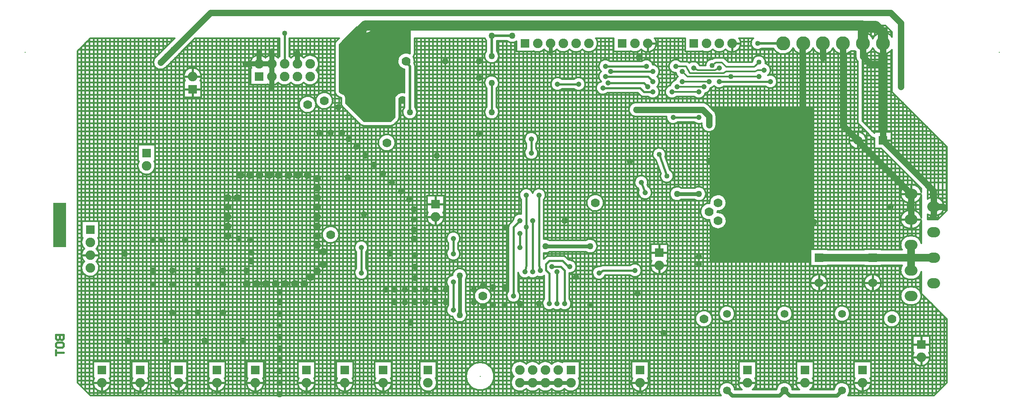
<source format=gbl>
%FSLAX24Y24*%
%MOIN*%
G70*
G01*
G75*
%ADD10C,0.0130*%
%ADD11R,0.0620X0.0200*%
%ADD12R,0.0200X0.0620*%
%ADD13R,0.1575X0.0984*%
%ADD14R,0.0500X0.0600*%
%ADD15R,0.0600X0.0700*%
%ADD16R,0.0320X0.0950*%
%ADD17R,0.0400X0.0400*%
%ADD18R,0.0400X0.0550*%
%ADD19R,0.0600X0.0500*%
%ADD20R,0.0320X0.0900*%
%ADD21R,0.1311X0.1047*%
%ADD22R,0.0300X0.0900*%
%ADD23R,0.0300X0.0300*%
%ADD24R,0.1000X0.1500*%
%ADD25R,0.0900X0.0300*%
%ADD26R,0.0900X0.0500*%
%ADD27R,0.1000X0.0340*%
%ADD28R,0.0500X0.0340*%
%ADD29C,0.0500*%
%ADD30C,0.0200*%
%ADD31C,0.0250*%
%ADD32C,0.0400*%
%ADD33C,0.0120*%
%ADD34C,0.0300*%
%ADD35C,0.0150*%
%ADD36C,0.0600*%
%ADD37C,0.0800*%
%ADD38C,0.0300*%
%ADD39R,0.1000X0.6600*%
%ADD40C,0.0620*%
%ADD41R,0.0700X0.0700*%
%ADD42C,0.0750*%
%ADD43C,0.0700*%
%ADD44O,0.1000X0.0800*%
%ADD45C,0.0100*%
%ADD46C,0.1100*%
%ADD47C,0.0500*%
%ADD48C,0.0400*%
%ADD49C,0.0420*%
%ADD50C,0.0600*%
%ADD51C,0.0800*%
%ADD52R,0.1000X0.3500*%
D29*
X30400Y26800D02*
Y30200D01*
Y26000D02*
Y26800D01*
Y25200D02*
Y26000D01*
X-26500Y28100D02*
X-23600Y31000D01*
X-27000Y27600D02*
X-26500Y28100D01*
X-27500Y27100D02*
X-27000Y27600D01*
X-23600Y31000D02*
X29600D01*
X9700Y23400D02*
X14900D01*
X15400Y22900D01*
X22760Y28360D02*
Y28600D01*
X22700Y28300D02*
X22760Y28360D01*
X31200Y14800D02*
Y16800D01*
X27031Y20969D02*
X31200Y16800D01*
X27031Y20969D02*
Y21000D01*
X25880Y22151D02*
X27031Y21000D01*
X25880Y22151D02*
Y28600D01*
X29600Y31000D02*
X30400Y30200D01*
X29000Y27000D02*
Y28500D01*
X28000Y27000D02*
X29000D01*
Y21000D02*
Y27000D01*
X27440Y27560D02*
X28000Y27000D01*
X27440Y27560D02*
Y28600D01*
X32975Y15800D02*
Y17025D01*
X29000Y21000D02*
X32975Y17025D01*
X24320Y27460D02*
Y28600D01*
X15400Y22200D02*
Y22900D01*
X22700Y22100D02*
Y28300D01*
X32975Y15115D02*
Y15800D01*
X33725D01*
D30*
X19200Y28600D02*
X21200D01*
X19200D02*
X19200Y28600D01*
X-1600Y27600D02*
Y29200D01*
X0D01*
X-8000Y23200D02*
Y26800D01*
X-8300Y27200D02*
X-8000Y26800D01*
X9600Y28400D02*
Y28600D01*
D32*
X-18800Y25100D02*
Y28000D01*
X-20900Y27000D02*
X-18800D01*
X-19800D02*
Y27900D01*
X-16800Y27000D02*
Y27900D01*
D33*
X25100Y28238D02*
X25146Y28151D01*
X25202Y28071D01*
X25267Y27997D01*
X25339Y27931D01*
X25419Y27874D01*
X25504Y27826D01*
X25595Y27789D01*
X25689Y27762D01*
X25786Y27745D01*
X25883Y27740D01*
X25981Y27746D01*
X26078Y27763D01*
X26172Y27791D01*
X26262Y27829D01*
X26347Y27878D01*
X26426Y27936D01*
X26498Y28002D01*
X23540Y28238D02*
X23586Y28152D01*
X23642Y28071D01*
X23706Y27998D01*
X23778Y27932D01*
X23857Y27875D01*
X23943Y27827D01*
X24033Y27789D01*
X24126Y27762D01*
X24223Y27746D01*
X24320Y27740D01*
X24417Y27746D01*
X24514Y27762D01*
X24607Y27789D01*
X24697Y27827D01*
X24783Y27875D01*
X24862Y27932D01*
X24934Y27998D01*
X24998Y28071D01*
X25054Y28152D01*
X25100Y28238D01*
X26880Y27560D02*
X26890Y27456D01*
X26919Y27355D01*
X26966Y27262D01*
X27030Y27179D01*
X26880Y27560D02*
X26890Y27456D01*
X26919Y27355D01*
X26966Y27262D01*
X27030Y27179D01*
X18884Y29000D02*
X18812Y28931D01*
X18756Y28850D01*
X18716Y28760D01*
X18694Y28663D01*
X18691Y28564D01*
X18708Y28467D01*
X18743Y28374D01*
X18795Y28290D01*
X18862Y28218D01*
X18943Y28160D01*
X19032Y28118D01*
X19129Y28095D01*
X19227Y28091D01*
X19325Y28106D01*
X19418Y28139D01*
X19503Y28190D01*
X21980Y28238D02*
X22026Y28152D01*
X22082Y28071D01*
X22146Y27998D01*
X22218Y27932D01*
X22297Y27875D01*
X22383Y27827D01*
X22473Y27789D01*
X22566Y27762D01*
X22663Y27746D01*
X22760Y27740D01*
X22857Y27746D01*
X22954Y27762D01*
X23047Y27789D01*
X23137Y27827D01*
X23223Y27875D01*
X23302Y27932D01*
X23374Y27998D01*
X23438Y28071D01*
X23494Y28152D01*
X23540Y28238D01*
X20444Y28190D02*
X20497Y28105D01*
X20559Y28027D01*
X20630Y27956D01*
X20708Y27894D01*
X20794Y27842D01*
X20884Y27800D01*
X20979Y27769D01*
X21077Y27749D01*
X21177Y27740D01*
X21277Y27743D01*
X21376Y27758D01*
X21472Y27784D01*
X21565Y27821D01*
X21653Y27869D01*
X21735Y27926D01*
X21809Y27993D01*
X21875Y28068D01*
X21933Y28150D01*
X21980Y28238D01*
X27030Y22500D02*
X27042Y22405D01*
X27078Y22317D01*
X27136Y22241D01*
X20014Y26086D02*
X20085Y26150D01*
X20142Y26227D01*
X20185Y26313D01*
X20211Y26405D01*
X20220Y26500D01*
X20720Y25600D02*
X20710Y25700D01*
X20682Y25796D01*
X20635Y25885D01*
X20572Y25964D01*
X20495Y26028D01*
X20407Y26077D01*
X20311Y26108D01*
X20211Y26120D01*
X20111Y26112D01*
X20014Y26086D01*
X20220Y26500D02*
X20210Y26602D01*
X20180Y26700D01*
X20132Y26790D01*
X20066Y26869D01*
X19987Y26934D01*
X19896Y26982D01*
X19798Y27011D01*
X19810Y27120D02*
X19800Y27220D01*
X19771Y27315D01*
X19724Y27403D01*
X19661Y27481D01*
X19583Y27544D01*
X19495Y27591D01*
X19399Y27620D01*
X19300Y27630D01*
X19201Y27620D01*
X19105Y27591D01*
X19017Y27544D01*
X18939Y27481D01*
X18876Y27403D01*
X18829Y27315D01*
X18800Y27220D01*
X18790Y27120D01*
X19850Y25215D02*
X19930Y25155D01*
X20020Y25112D01*
X20117Y25087D01*
X20217Y25080D01*
X20316Y25093D01*
X20411Y25125D01*
X20498Y25174D01*
X20574Y25238D01*
X20636Y25316D01*
X20682Y25405D01*
X20710Y25501D01*
X20720Y25600D01*
X17885Y28600D02*
X17877Y28706D01*
X17852Y28810D01*
X17811Y28909D01*
X17756Y29000D01*
X16700Y28132D02*
X16775Y28063D01*
X16860Y28005D01*
X16952Y27961D01*
X17050Y27932D01*
X17151Y27917D01*
X17253Y27917D01*
X17354Y27933D01*
X17452Y27963D01*
X17544Y28007D01*
X17628Y28065D01*
X17703Y28135D01*
X17766Y28215D01*
X17817Y28303D01*
X17855Y28398D01*
X17877Y28498D01*
X17885Y28600D01*
X15700Y28132D02*
X15775Y28063D01*
X15859Y28006D01*
X15951Y27962D01*
X16048Y27932D01*
X16149Y27917D01*
X16251D01*
X16352Y27932D01*
X16449Y27962D01*
X16541Y28006D01*
X16625Y28063D01*
X16700Y28132D01*
X16662Y27362D02*
X16585Y27420D01*
X16496Y27457D01*
X16400Y27470D01*
X14860Y28005D02*
X14952Y27962D01*
X15049Y27932D01*
X15150Y27917D01*
X15251Y27917D01*
X15352Y27932D01*
X15449Y27962D01*
X15541Y28006D01*
X15625Y28063D01*
X15700Y28132D01*
X15950Y27470D02*
X15865Y27460D01*
X15785Y27431D01*
X15713Y27384D01*
X16662Y27362D02*
X16585Y27420D01*
X16496Y27457D01*
X16400Y27470D01*
X15950D02*
X15865Y27460D01*
X15785Y27431D01*
X15713Y27384D01*
X15683Y27359D02*
X15581Y27355D01*
X15482Y27332D01*
X15390Y27289D01*
X15309Y27229D01*
X15240Y27154D01*
X15188Y27066D01*
X15154Y26971D01*
X15140Y26870D01*
X15800Y25268D02*
X15875Y25194D01*
X15963Y25137D01*
X16060Y25099D01*
X16164Y25081D01*
X16268Y25085D01*
X16370Y25109D01*
X16465Y25153D01*
X16550Y25215D01*
X15960Y22900D02*
X15949Y23009D01*
X15917Y23114D01*
X15866Y23211D01*
X15796Y23296D01*
X15509Y25091D02*
X15618Y25128D01*
X15717Y25188D01*
X15800Y25268D01*
X15109Y24691D02*
X15203Y24721D01*
X15291Y24769D01*
X15368Y24832D01*
X15431Y24909D01*
X15479Y24997D01*
X15509Y25091D01*
X14235Y24430D02*
X14313Y24366D01*
X14402Y24319D01*
X14499Y24290D01*
X14599Y24280D01*
X14700Y24290D01*
X14797Y24319D01*
X14886Y24366D01*
X14965Y24429D01*
X15029Y24507D01*
X15078Y24595D01*
X15109Y24691D01*
X15960Y22900D02*
X15949Y23009D01*
X15917Y23114D01*
X15866Y23211D01*
X15796Y23296D01*
X15960Y22900D02*
X15949Y23009D01*
X15917Y23114D01*
X15866Y23211D01*
X15796Y23296D01*
X15296Y23796D02*
X15211Y23866D01*
X15114Y23917D01*
X15009Y23949D01*
X14900Y23960D01*
X15296Y23796D02*
X15211Y23866D01*
X15114Y23917D01*
X15009Y23949D01*
X14900Y23960D01*
X32000Y16919D02*
X31977Y17015D01*
X31940Y17108D01*
X31890Y17194D01*
X31829Y17273D01*
X31758Y17342D01*
X31678Y17401D01*
X31590Y17448D01*
X31497Y17482D01*
X31399Y17503D01*
X31300Y17510D01*
Y16090D02*
X31399Y16097D01*
X31497Y16118D01*
X31590Y16152D01*
X31678Y16199D01*
X31758Y16258D01*
X31829Y16327D01*
X31890Y16406D01*
X31940Y16492D01*
X31977Y16585D01*
X32000Y16681D01*
X28076Y21283D02*
X28153Y21223D01*
X28243Y21185D01*
X28340Y21172D01*
X31100Y17510D02*
X30999Y17503D01*
X30900Y17481D01*
X30805Y17446D01*
X30716Y17397D01*
X30635Y17337D01*
X30563Y17265D01*
X30503Y17184D01*
X30454Y17095D01*
X30419Y17000D01*
X30397Y16901D01*
X30390Y16800D01*
X30397Y16699D01*
X30419Y16600D01*
X30454Y16505D01*
X30503Y16416D01*
X30563Y16335D01*
X30635Y16263D01*
X30716Y16203D01*
X30805Y16154D01*
X30900Y16119D01*
X30999Y16097D01*
X31100Y16090D01*
X32000Y14919D02*
X31977Y15015D01*
X31940Y15108D01*
X31890Y15194D01*
X31829Y15273D01*
X31758Y15342D01*
X31678Y15401D01*
X31590Y15448D01*
X31497Y15482D01*
X31399Y15503D01*
X31300Y15510D01*
Y14090D02*
X31399Y14097D01*
X31497Y14118D01*
X31590Y14152D01*
X31678Y14199D01*
X31758Y14258D01*
X31829Y14327D01*
X31890Y14406D01*
X31940Y14492D01*
X31977Y14585D01*
X32000Y14681D01*
Y12919D02*
X31977Y13015D01*
X31940Y13108D01*
X31890Y13194D01*
X31829Y13273D01*
X31758Y13342D01*
X31678Y13401D01*
X31590Y13448D01*
X31497Y13482D01*
X31399Y13503D01*
X31300Y13510D01*
X31100Y15510D02*
X30999Y15503D01*
X30900Y15481D01*
X30805Y15446D01*
X30716Y15397D01*
X30635Y15337D01*
X30563Y15265D01*
X30503Y15184D01*
X30454Y15095D01*
X30419Y15000D01*
X30397Y14901D01*
X30390Y14800D01*
X30397Y14699D01*
X30419Y14600D01*
X30454Y14505D01*
X30503Y14416D01*
X30563Y14335D01*
X30635Y14263D01*
X30716Y14203D01*
X30805Y14154D01*
X30900Y14119D01*
X30999Y14097D01*
X31100Y14090D01*
Y13510D02*
X30998Y13503D01*
X30899Y13481D01*
X30804Y13445D01*
X30714Y13396D01*
X30633Y13335D01*
X30561Y13263D01*
X30501Y13181D01*
X30453Y13091D01*
X30418Y12996D01*
X30397Y12896D01*
X30390Y12795D01*
X30398Y12693D01*
X30421Y12594D01*
X30457Y12499D01*
X30507Y12410D01*
X14840Y22200D02*
X14849Y22103D01*
X14874Y22008D01*
X14915Y21920D01*
X14971Y21840D01*
X15040Y21771D01*
X15120Y21715D01*
X15208Y21674D01*
X15303Y21649D01*
X15400Y21640D01*
X15497Y21649D01*
X15592Y21674D01*
X15680Y21715D01*
X15760Y21771D01*
X15829Y21840D01*
X15885Y21920D01*
X15926Y22008D01*
X15951Y22103D01*
X15960Y22200D01*
X14840D02*
X14849Y22103D01*
X14874Y22008D01*
X14915Y21920D01*
X14971Y21840D01*
X15040Y21771D01*
X15120Y21715D01*
X15208Y21674D01*
X15303Y21649D01*
X15400Y21640D01*
X15497Y21649D01*
X15592Y21674D01*
X15680Y21715D01*
X15760Y21771D01*
X15829Y21840D01*
X15885Y21920D01*
X15926Y22008D01*
X15951Y22103D01*
X15960Y22200D01*
X27691Y21000D02*
X27684Y21101D01*
X27661Y21199D01*
X27623Y21293D01*
X27571Y21380D01*
X27507Y21458D01*
X27432Y21525D01*
X27347Y21580D01*
X27255Y21621D01*
X27157Y21648D01*
X27057Y21660D01*
X26956Y21656D01*
X26857Y21636D01*
X26762Y21602D01*
X26673Y21554D01*
X26592Y21493D01*
X26522Y21420D01*
X26464Y21337D01*
X26419Y21247D01*
X26389Y21150D01*
X26373Y21051D01*
Y20949D01*
X26389Y20850D01*
X26419Y20753D01*
X26464Y20663D01*
X26522Y20580D01*
X26592Y20507D01*
X26673Y20446D01*
X26762Y20398D01*
X26857Y20364D01*
X26956Y20344D01*
X27057Y20340D01*
X27157Y20352D01*
X27255Y20379D01*
X27347Y20420D01*
X27432Y20475D01*
X27507Y20542D01*
X27571Y20620D01*
X27623Y20707D01*
X27661Y20801D01*
X27684Y20899D01*
X27691Y21000D01*
X16760Y16100D02*
X16752Y16200D01*
X16730Y16298D01*
X16692Y16392D01*
X16641Y16478D01*
X16577Y16556D01*
X16502Y16623D01*
X16418Y16678D01*
X16326Y16720D01*
X16230Y16747D01*
X16130Y16759D01*
X16029Y16756D01*
X15930Y16738D01*
X15835Y16705D01*
X15746Y16657D01*
X15666Y16597D01*
X15595Y16525D01*
X15537Y16444D01*
X15491Y16354D01*
X15459Y16259D01*
X15443Y16159D01*
X15441Y16059D01*
X15160Y16800D02*
X15151Y16901D01*
X15124Y16999D01*
X15079Y17090D01*
X15019Y17172D01*
X14945Y17241D01*
X14860Y17296D01*
X14766Y17335D01*
X14666Y17356D01*
X14565Y17359D01*
X14465Y17343D01*
X14369Y17310D01*
X14281Y17260D01*
Y16340D02*
X14369Y16290D01*
X14465Y16257D01*
X14565Y16241D01*
X14666Y16244D01*
X14766Y16265D01*
X14860Y16304D01*
X14945Y16359D01*
X15019Y16428D01*
X15079Y16510D01*
X15124Y16601D01*
X15151Y16699D01*
X15160Y16800D01*
X16059Y15441D02*
X16157Y15442D01*
X16253Y15458D01*
X16347Y15488D01*
X16434Y15531D01*
X16515Y15587D01*
X16586Y15654D01*
X16647Y15731D01*
X16696Y15816D01*
X16731Y15907D01*
X16753Y16002D01*
X16760Y16100D01*
X16767Y14693D02*
X16760Y14791D01*
X16738Y14887D01*
X16702Y14979D01*
X16653Y15065D01*
X16591Y15142D01*
X16519Y15209D01*
X16437Y15264D01*
X16349Y15307D01*
X16254Y15336D01*
X16157Y15351D01*
X16058Y15351D01*
X15441Y16059D02*
X15343Y16058D01*
X15246Y16042D01*
X15152Y16012D01*
X15064Y15968D01*
X14984Y15912D01*
X14912Y15845D01*
X14852Y15767D01*
X14803Y15682D01*
X14768Y15590D01*
X14747Y15494D01*
X14740Y15396D01*
X14748Y15298D01*
X14770Y15203D01*
X14807Y15111D01*
X14856Y15026D01*
X14917Y14950D01*
X14990Y14883D01*
X15071Y14828D01*
X15160Y14785D01*
X15253Y14756D01*
X15351Y14742D01*
X15449Y14742D01*
X15449Y14641D01*
X15465Y14541D01*
X15495Y14445D01*
X15540Y14354D01*
X15599Y14272D01*
X15669Y14199D01*
X15749Y14138D01*
X15838Y14090D01*
X15933Y14056D01*
X16032Y14037D01*
X16133Y14033D01*
X16233Y14045D01*
X16331Y14072D01*
X16423Y14113D01*
X16508Y14168D01*
X16583Y14236D01*
X16647Y14313D01*
X16699Y14400D01*
X16736Y14494D01*
X16759Y14592D01*
X16767Y14693D01*
X13871Y27052D02*
X13792Y27116D01*
X13700Y27156D01*
X13600Y27170D01*
X13871Y27052D02*
X13792Y27116D01*
X13700Y27156D01*
X13600Y27170D01*
X11285Y28600D02*
X11277Y28706D01*
X11252Y28810D01*
X11211Y28909D01*
X11156Y29000D01*
X10100Y28132D02*
X10175Y28063D01*
X10260Y28005D01*
X10352Y27961D01*
X10450Y27932D01*
X10551Y27917D01*
X10653Y27917D01*
X10754Y27933D01*
X10852Y27963D01*
X10944Y28007D01*
X11028Y28065D01*
X11103Y28135D01*
X11166Y28215D01*
X11217Y28303D01*
X11255Y28398D01*
X11277Y28498D01*
X11285Y28600D01*
X14671Y26870D02*
X14617Y26960D01*
X14547Y27038D01*
X14462Y27099D01*
X14366Y27143D01*
X14264Y27166D01*
X14159Y27168D01*
X14056Y27150D01*
X13958Y27110D01*
X13871Y27052D01*
X13165Y27170D02*
X13087Y27234D01*
X12997Y27281D01*
X12900Y27310D01*
X12799Y27320D01*
X12698Y27310D01*
X12601Y27280D01*
X12511Y27232D01*
X12433Y27168D01*
X12368Y27090D01*
X12320Y27000D01*
X12290Y26903D01*
X12280Y26802D01*
X12289Y26701D01*
X12318Y26604D01*
X12366Y26514D01*
X12429Y26435D01*
X12507Y26370D01*
X12596Y26322D01*
X12693Y26291D01*
X12794Y26280D01*
X12831Y26175D01*
X12890Y26080D01*
X12968Y26000D01*
X12888Y25917D01*
X12828Y25818D01*
X12791Y25709D01*
X12391Y25309D02*
X12295Y25278D01*
X12206Y25229D01*
X12128Y25164D01*
X12065Y25085D01*
X12018Y24995D01*
X11989Y24898D01*
X11980Y24797D01*
X11991Y24696D01*
X12020Y24599D01*
X12069Y24510D01*
X12133Y24431D01*
X12212Y24367D01*
X12301Y24320D01*
X12398Y24290D01*
X12499Y24280D01*
X12600Y24290D01*
X12697Y24319D01*
X12787Y24366D01*
X12865Y24430D01*
X12791Y25709D02*
X12697Y25679D01*
X12609Y25631D01*
X12532Y25568D01*
X12469Y25491D01*
X12421Y25403D01*
X12391Y25309D01*
X11332Y26000D02*
X11397Y26064D01*
X11450Y26139D01*
X11488Y26221D01*
X11512Y26309D01*
X11520Y26400D01*
X11006Y26920D02*
X10975Y27013D01*
X10926Y27098D01*
X10863Y27173D01*
X10786Y27234D01*
X10700Y27280D01*
X10606Y27309D01*
X10509Y27320D01*
X10411Y27312D01*
X10317Y27287D01*
X10229Y27244D01*
X10150Y27185D01*
X11520Y26400D02*
X11510Y26501D01*
X11481Y26598D01*
X11434Y26687D01*
X11370Y26766D01*
X11292Y26830D01*
X11203Y26879D01*
X11107Y26909D01*
X11006Y26920D01*
X11520Y25600D02*
X11512Y25691D01*
X11488Y25779D01*
X11450Y25861D01*
X11397Y25936D01*
X11332Y26000D01*
Y25200D02*
X11397Y25264D01*
X11450Y25339D01*
X11488Y25421D01*
X11512Y25509D01*
X11520Y25600D01*
Y24800D02*
X11512Y24891D01*
X11488Y24979D01*
X11450Y25061D01*
X11397Y25136D01*
X11332Y25200D01*
X9260Y28005D02*
X9352Y27962D01*
X9449Y27932D01*
X9550Y27917D01*
X9651Y27917D01*
X9752Y27932D01*
X9849Y27962D01*
X9941Y28006D01*
X10025Y28063D01*
X10100Y28132D01*
X6685Y28600D02*
X6677Y28706D01*
X6652Y28810D01*
X6611Y28909D01*
X6556Y29000D01*
X5500Y28132D02*
X5575Y28063D01*
X5660Y28005D01*
X5752Y27961D01*
X5850Y27932D01*
X5951Y27917D01*
X6053Y27917D01*
X6154Y27933D01*
X6252Y27963D01*
X6344Y28007D01*
X6428Y28065D01*
X6503Y28135D01*
X6566Y28215D01*
X6617Y28303D01*
X6655Y28398D01*
X6677Y28498D01*
X6685Y28600D01*
X7650Y27185D02*
X7572Y27243D01*
X7484Y27286D01*
X7391Y27312D01*
X7294Y27320D01*
X7197Y27310D01*
X7104Y27282D01*
X7017Y27237D01*
X6941Y27176D01*
X6877Y27103D01*
X6828Y27019D01*
X6796Y26927D01*
X6781Y26831D01*
X6784Y26734D01*
X6806Y26639D01*
X6844Y26549D01*
X6899Y26469D01*
X6968Y26400D01*
X4500Y28132D02*
X4575Y28063D01*
X4659Y28006D01*
X4751Y27962D01*
X4848Y27932D01*
X4949Y27917D01*
X5051D01*
X5152Y27932D01*
X5249Y27962D01*
X5341Y28006D01*
X5425Y28063D01*
X5500Y28132D01*
X3500D02*
X3575Y28063D01*
X3659Y28006D01*
X3751Y27962D01*
X3848Y27932D01*
X3949Y27917D01*
X4051D01*
X4152Y27932D01*
X4249Y27962D01*
X4341Y28006D01*
X4425Y28063D01*
X4500Y28132D01*
X2500D02*
X2575Y28063D01*
X2659Y28006D01*
X2751Y27962D01*
X2848Y27932D01*
X2949Y27917D01*
X3051D01*
X3152Y27932D01*
X3249Y27962D01*
X3341Y28006D01*
X3425Y28063D01*
X3500Y28132D01*
X6968Y26400D02*
X6897Y26328D01*
X6841Y26244D01*
X6802Y26151D01*
X6783Y26052D01*
X6782Y25951D01*
X6801Y25852D01*
X6839Y25759D01*
X6895Y25674D01*
X6965Y25602D01*
X5720Y25400D02*
X5710Y25499D01*
X5682Y25595D01*
X5636Y25684D01*
X5574Y25762D01*
X5498Y25826D01*
X5411Y25875D01*
X5316Y25907D01*
X5217Y25920D01*
X5117Y25913D01*
X5020Y25888D01*
X4931Y25845D01*
X4850Y25785D01*
X6965Y25602D02*
X6873Y25568D01*
X6788Y25516D01*
X6715Y25450D01*
X6656Y25370D01*
X6613Y25282D01*
X6587Y25186D01*
X6580Y25088D01*
X6592Y24989D01*
X6622Y24895D01*
X6669Y24809D01*
X6732Y24732D01*
X6808Y24669D01*
X6895Y24622D01*
X6989Y24592D01*
X7087Y24580D01*
X7186Y24587D01*
X7281Y24613D01*
X7370Y24656D01*
X7450Y24715D01*
X4850Y25015D02*
X4931Y24955D01*
X5020Y24912D01*
X5117Y24887D01*
X5217Y24880D01*
X5316Y24893D01*
X5411Y24925D01*
X5498Y24974D01*
X5574Y25038D01*
X5636Y25116D01*
X5682Y25205D01*
X5710Y25301D01*
X5720Y25400D01*
X3900Y25785D02*
X3819Y25845D01*
X3730Y25888D01*
X3633Y25913D01*
X3533Y25920D01*
X3434Y25907D01*
X3339Y25875D01*
X3252Y25826D01*
X3176Y25762D01*
X3114Y25684D01*
X3068Y25595D01*
X3040Y25499D01*
X3030Y25400D01*
X3040Y25301D01*
X3068Y25205D01*
X3114Y25116D01*
X3176Y25038D01*
X3252Y24974D01*
X3339Y24925D01*
X3434Y24893D01*
X3533Y24880D01*
X3633Y24887D01*
X3730Y24912D01*
X3819Y24955D01*
X3900Y25015D01*
X14250Y22415D02*
X14335Y22352D01*
X14431Y22308D01*
X14533Y22284D01*
X14639Y22281D01*
X14742Y22300D01*
X14840Y22339D01*
X12082Y22840D02*
X12084Y22737D01*
X12106Y22636D01*
X12149Y22542D01*
X12208Y22458D01*
X12284Y22387D01*
X12371Y22333D01*
X12468Y22297D01*
X12570Y22281D01*
X12673Y22285D01*
X12773Y22310D01*
X12867Y22354D01*
X12950Y22415D01*
X11974Y19713D02*
X12001Y19805D01*
X12010Y19900D01*
X12000Y20001D01*
X11970Y20098D01*
X11921Y20188D01*
X11856Y20266D01*
X11776Y20329D01*
X11685Y20375D01*
X11587Y20402D01*
X11486Y20410D01*
X11385Y20397D01*
X11289Y20364D01*
X11201Y20313D01*
X11125Y20245D01*
X11064Y20164D01*
X11020Y20072D01*
X10995Y19973D01*
X10991Y19872D01*
X11007Y19771D01*
X11042Y19676D01*
X11096Y19589D01*
X11165Y19515D01*
X11248Y19456D01*
X13219Y17260D02*
X13131Y17310D01*
X13035Y17343D01*
X12935Y17359D01*
X12834Y17356D01*
X12734Y17335D01*
X12640Y17296D01*
X12555Y17241D01*
X12481Y17172D01*
X12421Y17090D01*
X12376Y16999D01*
X12349Y16901D01*
X12340Y16800D01*
X12349Y16699D01*
X12376Y16601D01*
X12421Y16510D01*
X12481Y16428D01*
X12555Y16359D01*
X12640Y16304D01*
X12734Y16265D01*
X12834Y16244D01*
X12935Y16241D01*
X13035Y16257D01*
X13131Y16290D01*
X13219Y16340D01*
X12610Y18200D02*
X12599Y18307D01*
X12565Y18409D01*
X12511Y18502D01*
X12439Y18581D01*
X12352Y18644D01*
X11626Y18387D02*
X11598Y18292D01*
X11590Y18192D01*
X11601Y18094D01*
X11631Y17999D01*
X11679Y17912D01*
X11743Y17835D01*
X11821Y17773D01*
X11909Y17727D01*
X12005Y17699D01*
X12104Y17690D01*
X12203Y17700D01*
X12298Y17730D01*
X12385Y17777D01*
X12462Y17841D01*
X12525Y17918D01*
X12572Y18006D01*
X12600Y18101D01*
X12610Y18200D01*
X10650Y24415D02*
X10731Y24355D01*
X10820Y24312D01*
X10917Y24287D01*
X11017Y24280D01*
X11116Y24293D01*
X11211Y24325D01*
X11298Y24374D01*
X11374Y24438D01*
X11436Y24516D01*
X11482Y24605D01*
X11510Y24701D01*
X11520Y24800D01*
X10028Y24528D02*
X10108Y24467D01*
X10200Y24428D01*
X10300Y24415D01*
X10028Y24528D02*
X10107Y24467D01*
X10200Y24428D01*
X10300Y24415D01*
X10583Y17508D02*
X10611Y17602D01*
X10620Y17700D01*
X9700Y23960D02*
X9603Y23951D01*
X9508Y23926D01*
X9420Y23885D01*
X9340Y23829D01*
X9271Y23760D01*
X9215Y23680D01*
X9174Y23592D01*
X9149Y23497D01*
X9140Y23400D01*
X9149Y23303D01*
X9174Y23208D01*
X9215Y23120D01*
X9271Y23040D01*
X9340Y22971D01*
X9420Y22915D01*
X9508Y22874D01*
X9603Y22849D01*
X9700Y22840D01*
Y23960D02*
X9603Y23951D01*
X9508Y23926D01*
X9420Y23885D01*
X9340Y23829D01*
X9271Y23760D01*
X9215Y23680D01*
X9174Y23592D01*
X9149Y23497D01*
X9140Y23400D01*
X9149Y23303D01*
X9174Y23208D01*
X9215Y23120D01*
X9271Y23040D01*
X9340Y22971D01*
X9420Y22915D01*
X9508Y22874D01*
X9603Y22849D01*
X9700Y22840D01*
X10620Y17700D02*
X10610Y17800D01*
X10582Y17895D01*
X10536Y17984D01*
X10473Y18062D01*
X10397Y18127D01*
X10310Y18176D01*
X10215Y18207D01*
X10116Y18220D01*
X10016Y18213D01*
X9919Y18188D01*
X9829Y18144D01*
X9749Y18084D01*
X9682Y18010D01*
X9631Y17924D01*
X9596Y17830D01*
X9581Y17731D01*
X9585Y17631D01*
X9607Y17534D01*
X9648Y17442D01*
X9706Y17361D01*
X9778Y17292D01*
X9862Y17238D01*
X10920Y16900D02*
X10911Y16994D01*
X10886Y17086D01*
X10844Y17171D01*
X10787Y17247D01*
X10718Y17312D01*
X10638Y17362D01*
X9917Y17092D02*
X9889Y16995D01*
X9880Y16893D01*
X9891Y16792D01*
X9922Y16696D01*
X9971Y16607D01*
X10036Y16529D01*
X10115Y16465D01*
X10205Y16418D01*
X10302Y16389D01*
X10403Y16380D01*
X10504Y16391D01*
X10601Y16421D01*
X10691Y16469D01*
X10769Y16533D01*
X10833Y16612D01*
X10881Y16702D01*
X10910Y16799D01*
X10920Y16900D01*
X7160Y16100D02*
X7152Y16201D01*
X7129Y16299D01*
X7091Y16393D01*
X7040Y16480D01*
X6976Y16558D01*
X6900Y16625D01*
X6815Y16680D01*
X6723Y16721D01*
X6626Y16748D01*
X6525Y16760D01*
X6424Y16756D01*
X6325Y16736D01*
X6230Y16702D01*
X6141Y16654D01*
X6061Y16593D01*
X5991Y16520D01*
X5933Y16437D01*
X5888Y16347D01*
X5857Y16250D01*
X5842Y16151D01*
Y16049D01*
X5857Y15950D01*
X5888Y15853D01*
X5933Y15763D01*
X5991Y15680D01*
X6061Y15607D01*
X6141Y15546D01*
X6230Y15498D01*
X6325Y15464D01*
X6424Y15444D01*
X6525Y15440D01*
X6626Y15452D01*
X6723Y15479D01*
X6815Y15520D01*
X6900Y15575D01*
X6976Y15642D01*
X7040Y15720D01*
X7091Y15807D01*
X7129Y15901D01*
X7152Y15999D01*
X7160Y16100D01*
X6660Y12700D02*
X6651Y12801D01*
X6624Y12899D01*
X6579Y12990D01*
X6519Y13072D01*
X6445Y13141D01*
X6360Y13196D01*
X6266Y13235D01*
X6166Y13256D01*
X6065Y13259D01*
X5965Y13243D01*
X5869Y13210D01*
X5781Y13160D01*
X2919D02*
X2841Y13206D01*
X2756Y13238D01*
X2666Y13256D01*
X2575Y13259D01*
X2485Y13248D01*
X31300Y10090D02*
X31399Y10097D01*
X31497Y10118D01*
X31590Y10152D01*
X31678Y10199D01*
X31758Y10258D01*
X31829Y10327D01*
X31890Y10406D01*
X31940Y10492D01*
X31977Y10585D01*
X32000Y10681D01*
X30507Y11190D02*
X30457Y11101D01*
X30421Y11006D01*
X30398Y10907D01*
X30390Y10805D01*
X30397Y10704D01*
X30418Y10604D01*
X30453Y10509D01*
X30501Y10419D01*
X30561Y10337D01*
X30633Y10265D01*
X30714Y10204D01*
X30804Y10155D01*
X30899Y10119D01*
X30998Y10097D01*
X31100Y10090D01*
X32010Y8800D02*
X32003Y8901D01*
X31981Y9000D01*
X31946Y9095D01*
X31897Y9184D01*
X31837Y9265D01*
X31765Y9337D01*
X31684Y9397D01*
X31595Y9446D01*
X31500Y9481D01*
X31401Y9503D01*
X31300Y9510D01*
X31100D02*
X30999Y9503D01*
X30900Y9481D01*
X30805Y9446D01*
X30716Y9397D01*
X30635Y9337D01*
X30563Y9265D01*
X30503Y9184D01*
X30454Y9095D01*
X30419Y9000D01*
X30397Y8901D01*
X30390Y8800D01*
X30397Y8699D01*
X30419Y8600D01*
X30454Y8505D01*
X30503Y8416D01*
X30563Y8335D01*
X30635Y8263D01*
X30716Y8203D01*
X30805Y8154D01*
X30900Y8119D01*
X30999Y8097D01*
X31100Y8090D01*
X31300D02*
X31401Y8097D01*
X31500Y8119D01*
X31595Y8154D01*
X31684Y8203D01*
X31765Y8263D01*
X31837Y8335D01*
X31897Y8416D01*
X31946Y8505D01*
X31981Y8600D01*
X32003Y8699D01*
X32010Y8800D01*
X28860Y9832D02*
X28852Y9932D01*
X28829Y10031D01*
X28791Y10124D01*
X28740Y10211D01*
X28676Y10289D01*
X28600Y10356D01*
X28515Y10411D01*
X28423Y10453D01*
X28326Y10479D01*
X28225Y10491D01*
X28124Y10487D01*
X28025Y10468D01*
X27930Y10434D01*
X27841Y10385D01*
X27761Y10324D01*
X27691Y10251D01*
X27633Y10169D01*
X27588Y10078D01*
X27557Y9982D01*
X27542Y9882D01*
Y9781D01*
X27557Y9681D01*
X27588Y9585D01*
X27633Y9494D01*
X27691Y9412D01*
X27761Y9339D01*
X27841Y9278D01*
X27930Y9229D01*
X28025Y9195D01*
X28124Y9176D01*
X28225Y9172D01*
X28326Y9184D01*
X28423Y9210D01*
X28515Y9252D01*
X28600Y9307D01*
X28676Y9374D01*
X28740Y9452D01*
X28791Y9539D01*
X28829Y9632D01*
X28852Y9731D01*
X28860Y9832D01*
X24660Y9831D02*
X24652Y9932D01*
X24629Y10031D01*
X24591Y10124D01*
X24540Y10211D01*
X24476Y10289D01*
X24400Y10356D01*
X24315Y10411D01*
X24223Y10453D01*
X24126Y10479D01*
X24025Y10491D01*
X23924Y10487D01*
X23825Y10468D01*
X23730Y10434D01*
X23641Y10385D01*
X23561Y10324D01*
X23491Y10251D01*
X23433Y10169D01*
X23388Y10078D01*
X23357Y9982D01*
X23342Y9882D01*
Y9781D01*
X23357Y9681D01*
X23388Y9585D01*
X23433Y9494D01*
X23491Y9412D01*
X23561Y9339D01*
X23641Y9278D01*
X23730Y9229D01*
X23825Y9195D01*
X23924Y9176D01*
X24025Y9172D01*
X24126Y9184D01*
X24223Y9210D01*
X24315Y9252D01*
X24400Y9307D01*
X24476Y9374D01*
X24540Y9452D01*
X24591Y9539D01*
X24629Y9632D01*
X24652Y9731D01*
X24660Y9831D01*
X32685Y4000D02*
X32679Y4089D01*
X32662Y4176D01*
X32634Y4260D01*
X32595Y4340D01*
X31405D02*
X31362Y4250D01*
X31332Y4154D01*
X31317Y4055D01*
X31317Y3955D01*
X31330Y3855D01*
X31359Y3759D01*
X31401Y3668D01*
X31456Y3584D01*
X31522Y3509D01*
X31599Y3445D01*
X31684Y3392D01*
X31776Y3353D01*
X31873Y3327D01*
X31973Y3316D01*
X32073Y3319D01*
X32171Y3337D01*
X32266Y3369D01*
X32356Y3414D01*
X32437Y3473D01*
X32509Y3542D01*
X32571Y3621D01*
X32620Y3709D01*
X32656Y3802D01*
X32678Y3900D01*
X32685Y4000D01*
X30360Y7000D02*
X30352Y7101D01*
X30329Y7199D01*
X30291Y7293D01*
X30240Y7380D01*
X30176Y7458D01*
X30100Y7525D01*
X30015Y7580D01*
X29923Y7621D01*
X29826Y7648D01*
X29725Y7660D01*
X29624Y7656D01*
X29525Y7636D01*
X29430Y7602D01*
X29341Y7554D01*
X29261Y7493D01*
X29191Y7420D01*
X29133Y7337D01*
X29088Y7247D01*
X29057Y7150D01*
X29042Y7051D01*
Y6949D01*
X29057Y6850D01*
X29088Y6753D01*
X29133Y6663D01*
X29191Y6580D01*
X29261Y6507D01*
X29341Y6446D01*
X29430Y6398D01*
X29525Y6364D01*
X29624Y6344D01*
X29725Y6340D01*
X29826Y6352D01*
X29923Y6379D01*
X30015Y6420D01*
X30100Y6475D01*
X30176Y6542D01*
X30240Y6620D01*
X30291Y6707D01*
X30329Y6801D01*
X30352Y6899D01*
X30360Y7000D01*
X28085Y2005D02*
X28079Y2094D01*
X28062Y2181D01*
X28033Y2265D01*
X27994Y2345D01*
X26420Y7400D02*
X26412Y7499D01*
X26388Y7596D01*
X26349Y7688D01*
X26296Y7772D01*
X26229Y7847D01*
X26152Y7910D01*
X26066Y7960D01*
X25972Y7996D01*
X25875Y8015D01*
X25775Y8019D01*
X25676Y8007D01*
X25580Y7980D01*
X25490Y7937D01*
X25408Y7880D01*
X25336Y7811D01*
X25276Y7731D01*
X25230Y7643D01*
X25198Y7548D01*
X25182Y7450D01*
Y7350D01*
X25198Y7252D01*
X25230Y7157D01*
X25276Y7069D01*
X25336Y6989D01*
X25408Y6920D01*
X25490Y6863D01*
X25580Y6820D01*
X25676Y6793D01*
X25775Y6780D01*
X25875Y6785D01*
X25972Y6804D01*
X26066Y6840D01*
X26152Y6890D01*
X26229Y6953D01*
X26296Y7028D01*
X26349Y7112D01*
X26388Y7204D01*
X26412Y7301D01*
X26420Y7400D01*
X23585Y2000D02*
X23579Y2089D01*
X23562Y2176D01*
X23534Y2260D01*
X23495Y2340D01*
X26805Y2345D02*
X26762Y2254D01*
X26732Y2159D01*
X26717Y2060D01*
X26716Y1959D01*
X26730Y1860D01*
X26759Y1764D01*
X26801Y1673D01*
X26855Y1589D01*
X26922Y1514D01*
X26999Y1450D01*
X27084Y1397D01*
X27176Y1357D01*
X27273Y1332D01*
X27372Y1320D01*
X27473Y1324D01*
X27571Y1342D01*
X27666Y1374D01*
X27755Y1419D01*
X27837Y1478D01*
X27909Y1547D01*
X27971Y1626D01*
X28020Y1714D01*
X28056Y1807D01*
X28077Y1905D01*
X28085Y2005D01*
X26420Y1400D02*
X26412Y1499D01*
X26388Y1595D01*
X26350Y1687D01*
X26297Y1771D01*
X26231Y1845D01*
X26155Y1908D01*
X26069Y1959D01*
X25977Y1994D01*
X25879Y2015D01*
X25780Y2020D01*
X25682Y2009D01*
X25586Y1982D01*
X25496Y1940D01*
X25414Y1885D01*
X25341Y1817D01*
X25281Y1739D01*
X25233Y1651D01*
X25200Y1558D01*
X25183Y1460D01*
X26274Y1000D02*
X26336Y1089D01*
X26382Y1187D01*
X26411Y1292D01*
X26420Y1400D01*
X23321Y1460D02*
X23398Y1530D01*
X23463Y1610D01*
X23516Y1700D01*
X23554Y1796D01*
X23577Y1897D01*
X23585Y2000D01*
X22305Y2340D02*
X22263Y2252D01*
X22234Y2159D01*
X22218Y2062D01*
X22216Y1965D01*
X22228Y1868D01*
X22254Y1773D01*
X22292Y1684D01*
X22344Y1601D01*
X22406Y1525D01*
X22479Y1460D01*
X12185Y11200D02*
X12179Y11289D01*
X12162Y11376D01*
X12134Y11460D01*
X12095Y11540D01*
X10905D02*
X10862Y11450D01*
X10833Y11354D01*
X10817Y11255D01*
X10817Y11155D01*
X10830Y11055D01*
X10859Y10959D01*
X10901Y10868D01*
X10956Y10784D01*
X11022Y10709D01*
X11099Y10645D01*
X11184Y10592D01*
X11276Y10553D01*
X11373Y10527D01*
X11473Y10516D01*
X11573Y10519D01*
X11671Y10537D01*
X11766Y10569D01*
X11856Y10614D01*
X11937Y10673D01*
X12009Y10742D01*
X12071Y10821D01*
X12120Y10909D01*
X12156Y11002D01*
X12178Y11100D01*
X12185Y11200D01*
X10120Y10800D02*
X10110Y10899D01*
X10082Y10995D01*
X10036Y11084D01*
X9974Y11162D01*
X9898Y11226D01*
X9811Y11275D01*
X9716Y11307D01*
X9617Y11320D01*
X9517Y11313D01*
X9420Y11288D01*
X9330Y11245D01*
X9250Y11185D01*
Y10415D02*
X9330Y10355D01*
X9420Y10312D01*
X9517Y10287D01*
X9617Y10280D01*
X9716Y10293D01*
X9811Y10325D01*
X9898Y10374D01*
X9974Y10438D01*
X10036Y10516D01*
X10082Y10605D01*
X10110Y10701D01*
X10120Y10800D01*
X5781Y12240D02*
X5869Y12190D01*
X5965Y12157D01*
X6065Y12141D01*
X6166Y12144D01*
X6266Y12165D01*
X6360Y12204D01*
X6445Y12259D01*
X6519Y12328D01*
X6579Y12410D01*
X6624Y12501D01*
X6651Y12599D01*
X6660Y12700D01*
X2485Y12152D02*
X2575Y12141D01*
X2666Y12144D01*
X2756Y12162D01*
X2841Y12194D01*
X2919Y12240D01*
X4222Y11822D02*
X4143Y11883D01*
X4050Y11922D01*
X3950Y11935D01*
X4222Y11822D02*
X4142Y11883D01*
X4050Y11922D01*
X3950Y11935D01*
X2900D02*
X2800Y11922D01*
X2707Y11883D01*
X2628Y11822D01*
X2900Y11935D02*
X2800Y11922D01*
X2707Y11883D01*
X2628Y11822D01*
X7100Y11185D02*
X6988Y11168D01*
X6886Y11120D01*
X7100Y11185D02*
X6988Y11168D01*
X6886Y11120D01*
X6877Y11114D02*
X6776Y11119D01*
X6675Y11105D01*
X6580Y11071D01*
X6492Y11019D01*
X6417Y10951D01*
X6356Y10870D01*
X6312Y10779D01*
X6286Y10681D01*
X6280Y10579D01*
X6294Y10479D01*
X6328Y10383D01*
X6379Y10295D01*
X6446Y10219D01*
X6527Y10157D01*
X6618Y10113D01*
X6716Y10087D01*
X6818Y10080D01*
X6918Y10094D01*
X7014Y10126D01*
X7102Y10177D01*
X7179Y10244D01*
X7241Y10324D01*
X7286Y10415D01*
X5020Y11100D02*
X5011Y11198D01*
X4983Y11293D01*
X4938Y11380D01*
X4877Y11458D01*
X4803Y11523D01*
X4718Y11572D01*
X4625Y11605D01*
X4528Y11619D01*
X4429Y11615D01*
X4485Y10580D02*
X4589Y10588D01*
X4689Y10615D01*
X4781Y10662D01*
X4862Y10727D01*
X4929Y10806D01*
X4979Y10898D01*
X5010Y10997D01*
X5020Y11100D01*
X21920Y7400D02*
X21912Y7499D01*
X21888Y7596D01*
X21849Y7688D01*
X21796Y7772D01*
X21729Y7847D01*
X21652Y7910D01*
X21566Y7960D01*
X21472Y7996D01*
X21375Y8015D01*
X21275Y8019D01*
X21176Y8007D01*
X21080Y7980D01*
X20990Y7937D01*
X20908Y7880D01*
X20836Y7811D01*
X20776Y7731D01*
X20730Y7643D01*
X20698Y7548D01*
X20682Y7450D01*
Y7350D01*
X20698Y7252D01*
X20730Y7157D01*
X20776Y7069D01*
X20836Y6989D01*
X20908Y6920D01*
X20990Y6863D01*
X21080Y6820D01*
X21176Y6793D01*
X21275Y6780D01*
X21375Y6785D01*
X21472Y6804D01*
X21566Y6840D01*
X21652Y6890D01*
X21729Y6953D01*
X21796Y7028D01*
X21849Y7112D01*
X21888Y7204D01*
X21912Y7301D01*
X21920Y7400D01*
X19085Y2000D02*
X19079Y2089D01*
X19062Y2176D01*
X19034Y2260D01*
X18995Y2340D01*
X17420Y7400D02*
X17412Y7499D01*
X17388Y7596D01*
X17349Y7688D01*
X17296Y7772D01*
X17229Y7847D01*
X17152Y7910D01*
X17066Y7960D01*
X16972Y7996D01*
X16875Y8015D01*
X16775Y8019D01*
X16676Y8007D01*
X16580Y7980D01*
X16490Y7937D01*
X16408Y7880D01*
X16336Y7811D01*
X16276Y7731D01*
X16230Y7643D01*
X16198Y7548D01*
X16182Y7450D01*
Y7350D01*
X16198Y7252D01*
X16230Y7157D01*
X16276Y7069D01*
X16336Y6989D01*
X16408Y6920D01*
X16490Y6863D01*
X16580Y6820D01*
X16676Y6793D01*
X16775Y6780D01*
X16875Y6785D01*
X16972Y6804D01*
X17066Y6840D01*
X17152Y6890D01*
X17229Y6953D01*
X17296Y7028D01*
X17349Y7112D01*
X17388Y7204D01*
X17412Y7301D01*
X17420Y7400D01*
X15660Y7000D02*
X15652Y7101D01*
X15629Y7199D01*
X15591Y7293D01*
X15540Y7380D01*
X15476Y7458D01*
X15400Y7525D01*
X15315Y7580D01*
X15223Y7621D01*
X15126Y7648D01*
X15025Y7660D01*
X14924Y7656D01*
X14825Y7636D01*
X14730Y7602D01*
X14641Y7554D01*
X14561Y7493D01*
X14491Y7420D01*
X14433Y7337D01*
X14388Y7247D01*
X14357Y7150D01*
X14342Y7051D01*
Y6949D01*
X14357Y6850D01*
X14388Y6753D01*
X14433Y6663D01*
X14491Y6580D01*
X14561Y6507D01*
X14641Y6446D01*
X14730Y6398D01*
X14825Y6364D01*
X14924Y6344D01*
X15025Y6340D01*
X15126Y6352D01*
X15223Y6379D01*
X15315Y6420D01*
X15400Y6475D01*
X15476Y6542D01*
X15540Y6620D01*
X15591Y6707D01*
X15629Y6801D01*
X15652Y6899D01*
X15660Y7000D01*
X10685Y2000D02*
X10679Y2089D01*
X10662Y2176D01*
X10634Y2260D01*
X10595Y2340D01*
X21917Y1460D02*
X21899Y1560D01*
X21865Y1655D01*
X21816Y1744D01*
X21753Y1824D01*
X21678Y1892D01*
X21592Y1947D01*
X21499Y1987D01*
X21401Y2012D01*
X21300Y2020D01*
X21199Y2012D01*
X21101Y1987D01*
X21008Y1947D01*
X20922Y1892D01*
X20847Y1824D01*
X20784Y1744D01*
X20735Y1655D01*
X20701Y1560D01*
X20683Y1460D01*
X18821D02*
X18898Y1530D01*
X18963Y1610D01*
X19016Y1700D01*
X19054Y1796D01*
X19077Y1897D01*
X19085Y2000D01*
X17805Y2340D02*
X17763Y2252D01*
X17734Y2159D01*
X17718Y2062D01*
X17716Y1965D01*
X17728Y1868D01*
X17754Y1773D01*
X17792Y1684D01*
X17844Y1601D01*
X17906Y1525D01*
X17979Y1460D01*
X17417D02*
X17399Y1559D01*
X17365Y1654D01*
X17317Y1743D01*
X17254Y1822D01*
X17180Y1890D01*
X17095Y1945D01*
X17003Y1986D01*
X16905Y2011D01*
X16805Y2020D01*
X16704Y2013D01*
X16606Y1989D01*
X16513Y1950D01*
X16428Y1896D01*
X16353Y1829D01*
X16289Y1751D01*
X16239Y1663D01*
X16203Y1569D01*
X16184Y1470D01*
X16181Y1369D01*
X16194Y1269D01*
X16223Y1173D01*
X16268Y1082D01*
X16326Y1000D01*
X5285Y2000D02*
X5279Y2089D01*
X5262Y2176D01*
X5234Y2260D01*
X5195Y2340D01*
X4620Y8200D02*
X4611Y8295D01*
X4585Y8387D01*
X4543Y8473D01*
X4485Y8550D01*
X3800Y7775D02*
X3890Y7724D01*
X3988Y7692D01*
X4090Y7680D01*
X4193Y7688D01*
X4292Y7717D01*
X4384Y7764D01*
X4464Y7829D01*
X4530Y7908D01*
X4579Y7999D01*
X4610Y8097D01*
X4620Y8200D01*
X3200Y7775D02*
X3293Y7723D01*
X3394Y7691D01*
X3500Y7680D01*
X3606Y7691D01*
X3707Y7723D01*
X3800Y7775D01*
X3940Y3595D02*
X3848Y3638D01*
X3751Y3668D01*
X3650Y3683D01*
X3549Y3683D01*
X3448Y3668D01*
X3351Y3638D01*
X3259Y3594D01*
X3175Y3537D01*
X3100Y3468D01*
X9405Y2340D02*
X9362Y2250D01*
X9333Y2154D01*
X9317Y2055D01*
X9317Y1955D01*
X9330Y1855D01*
X9359Y1759D01*
X9401Y1668D01*
X9456Y1584D01*
X9522Y1509D01*
X9599Y1445D01*
X9684Y1392D01*
X9776Y1353D01*
X9873Y1327D01*
X9973Y1316D01*
X10073Y1319D01*
X10171Y1337D01*
X10266Y1369D01*
X10356Y1414D01*
X10437Y1473D01*
X10509Y1542D01*
X10571Y1621D01*
X10620Y1709D01*
X10656Y1802D01*
X10678Y1900D01*
X10685Y2000D01*
X4100Y1532D02*
X4175Y1463D01*
X4260Y1405D01*
X4352Y1361D01*
X4450Y1332D01*
X4551Y1317D01*
X4653Y1317D01*
X4754Y1333D01*
X4852Y1363D01*
X4944Y1407D01*
X5028Y1465D01*
X5103Y1535D01*
X5166Y1615D01*
X5217Y1703D01*
X5255Y1798D01*
X5277Y1898D01*
X5285Y2000D01*
X3100Y1532D02*
X3175Y1463D01*
X3259Y1406D01*
X3351Y1362D01*
X3448Y1332D01*
X3549Y1317D01*
X3651D01*
X3752Y1332D01*
X3849Y1362D01*
X3941Y1406D01*
X4025Y1463D01*
X4100Y1532D01*
X-381Y28790D02*
X-304Y28730D01*
X-217Y28684D01*
X-124Y28654D01*
X-27Y28641D01*
X71Y28644D01*
X167Y28665D01*
X257Y28703D01*
X340Y28755D01*
X1660Y28005D02*
X1752Y27962D01*
X1849Y27932D01*
X1950Y27917D01*
X2051Y27917D01*
X2152Y27932D01*
X2249Y27962D01*
X2341Y28006D01*
X2425Y28063D01*
X2500Y28132D01*
X-1040Y27600D02*
X-1050Y27704D01*
X-1079Y27805D01*
X-1126Y27898D01*
X-1190Y27981D01*
X-2123Y29000D02*
X-2075Y28904D01*
X-2010Y28819D01*
Y27981D02*
X-2071Y27903D01*
X-2117Y27816D01*
X-2147Y27722D01*
X-2160Y27623D01*
X-2155Y27525D01*
X-2133Y27428D01*
X-2094Y27337D01*
X-2040Y27254D01*
X-1973Y27182D01*
X-1893Y27123D01*
X-1805Y27079D01*
X-1710Y27051D01*
X-1612Y27040D01*
X-1513Y27047D01*
X-1417Y27071D01*
X-1327Y27111D01*
X-1245Y27167D01*
X-1174Y27236D01*
X-1117Y27317D01*
X-1075Y27406D01*
X-1049Y27501D01*
X-1040Y27600D01*
X-1215Y25093D02*
X-1154Y25161D01*
X-1105Y25238D01*
X-1069Y25321D01*
X-1047Y25409D01*
X-1040Y25500D01*
X-1049Y25600D01*
X-1076Y25697D01*
X-1119Y25788D01*
X-1179Y25869D01*
X-1251Y25938D01*
X-1335Y25993D01*
X-1428Y26033D01*
X-1526Y26055D01*
X-1626Y26059D01*
X-1726Y26046D01*
X-1821Y26014D01*
X-1910Y25967D01*
X-1988Y25904D01*
X-2054Y25828D01*
X-2105Y25741D01*
X-2140Y25647D01*
X-2158Y25548D01*
X-2158Y25448D01*
X-2139Y25349D01*
X-2103Y25255D01*
X-2051Y25169D01*
X-1985Y25093D01*
X-1040Y23200D02*
X-1047Y23291D01*
X-1069Y23379D01*
X-1105Y23462D01*
X-1154Y23539D01*
X-1215Y23607D01*
X-1985D02*
X-2051Y23531D01*
X-2103Y23445D01*
X-2139Y23351D01*
X-2158Y23252D01*
X-2158Y23152D01*
X-2140Y23053D01*
X-2105Y22959D01*
X-2054Y22872D01*
X-1988Y22796D01*
X-1910Y22733D01*
X-1821Y22686D01*
X-1726Y22654D01*
X-1626Y22641D01*
X-1526Y22645D01*
X-1428Y22667D01*
X-1335Y22707D01*
X-1251Y22762D01*
X-1179Y22831D01*
X-1119Y22912D01*
X-1076Y23003D01*
X-1049Y23100D01*
X-1040Y23200D01*
X-7662Y27032D02*
X-7645Y27115D01*
X-7640Y27200D01*
X-7590Y26800D02*
X-7608Y26921D01*
X-7662Y27032D01*
X-7590Y26800D02*
X-7608Y26921D01*
X-7662Y27032D01*
X-7731Y27534D02*
X-7676Y27609D01*
X-7642Y27696D01*
X-7630Y27788D01*
X-7731Y27534D02*
X-7676Y27609D01*
X-7642Y27696D01*
X-7630Y27788D01*
X-7640Y27200D02*
X-7646Y27287D01*
X-7663Y27373D01*
X-7692Y27456D01*
X-7731Y27534D01*
X-8536Y24379D02*
X-8611Y24390D01*
X-8686Y24370D01*
X-8536Y24379D02*
X-8611Y24390D01*
X-8686Y24370D01*
X-8536Y24379D02*
X-8611Y24390D01*
X-8686Y24370D01*
X-7440Y23200D02*
X-7450Y23304D01*
X-7479Y23405D01*
X-7526Y23498D01*
X-7590Y23581D01*
X-8410D02*
X-8471Y23503D01*
X-8517Y23416D01*
X-8547Y23322D01*
X-8560Y23223D01*
X-8555Y23125D01*
X-8533Y23028D01*
X-8494Y22937D01*
X-8440Y22854D01*
X-8373Y22782D01*
X-8293Y22723D01*
X-8205Y22679D01*
X-8110Y22651D01*
X-8012Y22640D01*
X-7913Y22647D01*
X-7817Y22671D01*
X-7727Y22711D01*
X-7645Y22767D01*
X-7574Y22836D01*
X-7517Y22917D01*
X-7475Y23006D01*
X-7449Y23101D01*
X-7440Y23200D01*
X-8938Y22538D02*
X-8880Y22615D01*
X-8843Y22704D01*
X-8830Y22800D01*
X-8938Y22538D02*
X-8880Y22615D01*
X-8843Y22704D01*
X-8830Y22800D01*
X-9500Y22130D02*
X-9404Y22143D01*
X-9315Y22180D01*
X-9238Y22238D01*
X1885Y20750D02*
X1943Y20827D01*
X1985Y20913D01*
X2011Y21005D01*
X2020Y21100D01*
X2010Y21200D01*
X1981Y21297D01*
X1934Y21386D01*
X1871Y21464D01*
X1794Y21529D01*
X1706Y21577D01*
X1610Y21608D01*
X1510Y21620D01*
X1410Y21612D01*
X1313Y21585D01*
X1223Y21540D01*
X1143Y21478D01*
X1077Y21402D01*
X1027Y21315D01*
X994Y21220D01*
X980Y21120D01*
X986Y21020D01*
X1011Y20922D01*
X1055Y20831D01*
X1115Y20750D01*
X2485Y16350D02*
X2543Y16427D01*
X2585Y16513D01*
X2611Y16605D01*
X2620Y16700D01*
X2611Y16799D01*
X2583Y16894D01*
X2537Y16982D01*
X2476Y17060D01*
X2401Y17124D01*
X2315Y17174D01*
X2221Y17206D01*
X2123Y17220D01*
X2024Y17214D01*
X1928Y17191D01*
X1838Y17149D01*
X1757Y17091D01*
X1689Y17019D01*
X1636Y16935D01*
X1600Y16843D01*
X2020Y20000D02*
X2011Y20095D01*
X1985Y20187D01*
X1943Y20273D01*
X1885Y20350D01*
X1115D02*
X1055Y20269D01*
X1011Y20178D01*
X986Y20080D01*
X980Y19980D01*
X994Y19880D01*
X1027Y19785D01*
X1077Y19698D01*
X1143Y19622D01*
X1223Y19560D01*
X1313Y19515D01*
X1410Y19488D01*
X1510Y19480D01*
X1610Y19492D01*
X1706Y19523D01*
X1794Y19571D01*
X1871Y19636D01*
X1934Y19714D01*
X1981Y19803D01*
X2010Y19900D01*
X2020Y20000D01*
X1600Y16843D02*
X1564Y16934D01*
X1512Y17018D01*
X1444Y17090D01*
X1365Y17147D01*
X1276Y17189D01*
X1181Y17214D01*
X1082Y17220D01*
X985Y17207D01*
X891Y17176D01*
X805Y17128D01*
X730Y17065D01*
X668Y16989D01*
X621Y16902D01*
X591Y16809D01*
X580Y16711D01*
X587Y16613D01*
X613Y16518D01*
X656Y16429D01*
X715Y16350D01*
Y15207D02*
X615Y15220D01*
X515Y15213D01*
X417Y15187D01*
X327Y15143D01*
X247Y15082D01*
X180Y15006D01*
X129Y14920D01*
X95Y14825D01*
X81Y14725D01*
X-172Y14472D02*
X-233Y14393D01*
X-272Y14300D01*
X-285Y14200D01*
X-172Y14472D02*
X-233Y14392D01*
X-272Y14300D01*
X-285Y14200D01*
X-4215Y12950D02*
X-4157Y13027D01*
X-4115Y13113D01*
X-4089Y13205D01*
X-4080Y13300D01*
X-4090Y13400D01*
X-4119Y13497D01*
X-4166Y13586D01*
X-4229Y13664D01*
X-4306Y13729D01*
X-4394Y13777D01*
X-4490Y13808D01*
X-4590Y13820D01*
X-4690Y13812D01*
X-4787Y13785D01*
X-4877Y13740D01*
X-4957Y13678D01*
X-5023Y13602D01*
X-5073Y13515D01*
X-5106Y13420D01*
X-5120Y13320D01*
X-5114Y13220D01*
X-5089Y13122D01*
X-5045Y13031D01*
X-4985Y12950D01*
X-4080Y12100D02*
X-4089Y12195D01*
X-4115Y12287D01*
X-4157Y12373D01*
X-4215Y12450D01*
X-9500Y22130D02*
X-9404Y22143D01*
X-9315Y22180D01*
X-9238Y22238D01*
X-9140Y20800D02*
X-9148Y20901D01*
X-9171Y20999D01*
X-9209Y21093D01*
X-9260Y21180D01*
X-9324Y21258D01*
X-9400Y21325D01*
X-9485Y21380D01*
X-9577Y21421D01*
X-9674Y21448D01*
X-9775Y21460D01*
X-9876Y21456D01*
X-9975Y21436D01*
X-10070Y21402D01*
X-10159Y21354D01*
X-10239Y21293D01*
X-10309Y21220D01*
X-10367Y21137D01*
X-10412Y21047D01*
X-10443Y20950D01*
X-10458Y20851D01*
Y20749D01*
X-10443Y20650D01*
X-10412Y20553D01*
X-10367Y20463D01*
X-10309Y20380D01*
X-10239Y20307D01*
X-10159Y20246D01*
X-10070Y20198D01*
X-9975Y20164D01*
X-9876Y20144D01*
X-9775Y20140D01*
X-9674Y20152D01*
X-9577Y20179D01*
X-9485Y20220D01*
X-9400Y20275D01*
X-9324Y20342D01*
X-9260Y20420D01*
X-9209Y20507D01*
X-9171Y20601D01*
X-9148Y20699D01*
X-9140Y20800D01*
X-5315Y15000D02*
X-5321Y15089D01*
X-5338Y15176D01*
X-5366Y15260D01*
X-5405Y15340D01*
X-6595D02*
X-6638Y15250D01*
X-6668Y15154D01*
X-6683Y15055D01*
X-6683Y14955D01*
X-6670Y14855D01*
X-6641Y14759D01*
X-6599Y14668D01*
X-6544Y14584D01*
X-6478Y14509D01*
X-6401Y14445D01*
X-6316Y14392D01*
X-6224Y14353D01*
X-6127Y14327D01*
X-6027Y14316D01*
X-5927Y14319D01*
X-5829Y14337D01*
X-5734Y14369D01*
X-5644Y14414D01*
X-5563Y14473D01*
X-5491Y14542D01*
X-5429Y14621D01*
X-5380Y14709D01*
X-5344Y14802D01*
X-5322Y14900D01*
X-5315Y15000D01*
X-13762Y28762D02*
X-13820Y28685D01*
X-13857Y28596D01*
X-13870Y28500D01*
X-13762Y28762D02*
X-13820Y28685D01*
X-13857Y28596D01*
X-13870Y28500D01*
X-16300Y27468D02*
X-16375Y27537D01*
X-16459Y27594D01*
X-16551Y27638D01*
X-16648Y27668D01*
X-16749Y27683D01*
X-16851D01*
X-16952Y27668D01*
X-17049Y27638D01*
X-17141Y27594D01*
X-17225Y27537D01*
X-17300Y27468D01*
X-17355Y27521D01*
X-17415Y27567D01*
X-18185D02*
X-18245Y27521D01*
X-18300Y27468D01*
X-15115Y27000D02*
X-15123Y27102D01*
X-15145Y27202D01*
X-15183Y27297D01*
X-15234Y27385D01*
X-15297Y27465D01*
X-15372Y27535D01*
X-15456Y27593D01*
X-15548Y27637D01*
X-15646Y27667D01*
X-15747Y27683D01*
X-15849Y27683D01*
X-15950Y27668D01*
X-16048Y27639D01*
X-16140Y27595D01*
X-16225Y27537D01*
X-16300Y27468D01*
X-15332Y26500D02*
X-15268Y26568D01*
X-15214Y26645D01*
X-15172Y26728D01*
X-15140Y26815D01*
X-15121Y26907D01*
X-15115Y27000D01*
X-15115Y26000D02*
X-15121Y26093D01*
X-15140Y26185D01*
X-15172Y26272D01*
X-15214Y26355D01*
X-15268Y26432D01*
X-15332Y26500D01*
X-16300Y25532D02*
X-16225Y25463D01*
X-16140Y25405D01*
X-16048Y25361D01*
X-15950Y25332D01*
X-15849Y25317D01*
X-15747Y25317D01*
X-15646Y25333D01*
X-15548Y25363D01*
X-15456Y25407D01*
X-15372Y25465D01*
X-15297Y25535D01*
X-15234Y25615D01*
X-15183Y25703D01*
X-15145Y25798D01*
X-15123Y25898D01*
X-15115Y26000D01*
X-18300Y27468D02*
X-18375Y27537D01*
X-18459Y27594D01*
X-18551Y27638D01*
X-18648Y27668D01*
X-18749Y27683D01*
X-18851D01*
X-18952Y27668D01*
X-19049Y27638D01*
X-19141Y27594D01*
X-19225Y27537D01*
X-19300Y27468D01*
X-19373Y27536D01*
X-19455Y27592D01*
X-19545Y27636D01*
X-19639Y27666D01*
X-19738Y27682D01*
X-19837Y27684D01*
X-19936Y27671D01*
X-20032Y27645D01*
X-20123Y27604D01*
X-20207Y27551D01*
X-20282Y27486D01*
X-20348Y27411D01*
X-20402Y27328D01*
X-20443Y27237D01*
X-20470Y27141D01*
X-20484Y27043D01*
X-20483Y26943D01*
X-20467Y26845D01*
X-20438Y26750D01*
X-20395Y26660D01*
X-24315Y26000D02*
X-24322Y26100D01*
X-24344Y26198D01*
X-24380Y26291D01*
X-24429Y26379D01*
X-24491Y26458D01*
X-24563Y26527D01*
X-24644Y26586D01*
X-24734Y26631D01*
X-24829Y26663D01*
X-24927Y26681D01*
X-25027Y26684D01*
X-25127Y26673D01*
X-25224Y26647D01*
X-25316Y26608D01*
X-25401Y26555D01*
X-25478Y26491D01*
X-25544Y26416D01*
X-25599Y26332D01*
X-25641Y26241D01*
X-25670Y26145D01*
X-25683Y26045D01*
X-25683Y25945D01*
X-25668Y25846D01*
X-25638Y25750D01*
X-25595Y25660D01*
X-24405D02*
X-24366Y25740D01*
X-24338Y25824D01*
X-24321Y25911D01*
X-24315Y26000D01*
X-27896Y27496D02*
X-27959Y27421D01*
X-28008Y27337D01*
X-28041Y27245D01*
X-28058Y27149D01*
Y27051D01*
X-28041Y26955D01*
X-28008Y26863D01*
X-27959Y26779D01*
X-27896Y26704D01*
X-27821Y26641D01*
X-27737Y26592D01*
X-27645Y26559D01*
X-27549Y26542D01*
X-27451D01*
X-27355Y26559D01*
X-27263Y26592D01*
X-27179Y26641D01*
X-27104Y26704D01*
X-27896Y27496D02*
X-27959Y27421D01*
X-28008Y27337D01*
X-28041Y27245D01*
X-28058Y27149D01*
Y27051D01*
X-28041Y26955D01*
X-28008Y26863D01*
X-27959Y26779D01*
X-27896Y26704D01*
X-27821Y26641D01*
X-27737Y26592D01*
X-27645Y26559D01*
X-27549Y26542D01*
X-27451D01*
X-27355Y26559D01*
X-27263Y26592D01*
X-27179Y26641D01*
X-27104Y26704D01*
X-13870Y24840D02*
X-13859Y24750D01*
X-13826Y24666D01*
X-13870Y24840D02*
X-13859Y24750D01*
X-13826Y24666D01*
X-13774Y24582D01*
X-13710Y24506D01*
X-13636Y24440D01*
X-13554Y24385D01*
X-13465Y24341D01*
X-13371Y24311D01*
X-13870Y24840D02*
X-13859Y24750D01*
X-13826Y24666D01*
X-13774Y24582D01*
X-13710Y24506D01*
X-13636Y24440D01*
X-13554Y24385D01*
X-13465Y24341D01*
X-13371Y24311D01*
X-17300Y25532D02*
X-17225Y25463D01*
X-17141Y25406D01*
X-17049Y25362D01*
X-16952Y25332D01*
X-16851Y25317D01*
X-16749D01*
X-16648Y25332D01*
X-16551Y25362D01*
X-16459Y25406D01*
X-16375Y25463D01*
X-16300Y25532D01*
X-18300Y25532D02*
X-18225Y25463D01*
X-18141Y25406D01*
X-18049Y25362D01*
X-17952Y25332D01*
X-17851Y25317D01*
X-17749D01*
X-17648Y25332D01*
X-17551Y25362D01*
X-17459Y25406D01*
X-17375Y25463D01*
X-17300Y25532D01*
X-19140Y25405D02*
X-19048Y25362D01*
X-18951Y25332D01*
X-18850Y25317D01*
X-18749Y25317D01*
X-18648Y25332D01*
X-18551Y25362D01*
X-18459Y25406D01*
X-18375Y25463D01*
X-18300Y25532D01*
X-11862Y22238D02*
X-11785Y22180D01*
X-11696Y22143D01*
X-11600Y22130D01*
X-11862Y22238D02*
X-11785Y22180D01*
X-11696Y22143D01*
X-11600Y22130D01*
X-11415Y12250D02*
X-11357Y12327D01*
X-11315Y12413D01*
X-11289Y12505D01*
X-11280Y12600D01*
X-11290Y12700D01*
X-11319Y12797D01*
X-11366Y12886D01*
X-11429Y12964D01*
X-11506Y13029D01*
X-11594Y13077D01*
X-11690Y13108D01*
X-11790Y13120D01*
X-11890Y13112D01*
X-11987Y13085D01*
X-12077Y13040D01*
X-12157Y12978D01*
X-12223Y12902D01*
X-12273Y12815D01*
X-12306Y12720D01*
X-12320Y12620D01*
X-12314Y12520D01*
X-12289Y12422D01*
X-12245Y12331D01*
X-12185Y12250D01*
X-13370Y23900D02*
X-13357Y23804D01*
X-13320Y23715D01*
X-13262Y23638D01*
X-14040Y24100D02*
X-14048Y24201D01*
X-14071Y24299D01*
X-14109Y24393D01*
X-14160Y24480D01*
X-14224Y24558D01*
X-14300Y24625D01*
X-14385Y24680D01*
X-14477Y24721D01*
X-14574Y24748D01*
X-14675Y24760D01*
X-14776Y24756D01*
X-14875Y24736D01*
X-14970Y24702D01*
X-15059Y24654D01*
X-15139Y24593D01*
X-15209Y24520D01*
X-15267Y24437D01*
X-15312Y24347D01*
X-15343Y24250D01*
X-15358Y24151D01*
Y24049D01*
X-15343Y23950D01*
X-15312Y23853D01*
X-15267Y23763D01*
X-15209Y23680D01*
X-15139Y23607D01*
X-15059Y23546D01*
X-14970Y23498D01*
X-14875Y23464D01*
X-14776Y23444D01*
X-14675Y23440D01*
X-14574Y23452D01*
X-14477Y23479D01*
X-14385Y23520D01*
X-14300Y23575D01*
X-14224Y23642D01*
X-14160Y23720D01*
X-14109Y23807D01*
X-14071Y23901D01*
X-14048Y23999D01*
X-14040Y24100D01*
X-15340Y23800D02*
X-15348Y23901D01*
X-15371Y23999D01*
X-15409Y24093D01*
X-15460Y24180D01*
X-15524Y24258D01*
X-15600Y24325D01*
X-15685Y24380D01*
X-15777Y24421D01*
X-15874Y24448D01*
X-15975Y24460D01*
X-16076Y24456D01*
X-16175Y24436D01*
X-16270Y24402D01*
X-16359Y24354D01*
X-16439Y24293D01*
X-16509Y24220D01*
X-16567Y24137D01*
X-16612Y24047D01*
X-16643Y23950D01*
X-16658Y23851D01*
Y23749D01*
X-16643Y23650D01*
X-16612Y23553D01*
X-16567Y23463D01*
X-16509Y23380D01*
X-16439Y23307D01*
X-16359Y23246D01*
X-16270Y23198D01*
X-16175Y23164D01*
X-16076Y23144D01*
X-15975Y23140D01*
X-15874Y23152D01*
X-15777Y23179D01*
X-15685Y23220D01*
X-15600Y23275D01*
X-15524Y23342D01*
X-15460Y23420D01*
X-15409Y23507D01*
X-15371Y23601D01*
X-15348Y23699D01*
X-15340Y23800D01*
X-13370Y23900D02*
X-13357Y23804D01*
X-13320Y23715D01*
X-13262Y23638D01*
X-13540Y13600D02*
X-13548Y13701D01*
X-13571Y13799D01*
X-13609Y13893D01*
X-13660Y13980D01*
X-13724Y14058D01*
X-13800Y14125D01*
X-13885Y14180D01*
X-13977Y14221D01*
X-14074Y14248D01*
X-14175Y14260D01*
X-14276Y14256D01*
X-14375Y14236D01*
X-14470Y14202D01*
X-14559Y14154D01*
X-14639Y14093D01*
X-14709Y14020D01*
X-14767Y13937D01*
X-14812Y13847D01*
X-14843Y13750D01*
X-14858Y13651D01*
Y13549D01*
X-14843Y13450D01*
X-14812Y13353D01*
X-14767Y13263D01*
X-14709Y13180D01*
X-14639Y13107D01*
X-14559Y13046D01*
X-14470Y12998D01*
X-14375Y12964D01*
X-14276Y12944D01*
X-14175Y12940D01*
X-14074Y12952D01*
X-13977Y12979D01*
X-13885Y13020D01*
X-13800Y13075D01*
X-13724Y13142D01*
X-13660Y13220D01*
X-13609Y13307D01*
X-13571Y13401D01*
X-13548Y13499D01*
X-13540Y13600D01*
X-27915Y19000D02*
X-27921Y19089D01*
X-27938Y19176D01*
X-27966Y19260D01*
X-28005Y19340D01*
X-29195D02*
X-29238Y19250D01*
X-29267Y19154D01*
X-29283Y19055D01*
X-29283Y18955D01*
X-29270Y18855D01*
X-29241Y18759D01*
X-29199Y18668D01*
X-29144Y18584D01*
X-29078Y18509D01*
X-29001Y18445D01*
X-28916Y18392D01*
X-28824Y18353D01*
X-28727Y18327D01*
X-28627Y18316D01*
X-28527Y18319D01*
X-28429Y18337D01*
X-28334Y18369D01*
X-28244Y18414D01*
X-28163Y18473D01*
X-28091Y18542D01*
X-28029Y18621D01*
X-27980Y18709D01*
X-27944Y18802D01*
X-27922Y18900D01*
X-27915Y19000D01*
X-32315Y13000D02*
X-32321Y13089D01*
X-32338Y13176D01*
X-32366Y13260D01*
X-32405Y13340D01*
X-32532Y12500D02*
X-32468Y12568D01*
X-32414Y12645D01*
X-32372Y12728D01*
X-32340Y12815D01*
X-32321Y12907D01*
X-32315Y13000D01*
X-32315Y12000D02*
X-32321Y12093D01*
X-32340Y12185D01*
X-32372Y12272D01*
X-32414Y12355D01*
X-32468Y12432D01*
X-32532Y12500D01*
X-33595Y13340D02*
X-33638Y13248D01*
X-33668Y13151D01*
X-33683Y13050D01*
X-33683Y12949D01*
X-33668Y12848D01*
X-33638Y12751D01*
X-33594Y12659D01*
X-33537Y12575D01*
X-33468Y12500D01*
X485Y10628D02*
X507Y10534D01*
X546Y10446D01*
X601Y10366D01*
X670Y10298D01*
X750Y10244D01*
X839Y10206D01*
X933Y10184D01*
X1029Y10181D01*
X1125Y10195D01*
X1216Y10227D01*
X1300Y10275D01*
X1969Y10334D02*
X2059Y10299D01*
X2154Y10282D01*
X2250Y10282D01*
X2344Y10300D01*
X2433Y10335D01*
X2515Y10386D01*
X1300Y10275D02*
X1391Y10224D01*
X1490Y10192D01*
X1593Y10180D01*
X1697Y10189D01*
X1797Y10219D01*
X1889Y10268D01*
X1969Y10334D01*
X-3640Y10081D02*
X-3585Y10180D01*
X-3551Y10287D01*
X-3540Y10400D01*
X620Y8800D02*
X611Y8895D01*
X585Y8987D01*
X543Y9073D01*
X485Y9150D01*
X-285D02*
X-345Y9069D01*
X-389Y8978D01*
X-414Y8880D01*
X-420Y8780D01*
X-406Y8680D01*
X-373Y8585D01*
X-323Y8498D01*
X-257Y8422D01*
X-177Y8360D01*
X-87Y8315D01*
X10Y8288D01*
X110Y8280D01*
X210Y8292D01*
X306Y8323D01*
X394Y8371D01*
X471Y8436D01*
X534Y8514D01*
X581Y8603D01*
X610Y8700D01*
X620Y8800D01*
X2515Y8550D02*
X2455Y8468D01*
X2411Y8377D01*
X2386Y8279D01*
X2380Y8178D01*
X2395Y8078D01*
X2428Y7982D01*
X2479Y7895D01*
X2546Y7819D01*
X2626Y7758D01*
X2717Y7713D01*
X2815Y7687D01*
X2916Y7680D01*
X3016Y7693D01*
X3112Y7725D01*
X3200Y7775D01*
X-1640Y8800D02*
X-1648Y8901D01*
X-1671Y8999D01*
X-1709Y9093D01*
X-1760Y9180D01*
X-1824Y9258D01*
X-1900Y9325D01*
X-1985Y9380D01*
X-2077Y9421D01*
X-2174Y9448D01*
X-2275Y9460D01*
X-2376Y9456D01*
X-2475Y9436D01*
X-2570Y9402D01*
X-2659Y9354D01*
X-2739Y9293D01*
X-2809Y9220D01*
X-2867Y9137D01*
X-2912Y9047D01*
X-2943Y8950D01*
X-2958Y8851D01*
Y8749D01*
X-2943Y8650D01*
X-2912Y8553D01*
X-2867Y8463D01*
X-2809Y8380D01*
X-2739Y8307D01*
X-2659Y8246D01*
X-2570Y8198D01*
X-2475Y8164D01*
X-2376Y8144D01*
X-2275Y8140D01*
X-2174Y8152D01*
X-2077Y8179D01*
X-1985Y8220D01*
X-1900Y8275D01*
X-1824Y8342D01*
X-1760Y8420D01*
X-1709Y8507D01*
X-1671Y8601D01*
X-1648Y8699D01*
X-1640Y8800D01*
X-4985Y12450D02*
X-5045Y12369D01*
X-5089Y12278D01*
X-5114Y12180D01*
X-5120Y12080D01*
X-5106Y11980D01*
X-5073Y11885D01*
X-5023Y11798D01*
X-4957Y11722D01*
X-4877Y11660D01*
X-4787Y11615D01*
X-4690Y11588D01*
X-4590Y11580D01*
X-4490Y11592D01*
X-4394Y11623D01*
X-4306Y11671D01*
X-4229Y11736D01*
X-4166Y11814D01*
X-4119Y11903D01*
X-4090Y12000D01*
X-4080Y12100D01*
X-3540Y10400D02*
X-3549Y10502D01*
X-3577Y10600D01*
X-3622Y10692D01*
X-3684Y10774D01*
X-3759Y10844D01*
X-3845Y10899D01*
X-3940Y10937D01*
X-4041Y10957D01*
X-4143Y10958D01*
X-4244Y10941D01*
X-4340Y10906D01*
X-4428Y10854D01*
X-4505Y10787D01*
X-4569Y10706D01*
X-4617Y10616D01*
X-4647Y10518D01*
X-4660Y10417D01*
X-4761Y10394D01*
X-4856Y10353D01*
X-4940Y10293D01*
X-5011Y10218D01*
X-5066Y10130D01*
X-5103Y10033D01*
X-5119Y9931D01*
X-5115Y9828D01*
X-5091Y9727D01*
X-5047Y9634D01*
X-4985Y9550D01*
X-11280Y10600D02*
X-11289Y10695D01*
X-11315Y10787D01*
X-11357Y10873D01*
X-11415Y10950D01*
X-12185D02*
X-12245Y10869D01*
X-12289Y10778D01*
X-12314Y10680D01*
X-12320Y10580D01*
X-12306Y10480D01*
X-12273Y10385D01*
X-12223Y10298D01*
X-12157Y10222D01*
X-12077Y10160D01*
X-11987Y10115D01*
X-11890Y10088D01*
X-11790Y10080D01*
X-11690Y10092D01*
X-11594Y10123D01*
X-11506Y10171D01*
X-11429Y10236D01*
X-11366Y10314D01*
X-11319Y10403D01*
X-11290Y10500D01*
X-11280Y10600D01*
X3100Y3468D02*
X3025Y3537D01*
X2941Y3594D01*
X2849Y3638D01*
X2752Y3668D01*
X2651Y3683D01*
X2549D01*
X2448Y3668D01*
X2351Y3638D01*
X2259Y3594D01*
X2175Y3537D01*
X2100Y3468D01*
X2025Y3537D01*
X1941Y3594D01*
X1849Y3638D01*
X1752Y3668D01*
X1651Y3683D01*
X1549D01*
X1448Y3668D01*
X1351Y3638D01*
X1259Y3594D01*
X1175Y3537D01*
X1100Y3468D01*
X1027Y3536D01*
X944Y3592D01*
X855Y3636D01*
X760Y3666D01*
X661Y3682D01*
X561Y3684D01*
X462Y3671D01*
X366Y3644D01*
X275Y3603D01*
X191Y3550D01*
X116Y3484D01*
X50Y3409D01*
X-3Y3325D01*
X-44Y3234D01*
X-71Y3138D01*
X-84Y3039D01*
X-82Y2939D01*
X-66Y2840D01*
X-36Y2745D01*
X8Y2656D01*
X64Y2573D01*
X132Y2500D01*
X-3540Y7300D02*
X-3551Y7413D01*
X-3585Y7520D01*
X-3640Y7619D01*
X-4647Y7182D02*
X-4617Y7084D01*
X-4569Y6994D01*
X-4505Y6914D01*
X-4428Y6846D01*
X-4340Y6794D01*
X-4244Y6759D01*
X-4143Y6742D01*
X-4041Y6743D01*
X-3940Y6763D01*
X-3845Y6801D01*
X-3759Y6856D01*
X-3684Y6926D01*
X-3622Y7008D01*
X-3577Y7099D01*
X-3549Y7198D01*
X-3540Y7300D01*
X-4985Y8050D02*
X-5043Y7973D01*
X-5085Y7887D01*
X-5111Y7795D01*
X-5120Y7699D01*
X-5111Y7604D01*
X-5085Y7511D01*
X-5042Y7426D01*
X-4984Y7349D01*
X-4913Y7285D01*
X-4831Y7234D01*
X-4742Y7200D01*
X-4647Y7182D01*
X-5890Y2000D02*
X-5896Y2089D01*
X-5913Y2176D01*
X-5941Y2260D01*
X-5980Y2340D01*
X2100Y1532D02*
X2175Y1463D01*
X2259Y1406D01*
X2351Y1362D01*
X2448Y1332D01*
X2549Y1317D01*
X2651D01*
X2752Y1332D01*
X2849Y1362D01*
X2941Y1406D01*
X3025Y1463D01*
X3100Y1532D01*
X1100Y1532D02*
X1175Y1463D01*
X1259Y1406D01*
X1351Y1362D01*
X1448Y1332D01*
X1549Y1317D01*
X1651D01*
X1752Y1332D01*
X1849Y1362D01*
X1941Y1406D01*
X2025Y1463D01*
X2100Y1532D01*
X132Y2500D02*
X64Y2427D01*
X8Y2344D01*
X-36Y2255D01*
X-66Y2160D01*
X-82Y2061D01*
X-84Y1961D01*
X-71Y1862D01*
X-44Y1766D01*
X-3Y1675D01*
X50Y1591D01*
X116Y1516D01*
X191Y1450D01*
X275Y1397D01*
X366Y1356D01*
X462Y1329D01*
X561Y1316D01*
X661Y1318D01*
X760Y1334D01*
X855Y1364D01*
X944Y1408D01*
X1027Y1464D01*
X1100Y1532D01*
X-1410Y2500D02*
X-1415Y2601D01*
X-1429Y2700D01*
X-1452Y2798D01*
X-1484Y2894D01*
X-1524Y2986D01*
X-1573Y3074D01*
X-1630Y3157D01*
X-1694Y3234D01*
X-1766Y3306D01*
X-1843Y3370D01*
X-1926Y3427D01*
X-2014Y3476D01*
X-2106Y3516D01*
X-2202Y3548D01*
X-2300Y3571D01*
X-2399Y3585D01*
X-2500Y3590D01*
X-2601Y3585D01*
X-2700Y3571D01*
X-2798Y3548D01*
X-2894Y3516D01*
X-2986Y3476D01*
X-3074Y3427D01*
X-3157Y3370D01*
X-3234Y3306D01*
X-3306Y3234D01*
X-3370Y3157D01*
X-3427Y3074D01*
X-3476Y2986D01*
X-3516Y2894D01*
X-3548Y2798D01*
X-3571Y2700D01*
X-3585Y2601D01*
X-3590Y2500D01*
X-3585Y2399D01*
X-3571Y2300D01*
X-3548Y2202D01*
X-3516Y2106D01*
X-3476Y2014D01*
X-3427Y1926D01*
X-3370Y1843D01*
X-3306Y1766D01*
X-3234Y1694D01*
X-3157Y1630D01*
X-3074Y1573D01*
X-2986Y1524D01*
X-2894Y1484D01*
X-2798Y1452D01*
X-2700Y1429D01*
X-2601Y1415D01*
X-2500Y1410D01*
X-2399Y1415D01*
X-2300Y1429D01*
X-2202Y1452D01*
X-2106Y1484D01*
X-2014Y1524D01*
X-1926Y1573D01*
X-1843Y1630D01*
X-1766Y1694D01*
X-1694Y1766D01*
X-1630Y1843D01*
X-1573Y1926D01*
X-1524Y2014D01*
X-1484Y2106D01*
X-1452Y2202D01*
X-1429Y2300D01*
X-1415Y2399D01*
X-1410Y2500D01*
X-7170Y2340D02*
X-7213Y2250D01*
X-7243Y2154D01*
X-7258Y2055D01*
X-7258Y1955D01*
X-7245Y1855D01*
X-7216Y1759D01*
X-7174Y1668D01*
X-7119Y1584D01*
X-7053Y1509D01*
X-6976Y1445D01*
X-6891Y1392D01*
X-6799Y1353D01*
X-6702Y1327D01*
X-6602Y1316D01*
X-6502Y1319D01*
X-6404Y1337D01*
X-6309Y1369D01*
X-6219Y1414D01*
X-6138Y1473D01*
X-6066Y1542D01*
X-6004Y1621D01*
X-5955Y1709D01*
X-5919Y1802D01*
X-5897Y1900D01*
X-5890Y2000D01*
X-9415Y2000D02*
X-9421Y2089D01*
X-9438Y2176D01*
X-9466Y2260D01*
X-9505Y2340D01*
X-10695D02*
X-10738Y2250D01*
X-10768Y2154D01*
X-10783Y2055D01*
X-10783Y1955D01*
X-10770Y1855D01*
X-10741Y1759D01*
X-10699Y1668D01*
X-10644Y1584D01*
X-10578Y1509D01*
X-10501Y1445D01*
X-10416Y1392D01*
X-10324Y1353D01*
X-10227Y1327D01*
X-10127Y1316D01*
X-10027Y1319D01*
X-9929Y1337D01*
X-9834Y1369D01*
X-9744Y1414D01*
X-9663Y1473D01*
X-9591Y1542D01*
X-9529Y1621D01*
X-9480Y1709D01*
X-9444Y1802D01*
X-9422Y1900D01*
X-9415Y2000D01*
X-12415Y2000D02*
X-12421Y2089D01*
X-12438Y2176D01*
X-12466Y2260D01*
X-12505Y2340D01*
X-13695D02*
X-13738Y2250D01*
X-13767Y2154D01*
X-13783Y2055D01*
X-13783Y1955D01*
X-13770Y1855D01*
X-13741Y1759D01*
X-13699Y1668D01*
X-13644Y1584D01*
X-13578Y1509D01*
X-13501Y1445D01*
X-13416Y1392D01*
X-13324Y1353D01*
X-13227Y1327D01*
X-13127Y1316D01*
X-13027Y1319D01*
X-12929Y1337D01*
X-12834Y1369D01*
X-12744Y1414D01*
X-12663Y1473D01*
X-12591Y1542D01*
X-12529Y1621D01*
X-12480Y1709D01*
X-12444Y1802D01*
X-12422Y1900D01*
X-12415Y2000D01*
X-32532Y11500D02*
X-32468Y11568D01*
X-32414Y11645D01*
X-32372Y11728D01*
X-32340Y11815D01*
X-32321Y11907D01*
X-32315Y12000D01*
Y11000D02*
X-32321Y11093D01*
X-32340Y11185D01*
X-32372Y11272D01*
X-32414Y11355D01*
X-32468Y11432D01*
X-32532Y11500D01*
X-33468Y12500D02*
X-33537Y12425D01*
X-33594Y12341D01*
X-33638Y12249D01*
X-33668Y12152D01*
X-33683Y12051D01*
Y11949D01*
X-33668Y11848D01*
X-33638Y11751D01*
X-33594Y11659D01*
X-33537Y11575D01*
X-33468Y11500D01*
X-33468D02*
X-33536Y11426D01*
X-33593Y11343D01*
X-33637Y11253D01*
X-33667Y11157D01*
X-33683Y11058D01*
X-33684Y10958D01*
X-33670Y10858D01*
X-33642Y10762D01*
X-33601Y10671D01*
X-33546Y10586D01*
X-33480Y10511D01*
X-33403Y10446D01*
X-33318Y10393D01*
X-33226Y10353D01*
X-33129Y10327D01*
X-33029Y10316D01*
X-32929Y10319D01*
X-32830Y10336D01*
X-32735Y10368D01*
X-32645Y10414D01*
X-32564Y10472D01*
X-32491Y10542D01*
X-32430Y10621D01*
X-32380Y10708D01*
X-32344Y10802D01*
X-32322Y10900D01*
X-32315Y11000D01*
X-15415Y2000D02*
X-15421Y2089D01*
X-15438Y2176D01*
X-15466Y2260D01*
X-15505Y2340D01*
X-19415Y2000D02*
X-19421Y2089D01*
X-19438Y2176D01*
X-19466Y2260D01*
X-19505Y2340D01*
X-22415Y2000D02*
X-22421Y2089D01*
X-22438Y2176D01*
X-22466Y2260D01*
X-22505Y2340D01*
X-16695D02*
X-16738Y2250D01*
X-16767Y2154D01*
X-16783Y2055D01*
X-16783Y1955D01*
X-16770Y1855D01*
X-16741Y1759D01*
X-16699Y1668D01*
X-16644Y1584D01*
X-16578Y1509D01*
X-16501Y1445D01*
X-16416Y1392D01*
X-16324Y1353D01*
X-16227Y1327D01*
X-16127Y1316D01*
X-16027Y1319D01*
X-15929Y1337D01*
X-15834Y1369D01*
X-15744Y1414D01*
X-15663Y1473D01*
X-15591Y1542D01*
X-15529Y1621D01*
X-15480Y1709D01*
X-15444Y1802D01*
X-15422Y1900D01*
X-15415Y2000D01*
X-20695Y2340D02*
X-20738Y2250D01*
X-20768Y2154D01*
X-20783Y2055D01*
X-20783Y1955D01*
X-20770Y1855D01*
X-20741Y1759D01*
X-20699Y1668D01*
X-20644Y1584D01*
X-20578Y1509D01*
X-20501Y1445D01*
X-20416Y1392D01*
X-20324Y1353D01*
X-20227Y1327D01*
X-20127Y1316D01*
X-20027Y1319D01*
X-19929Y1337D01*
X-19834Y1369D01*
X-19744Y1414D01*
X-19663Y1473D01*
X-19591Y1542D01*
X-19529Y1621D01*
X-19480Y1709D01*
X-19444Y1802D01*
X-19422Y1900D01*
X-19415Y2000D01*
X-23695Y2340D02*
X-23738Y2250D01*
X-23767Y2154D01*
X-23783Y2055D01*
X-23783Y1955D01*
X-23770Y1855D01*
X-23741Y1759D01*
X-23699Y1668D01*
X-23644Y1584D01*
X-23578Y1509D01*
X-23501Y1445D01*
X-23416Y1392D01*
X-23324Y1353D01*
X-23227Y1327D01*
X-23127Y1316D01*
X-23027Y1319D01*
X-22929Y1337D01*
X-22834Y1369D01*
X-22744Y1414D01*
X-22663Y1473D01*
X-22591Y1542D01*
X-22529Y1621D01*
X-22480Y1709D01*
X-22444Y1802D01*
X-22422Y1900D01*
X-22415Y2000D01*
X-25415Y2000D02*
X-25421Y2089D01*
X-25438Y2176D01*
X-25466Y2260D01*
X-25505Y2340D01*
X-28415Y2000D02*
X-28421Y2089D01*
X-28438Y2176D01*
X-28466Y2260D01*
X-28505Y2340D01*
X-31415Y2000D02*
X-31421Y2089D01*
X-31438Y2176D01*
X-31466Y2260D01*
X-31505Y2340D01*
X-26695D02*
X-26738Y2250D01*
X-26767Y2154D01*
X-26783Y2055D01*
X-26783Y1955D01*
X-26770Y1855D01*
X-26741Y1759D01*
X-26699Y1668D01*
X-26644Y1584D01*
X-26578Y1509D01*
X-26501Y1445D01*
X-26416Y1392D01*
X-26324Y1353D01*
X-26227Y1327D01*
X-26127Y1316D01*
X-26027Y1319D01*
X-25929Y1337D01*
X-25834Y1369D01*
X-25744Y1414D01*
X-25663Y1473D01*
X-25591Y1542D01*
X-25529Y1621D01*
X-25480Y1709D01*
X-25444Y1802D01*
X-25422Y1900D01*
X-25415Y2000D01*
X-29695Y2340D02*
X-29738Y2250D01*
X-29767Y2154D01*
X-29783Y2055D01*
X-29783Y1955D01*
X-29770Y1855D01*
X-29741Y1759D01*
X-29699Y1668D01*
X-29644Y1584D01*
X-29578Y1509D01*
X-29501Y1445D01*
X-29416Y1392D01*
X-29324Y1353D01*
X-29227Y1327D01*
X-29127Y1316D01*
X-29027Y1319D01*
X-28929Y1337D01*
X-28834Y1369D01*
X-28744Y1414D01*
X-28663Y1473D01*
X-28591Y1542D01*
X-28529Y1621D01*
X-28480Y1709D01*
X-28444Y1802D01*
X-28422Y1900D01*
X-28415Y2000D01*
X-32695Y2340D02*
X-32738Y2250D01*
X-32768Y2154D01*
X-32783Y2055D01*
X-32783Y1955D01*
X-32770Y1855D01*
X-32741Y1759D01*
X-32699Y1668D01*
X-32644Y1584D01*
X-32578Y1509D01*
X-32501Y1445D01*
X-32416Y1392D01*
X-32324Y1353D01*
X-32227Y1327D01*
X-32127Y1316D01*
X-32027Y1319D01*
X-31929Y1337D01*
X-31834Y1369D01*
X-31744Y1414D01*
X-31663Y1473D01*
X-31591Y1542D01*
X-31529Y1621D01*
X-31480Y1709D01*
X-31444Y1802D01*
X-31422Y1900D01*
X-31415Y2000D01*
X16059Y15441D02*
X16157Y15442D01*
X16253Y15458D01*
X16347Y15488D01*
X16434Y15531D01*
X16515Y15587D01*
X16586Y15654D01*
X16647Y15731D01*
X16696Y15816D01*
X16731Y15907D01*
X16753Y16002D01*
X16760Y16100D01*
X16767Y14693D02*
X16760Y14791D01*
X16738Y14887D01*
X16702Y14979D01*
X16653Y15065D01*
X16591Y15142D01*
X16519Y15209D01*
X16437Y15264D01*
X16349Y15307D01*
X16254Y15336D01*
X16157Y15351D01*
X16058Y15351D01*
X15960Y22900D02*
X15949Y23009D01*
X15917Y23114D01*
X15866Y23211D01*
X15796Y23296D01*
X15960Y22900D02*
X15949Y23009D01*
X15917Y23114D01*
X15866Y23211D01*
X15796Y23296D01*
X15960Y22900D02*
X15949Y23009D01*
X15917Y23114D01*
X15866Y23211D01*
X15796Y23296D01*
X15500Y21649D02*
X15594Y21675D01*
X15682Y21716D01*
X15761Y21772D01*
X15830Y21841D01*
X15885Y21921D01*
X15926Y22009D01*
X15952Y22103D01*
X15960Y22200D01*
X15500Y21649D02*
X15594Y21675D01*
X15682Y21716D01*
X15761Y21772D01*
X15830Y21841D01*
X15885Y21921D01*
X15926Y22009D01*
X15952Y22103D01*
X15960Y22200D01*
X16760Y16100D02*
X16753Y16199D01*
X16730Y16296D01*
X16694Y16388D01*
X16644Y16474D01*
X16581Y16551D01*
X16508Y16619D01*
X16426Y16674D01*
X16336Y16716D01*
X16241Y16745D01*
X16142Y16759D01*
X16043Y16758D01*
X15945Y16742D01*
X15850Y16711D01*
X15762Y16667D01*
X15680Y16609D01*
X15609Y16541D01*
X15548Y16462D01*
X15500Y16375D01*
Y14434D02*
X15546Y14345D01*
X15605Y14264D01*
X15676Y14193D01*
X15757Y14133D01*
X15846Y14087D01*
X15941Y14054D01*
X16039Y14036D01*
X16140Y14034D01*
X16239Y14046D01*
X16336Y14074D01*
X16427Y14116D01*
X16511Y14171D01*
X16585Y14238D01*
X16649Y14316D01*
X16700Y14402D01*
X16737Y14495D01*
X16759Y14593D01*
X16767Y14693D01*
X-8410Y24727D02*
X-8498Y24751D01*
X-8588Y24760D01*
X-8679Y24754D01*
X-8768Y24734D01*
X-8852Y24700D01*
X-8410Y24727D02*
X-8498Y24751D01*
X-8588Y24760D01*
X-8679Y24754D01*
X-8768Y24734D01*
X-8852Y24700D01*
X-8000Y27788D02*
X-8091Y27826D01*
X-8187Y27850D01*
X-8285Y27860D01*
X-8384Y27855D01*
X-8481Y27835D01*
X-8573Y27801D01*
X-8660Y27753D01*
X-8739Y27693D01*
X-8807Y27622D01*
X-8865Y27542D01*
X-8909Y27454D01*
X-8940Y27360D01*
X-8957Y27263D01*
X-8959Y27164D01*
X-8946Y27066D01*
X-8919Y26971D01*
X-8878Y26881D01*
X-8824Y26798D01*
X-8758Y26725D01*
X-8682Y26662D01*
X-8597Y26611D01*
X-8506Y26573D01*
X-8410Y26549D01*
Y24727D02*
X-8498Y24751D01*
X-8588Y24760D01*
X-8679Y24754D01*
X-8768Y24734D01*
X-8852Y24700D01*
X-12144Y29856D02*
X-12114Y29759D01*
X-12070Y29668D01*
X-12013Y29584D01*
X-11943Y29511D01*
X-11863Y29449D01*
X-11774Y29400D01*
X-11679Y29365D01*
X-11579Y29345D01*
X-11478Y29340D01*
X-11377Y29351D01*
X-11279Y29378D01*
X-11187Y29419D01*
X-11102Y29474D01*
X-11026Y29541D01*
X-10961Y29619D01*
X-10909Y29706D01*
X-10871Y29800D01*
X-10848Y29899D01*
X-10840Y30000D01*
X-13500Y24840D02*
X-13444Y24764D01*
X-13370Y24705D01*
X-13282Y24670D01*
X-13000Y24311D02*
X-13013Y24408D01*
X-13051Y24498D01*
X-13112Y24575D01*
X-13190Y24634D01*
X-13282Y24670D01*
X-13500Y24840D02*
X-13444Y24764D01*
X-13370Y24705D01*
X-13282Y24670D01*
X27400Y27741D02*
X27502Y27742D01*
X27602Y27755D01*
X27701Y27781D01*
X27796Y27817D01*
X27886Y27864D01*
X27969Y27922D01*
X28046Y27989D01*
X28113Y28065D01*
X28172Y28148D01*
X28220Y28238D01*
X28220Y28962D02*
X28172Y29052D01*
X28113Y29135D01*
X28046Y29211D01*
X27969Y29278D01*
X27886Y29336D01*
X27796Y29383D01*
X27701Y29419D01*
X27602Y29445D01*
X27502Y29458D01*
X27400Y29459D01*
X28220Y28238D02*
X28267Y28150D01*
X28324Y28068D01*
X28390Y27994D01*
X28464Y27927D01*
X28546Y27870D01*
X28633Y27822D01*
X28726Y27785D01*
X28822Y27759D01*
X28921Y27744D01*
X29020Y27740D01*
X29119Y27748D01*
X29217Y27768D01*
X29312Y27799D01*
X29403Y27840D01*
X29488Y27892D01*
X29566Y27953D01*
X29638Y28023D01*
X29700Y28100D01*
Y29100D02*
X29638Y29177D01*
X29566Y29247D01*
X29488Y29308D01*
X29403Y29360D01*
X29312Y29401D01*
X29217Y29432D01*
X29119Y29452D01*
X29020Y29460D01*
X28921Y29456D01*
X28822Y29441D01*
X28726Y29415D01*
X28633Y29378D01*
X28546Y29330D01*
X28464Y29273D01*
X28390Y29206D01*
X28324Y29132D01*
X28267Y29050D01*
X28220Y28962D01*
X32500Y15197D02*
X32587Y15151D01*
X32680Y15117D01*
X32777Y15097D01*
X32875Y15090D01*
Y16510D02*
X32777Y16503D01*
X32680Y16483D01*
X32587Y16449D01*
X32500Y16403D01*
X33075Y15090D02*
X33176Y15097D01*
X33275Y15119D01*
X33370Y15154D01*
X33459Y15203D01*
X33540Y15263D01*
X33612Y15335D01*
X33672Y15416D01*
X33721Y15505D01*
X33756Y15600D01*
X33778Y15699D01*
X33785Y15800D01*
X33778Y15901D01*
X33756Y16000D01*
X33721Y16095D01*
X33672Y16184D01*
X33612Y16265D01*
X33540Y16337D01*
X33459Y16397D01*
X33370Y16446D01*
X33275Y16481D01*
X33176Y16503D01*
X33075Y16510D01*
X26500Y28000D02*
X26824D01*
X25005Y28080D02*
X25195D01*
X23445D02*
X23635D01*
X26064Y27760D02*
X26880D01*
Y27560D02*
Y27947D01*
X24504Y27760D02*
X25696D01*
X22944D02*
X24136D01*
X19697Y27440D02*
X26893D01*
X17756Y29000D02*
X18884D01*
X17874Y28720D02*
X18704D01*
X17855Y28400D02*
X18731D01*
X21384Y27760D02*
X22576D01*
X21885Y28080D02*
X22075D01*
X19740Y27378D02*
Y28190D01*
X19503D02*
X20444D01*
X19420Y27616D02*
Y28140D01*
X19100Y27589D02*
Y28100D01*
X27030Y22500D02*
Y27179D01*
X26780Y21610D02*
Y28000D01*
X26460Y21330D02*
Y27965D01*
X24540Y12460D02*
Y27769D01*
X19810Y27120D02*
X27030D01*
X24220Y12460D02*
Y27746D01*
X23900Y12460D02*
Y27850D01*
X20661Y25840D02*
X27030D01*
X20714Y25520D02*
X27030D01*
X20532Y25200D02*
X27030D01*
X20125Y26800D02*
X27030D01*
X20220Y26480D02*
X27030D01*
X20093Y26160D02*
X27030D01*
X20060Y26875D02*
Y28190D01*
X18780Y27120D02*
Y28311D01*
X23580Y12460D02*
Y28162D01*
X20380Y26088D02*
Y28190D01*
X18460Y27120D02*
Y29000D01*
X18140Y27120D02*
Y29000D01*
X17820Y27120D02*
Y28309D01*
X20700Y25743D02*
Y27900D01*
X17646Y28080D02*
X20515D01*
X16860Y27163D02*
Y28005D01*
X17500Y27120D02*
Y27984D01*
X17180Y27120D02*
Y27915D01*
X16903Y27120D02*
X18790D01*
X16903D02*
X18790D01*
X16546Y27440D02*
X18903D01*
X16662Y27362D02*
X16903Y27120D01*
X16220Y27470D02*
Y27915D01*
X15900Y27467D02*
Y27984D01*
X16540Y27442D02*
Y28005D01*
X15580Y27355D02*
Y28030D01*
X15260Y27179D02*
Y27918D01*
X14940Y26870D02*
Y27966D01*
X15950Y27470D02*
X16400D01*
X14422Y27120D02*
X15217D01*
X16532Y25200D02*
X19868D01*
X16550Y25215D02*
X19850D01*
X16540Y16592D02*
Y25207D01*
X16220Y16749D02*
Y25080D01*
X15410Y24880D02*
X27030D01*
X15061Y24560D02*
X27030D01*
X15811Y23280D02*
X27030D01*
X15957Y22960D02*
X27030D01*
X15960Y22640D02*
X27030D01*
X15108Y23920D02*
X27030D01*
X15492Y23600D02*
X27030D01*
X15260Y23829D02*
Y24750D01*
X15900Y23152D02*
Y25175D01*
X15580Y23512D02*
Y25112D01*
X14671Y26870D02*
X15140D01*
X15960Y22200D02*
Y22900D01*
X15296Y23796D02*
X15796Y23296D01*
X31440Y17768D02*
X32000Y17208D01*
X31580Y17452D02*
Y17628D01*
X32000Y16919D02*
Y17208D01*
X31100Y17510D02*
X31300D01*
X31260D02*
Y17948D01*
X28868Y20340D02*
X32000Y17208D01*
X31736Y16240D02*
X32000D01*
X31580Y15452D02*
Y16148D01*
X31260Y15510D02*
Y16090D01*
X31100D02*
X31300D01*
X31100Y15510D02*
X31300D01*
X28340Y20340D02*
X28868D01*
X28340D02*
Y21172D01*
X30940Y17492D02*
Y18268D01*
X30620Y17323D02*
Y18588D01*
X27690Y21040D02*
X28340D01*
X27629Y20720D02*
X28340D01*
X30940Y15492D02*
Y16108D01*
X30620Y15323D02*
Y16277D01*
X31823Y15280D02*
X32000D01*
X31900Y15180D02*
Y16420D01*
X32000Y14919D02*
Y16681D01*
Y12919D02*
Y14681D01*
X31823Y14320D02*
X32000D01*
X31580Y13452D02*
Y14148D01*
X31736Y13360D02*
X32000D01*
X31900Y13180D02*
Y14420D01*
X31100Y14090D02*
X31300D01*
X31100Y13510D02*
X31300D01*
X30300Y12410D02*
Y18908D01*
X28700Y12460D02*
Y20340D01*
X28380Y12460D02*
Y20340D01*
X28060Y12460D02*
Y21299D01*
X27740Y12460D02*
Y21625D01*
X31260Y13510D02*
Y14090D01*
X30940Y13492D02*
Y14108D01*
X30620Y13323D02*
Y14277D01*
X27136Y22240D02*
X28076Y21283D01*
X27585Y21360D02*
X28000D01*
X12184Y19120D02*
X30088D01*
X27306Y20400D02*
X28340D01*
X11990Y19760D02*
X29448D01*
X11977Y20080D02*
X29128D01*
X12071Y19440D02*
X29768D01*
X12608Y18160D02*
X31048D01*
X12526Y18480D02*
X30728D01*
X14992Y17200D02*
X30513D01*
X15154Y16880D02*
X30395D01*
X12461Y17840D02*
X31368D01*
X12297Y18800D02*
X30408D01*
X10588Y17520D02*
X31688D01*
X15923Y22000D02*
X27372D01*
X15960Y22320D02*
X27077D01*
X27420Y21534D02*
Y21951D01*
X27100Y21656D02*
Y22283D01*
X15608Y21680D02*
X27686D01*
X11601Y20400D02*
X26757D01*
X16745Y16240D02*
X30664D01*
X16573Y16560D02*
X30432D01*
X16735Y15920D02*
X32000D01*
X16711Y14960D02*
X30408D01*
X16531Y15600D02*
X32000D01*
X16409Y15280D02*
X30577D01*
X16765Y14640D02*
X30408D01*
X27540Y12460D02*
X28860D01*
X23340D02*
X24660D01*
X16652Y14320D02*
X30577D01*
X6545Y13040D02*
X30432D01*
X12160Y12720D02*
X30395D01*
X15900Y16729D02*
Y21948D01*
X15106Y16560D02*
X15627D01*
X15580Y16506D02*
Y21670D01*
X15260Y16045D02*
Y21658D01*
X14600Y16240D02*
X15455D01*
X16540Y15191D02*
Y15608D01*
X7135Y15920D02*
X14994D01*
X11274Y28720D02*
X13540D01*
Y27940D02*
Y29000D01*
Y27940D02*
X14860D01*
X13340Y27170D02*
Y29000D01*
X11156D02*
X13540D01*
X11255Y28400D02*
X13540D01*
X11046Y28080D02*
X13540D01*
X14300Y27160D02*
Y27940D01*
X13660Y27165D02*
Y27940D01*
X13980Y27121D02*
Y27940D01*
X13786Y27120D02*
X13978D01*
X13165Y27170D02*
X13600D01*
X12700Y27310D02*
Y29000D01*
X13020Y27271D02*
Y29000D01*
X12380Y27107D02*
Y29000D01*
X10780Y27238D02*
Y27939D01*
X10460Y27318D02*
Y27929D01*
X10910Y27120D02*
X12390D01*
X10140Y27185D02*
Y28092D01*
X9820Y27185D02*
Y27951D01*
X9500Y27185D02*
Y27922D01*
X14620Y26957D02*
Y27940D01*
X12700Y25680D02*
Y26290D01*
X12380Y25306D02*
Y26493D01*
X11514Y26480D02*
X12390D01*
X11332Y26800D02*
X12280D01*
X11461Y26160D02*
X12839D01*
X11461Y25840D02*
X12839D01*
X11514Y25520D02*
X12490D01*
X11420Y26707D02*
Y29000D01*
X12060Y25077D02*
Y29000D01*
X11740Y23960D02*
Y29000D01*
X11100Y26910D02*
Y28132D01*
X11420Y25907D02*
Y26093D01*
Y25107D02*
Y25293D01*
X11332Y25200D02*
X12168D01*
X6674Y28720D02*
X7940D01*
Y27940D02*
Y29000D01*
Y27940D02*
X9260D01*
X6556Y29000D02*
X7940D01*
X6655Y28400D02*
X7940D01*
X6446Y28080D02*
X7940D01*
X9180Y27185D02*
Y27940D01*
X8860Y27185D02*
Y27940D01*
X8540Y27185D02*
Y27940D01*
X8220Y27185D02*
Y27940D01*
X8200Y27185D02*
X10150D01*
X8000D02*
X8200D01*
X7650D02*
X8000D01*
X7580Y27238D02*
Y29000D01*
X7260Y27318D02*
Y29000D01*
X7900Y27185D02*
Y29000D01*
X6940Y27175D02*
Y29000D01*
X5340Y25901D02*
Y28005D01*
X3420Y25903D02*
Y28059D01*
X6620Y25300D02*
Y28309D01*
X6300Y16729D02*
Y27984D01*
X5980Y16506D02*
Y27915D01*
X5660Y25642D02*
Y28005D01*
X5020Y25888D02*
Y27915D01*
X5706Y25520D02*
X6793D01*
X5680Y25200D02*
X6590D01*
X5477Y25840D02*
X6805D01*
X5660Y13160D02*
Y25158D01*
X4700Y25785D02*
Y27984D01*
X3740Y25884D02*
Y27966D01*
X4380Y25785D02*
Y28030D01*
X4060Y25785D02*
Y27918D01*
X3100Y25661D02*
Y27922D01*
X2460Y17075D02*
Y28092D01*
X2780Y13230D02*
Y27951D01*
X3900Y25785D02*
X4850D01*
X3900Y25015D02*
X4850D01*
X4700Y13160D02*
Y25015D01*
X3827Y25840D02*
X4923D01*
X3100Y13160D02*
Y25139D01*
X14940Y23959D02*
Y24407D01*
X14300Y23960D02*
Y24375D01*
X13980Y23960D02*
Y24430D01*
X13660Y23960D02*
Y24430D01*
X12865D02*
X14235D01*
X13340Y23960D02*
Y24430D01*
X13020Y23960D02*
Y24430D01*
X14620Y23960D02*
Y24280D01*
X12950Y22415D02*
X14250D01*
X12800Y22320D02*
X14400D01*
X12700Y23960D02*
Y24320D01*
X12380Y23960D02*
Y24294D01*
X11461Y24560D02*
X12039D01*
X11514Y24880D02*
X11986D01*
X12060Y23960D02*
Y24523D01*
Y19470D02*
Y22840D01*
X11420Y23960D02*
Y24493D01*
X11100Y23960D02*
Y24290D01*
X10780Y23960D02*
Y24329D01*
X11740Y20350D02*
Y22840D01*
X12380Y18626D02*
Y22329D01*
X11420Y20404D02*
Y22840D01*
X11100Y20216D02*
Y22840D01*
X14620Y17360D02*
Y22280D01*
X14300Y17273D02*
Y22375D01*
X13980Y17260D02*
Y22415D01*
X13660Y17260D02*
Y22415D01*
X13020Y17347D02*
Y22415D01*
X12700Y17323D02*
Y22290D01*
X13340Y17260D02*
Y22415D01*
X14940Y17245D02*
Y21881D01*
X13219Y17260D02*
X14281D01*
X14940Y15873D02*
Y16355D01*
X12900Y16240D02*
X14600D01*
X13219Y16340D02*
X14281D01*
X11974Y19713D02*
X12352Y18644D01*
X11740Y12860D02*
Y17839D01*
X11248Y19456D02*
X11626Y18387D01*
X11420Y12860D02*
Y18970D01*
X11100Y12860D02*
Y19584D01*
X12380Y17008D02*
Y17774D01*
X10920Y16880D02*
X12346D01*
X12060Y12860D02*
Y17692D01*
X10825Y17200D02*
X12508D01*
X10793Y16560D02*
X12394D01*
X10840Y12860D02*
X12160D01*
X10300Y24415D02*
X10650D01*
X10200Y23960D02*
X14900D01*
X10460D02*
Y24415D01*
X9700Y23960D02*
X10200D01*
X10601Y17840D02*
X11739D01*
X10780Y17255D02*
Y22840D01*
X10583Y17508D02*
X10638Y17362D01*
X10200Y22840D02*
X12082D01*
X10342Y18160D02*
X11592D01*
X10460Y18075D02*
Y22840D01*
X9841Y24715D02*
X10028Y24528D01*
X9820Y23960D02*
Y24715D01*
X9500Y23923D02*
Y24715D01*
X9180Y23608D02*
Y24715D01*
X5200Y24880D02*
X6629D01*
X3550D02*
X5200D01*
X7450Y24715D02*
X9841D01*
X10140Y23960D02*
Y24450D01*
Y18218D02*
Y22840D01*
X9820Y18138D02*
Y22840D01*
X9700D02*
X10200D01*
X9862Y17238D02*
X9917Y17092D01*
X2588Y16880D02*
X9880D01*
X6620Y16749D02*
Y24900D01*
X6940Y16592D02*
Y24605D01*
X7145Y16240D02*
X12900D01*
X6973Y16560D02*
X10007D01*
X6931Y15600D02*
X14771D01*
X6660Y12720D02*
X10840D01*
X5340Y13160D02*
Y24899D01*
X5020Y13160D02*
Y24912D01*
X4380Y13160D02*
Y25015D01*
X4060Y13160D02*
Y25015D01*
X2601Y16560D02*
X6027D01*
X3740Y13160D02*
Y24916D01*
X3420Y13160D02*
Y24897D01*
X6300Y13223D02*
Y15471D01*
X5980Y13247D02*
Y15694D01*
X6620Y12908D02*
Y15451D01*
X2919Y13160D02*
X5781D01*
X2485Y13248D02*
Y16350D01*
X31607Y10160D02*
X32000D01*
X29980Y12410D02*
Y19228D01*
X28860Y12410D02*
X30507D01*
X28860Y11190D02*
X30507D01*
X28323Y10480D02*
X30466D01*
X31100Y10090D02*
X31300D01*
X31260Y9510D02*
Y10090D01*
X31100Y9510D02*
X31300D01*
X30940Y9492D02*
Y10108D01*
X28860Y9840D02*
X32000D01*
X28772Y10160D02*
X30793D01*
X28782Y9520D02*
X32000D01*
X29660Y12410D02*
Y19548D01*
X29340Y12410D02*
Y19868D01*
X29020Y12410D02*
Y20188D01*
X28700Y10262D02*
Y11140D01*
X27420Y12410D02*
Y20466D01*
X27100Y12410D02*
Y20344D01*
X27540Y11140D02*
X28860D01*
X28380Y10466D02*
Y11140D01*
X28060Y10476D02*
Y11140D01*
X27740Y10305D02*
Y11140D01*
X31900Y9180D02*
Y10420D01*
X31580Y9452D02*
Y10148D01*
X32000Y9000D02*
Y10681D01*
X30620Y9323D02*
Y10277D01*
X28392Y9200D02*
X30513D01*
X32000Y9000D02*
X34000Y7000D01*
X31968Y8560D02*
X32440D01*
X32540Y5660D02*
Y8460D01*
X32220Y5660D02*
Y8780D01*
X31900Y5660D02*
Y8420D01*
X30620Y1000D02*
Y8277D01*
X29980Y7598D02*
Y11190D01*
X29660Y7659D02*
Y11190D01*
X30300Y7275D02*
Y11190D01*
X29340Y7553D02*
Y11190D01*
X27420Y3665D02*
Y11190D01*
X27100Y3665D02*
Y11190D01*
X29020Y1000D02*
Y11190D01*
X28700Y1000D02*
Y9401D01*
X28380Y1000D02*
Y9197D01*
X27740Y3665D02*
Y9358D01*
X28060Y2188D02*
Y9187D01*
X26780Y12410D02*
Y20390D01*
X26460Y12410D02*
Y20670D01*
X26140Y12410D02*
Y27780D01*
X25820Y12410D02*
Y27742D01*
X25500Y12410D02*
Y27829D01*
X25180Y12410D02*
Y28100D01*
X24860Y12410D02*
Y27931D01*
X24660Y12410D02*
X27540D01*
X24660Y11190D02*
X27540D01*
X24572Y10160D02*
X27628D01*
X24660Y9840D02*
X27540D01*
X12180Y11120D02*
X30466D01*
X12056Y10800D02*
X30390D01*
X24123Y10480D02*
X28077D01*
X12160Y12400D02*
X23340D01*
Y11140D02*
Y12460D01*
Y11140D02*
X24660D01*
X24540Y10211D02*
Y11140D01*
X12160Y12080D02*
X23340D01*
X12160Y11760D02*
X23340D01*
X12142Y11440D02*
X23340D01*
X24220Y10454D02*
Y11140D01*
X23900Y10484D02*
Y11140D01*
X23580Y10341D02*
Y11140D01*
X10010Y10480D02*
X23877D01*
X7077Y10160D02*
X23428D01*
X4485Y9840D02*
X23340D01*
X26140Y7918D02*
Y11190D01*
X25820Y8020D02*
Y11190D01*
X26780Y3665D02*
Y11190D01*
X26460Y1000D02*
Y11190D01*
X25500Y7943D02*
Y11190D01*
X25180Y7400D02*
Y11190D01*
X24860Y1460D02*
Y11190D01*
X24582Y9520D02*
X27618D01*
X24192Y9200D02*
X28008D01*
X4485Y8880D02*
X30395D01*
X4485Y8560D02*
X30432D01*
X23260Y3660D02*
Y27900D01*
X22940Y3660D02*
Y27759D01*
X22620Y3660D02*
Y27751D01*
X22300Y3660D02*
Y27873D01*
X24540Y1460D02*
Y9452D01*
X24220Y1460D02*
Y9209D01*
X23900Y1460D02*
Y9179D01*
X4485Y9200D02*
X23808D01*
X4485Y9520D02*
X23418D01*
X23580Y2083D02*
Y9322D01*
X30359Y6960D02*
X34000D01*
X31736Y8240D02*
X32760D01*
X32660Y5360D02*
X34000D01*
X32660Y5040D02*
X34000D01*
X30298Y7280D02*
X33720D01*
X29975Y7600D02*
X33400D01*
X30253Y6640D02*
X34000D01*
X32660Y4720D02*
X34000D01*
X32660Y4400D02*
X34000D01*
X32680Y4080D02*
X34000D01*
X32642Y3760D02*
X34000D01*
X32394Y3440D02*
X34000D01*
X31340Y5660D02*
X32660D01*
X31580D02*
Y8148D01*
X32660Y4340D02*
Y5660D01*
X31100Y8090D02*
X31300D01*
X31340Y4340D02*
Y5660D01*
X28060Y3440D02*
X31606D01*
X34000Y2000D02*
Y7000D01*
X33820Y1820D02*
Y7180D01*
X33500Y1500D02*
Y7500D01*
X33180Y1180D02*
Y7820D01*
X28060Y3120D02*
X34000D01*
X32860Y1000D02*
Y8140D01*
X32540Y1000D02*
Y3579D01*
X28067Y2160D02*
X34000D01*
X28065Y1840D02*
X33840D01*
X33000Y1000D02*
X34000Y2000D01*
X28060Y2800D02*
X34000D01*
X28060Y2480D02*
X34000D01*
X27884Y1520D02*
X33520D01*
X31260Y1000D02*
Y8090D01*
X30940Y1000D02*
Y8108D01*
X30300Y1000D02*
Y6725D01*
X29980Y1000D02*
Y6402D01*
X29660Y1000D02*
Y6341D01*
X28060Y2345D02*
Y3665D01*
X29340Y1000D02*
Y6447D01*
X32220Y1000D02*
Y3351D01*
X31900Y1000D02*
Y3322D01*
X31580Y1000D02*
Y3459D01*
X28060Y1000D02*
Y1822D01*
X27740Y1000D02*
Y1410D01*
X26387Y7600D02*
X29425D01*
X26408Y7280D02*
X29102D01*
X26237Y6960D02*
X29041D01*
X26740Y3665D02*
X28060D01*
X26138Y7920D02*
X33080D01*
X4618Y8240D02*
X30664D01*
X15553Y6640D02*
X29147D01*
X23560Y3440D02*
X26740D01*
X23560Y3120D02*
X26740D01*
Y2345D02*
Y3665D01*
X23560Y2800D02*
X26740D01*
X23560Y2480D02*
X26740D01*
X23566Y2160D02*
X26733D01*
X21908Y7280D02*
X25192D01*
X25820Y2020D02*
Y6780D01*
X22240Y3660D02*
X23560D01*
X21638Y7920D02*
X25462D01*
X21887Y7600D02*
X25213D01*
X21737Y6960D02*
X25363D01*
X23560Y2340D02*
Y3660D01*
X19060Y3440D02*
X22240D01*
X19060Y3120D02*
X22240D01*
X19060Y2800D02*
X22240D01*
X19060Y2480D02*
X22240D01*
X26780Y1000D02*
Y1713D01*
X26237Y1840D02*
X26735D01*
X26140Y1918D02*
Y6882D01*
X27420Y1000D02*
Y1320D01*
X26408Y1520D02*
X26916D01*
X27100Y1000D02*
Y1389D01*
X26387Y1200D02*
X33200D01*
X26274Y1000D02*
X33000D01*
X25500Y1943D02*
Y6857D01*
X25180Y1460D02*
Y7400D01*
X23580Y1460D02*
Y1917D01*
X23566Y1840D02*
X25363D01*
X23389Y1520D02*
X25192D01*
X23321Y1460D02*
X25183D01*
X21908Y1520D02*
X22411D01*
X22300Y1460D02*
Y1670D01*
X21917Y1460D02*
X22479D01*
X21340Y8019D02*
Y27751D01*
X21020Y7953D02*
Y27759D01*
X21660Y7905D02*
Y27873D01*
X20700Y7556D02*
Y25457D01*
X17180Y7890D02*
Y25215D01*
X16860Y8017D02*
Y25215D01*
X14620Y7540D02*
Y16240D01*
X16540Y7963D02*
Y14195D01*
X14940Y7657D02*
Y14927D01*
X16220Y7619D02*
Y14043D01*
X15260Y7607D02*
Y14755D01*
X12160Y11540D02*
Y12860D01*
X10840Y11540D02*
Y12860D01*
X9820Y11271D02*
Y17262D01*
X9500Y11310D02*
Y22877D01*
X10120Y10800D02*
X10944D01*
X10010Y11120D02*
X10820D01*
X21980Y1460D02*
Y28238D01*
X19740Y1460D02*
Y25215D01*
X19420Y1460D02*
Y25215D01*
X19100Y1460D02*
Y25215D01*
X18780Y3660D02*
Y25215D01*
X18460Y3660D02*
Y25215D01*
X18140Y3660D02*
Y25215D01*
X20380Y1460D02*
Y25112D01*
X17820Y3660D02*
Y25215D01*
X20060Y1460D02*
Y25099D01*
X17500Y1460D02*
Y25215D01*
X15900Y1000D02*
Y14066D01*
X15580Y7315D02*
Y14296D01*
X14300Y1000D02*
Y16327D01*
X13980Y1000D02*
Y16340D01*
X13660Y1000D02*
Y16340D01*
X13340Y1000D02*
Y16340D01*
X12380Y1000D02*
Y16592D01*
X10460Y3660D02*
Y16383D01*
X10140Y3660D02*
Y16450D01*
X10780Y1000D02*
Y16545D01*
X13020Y1000D02*
Y16253D01*
X12700Y1000D02*
Y16277D01*
X12060Y1000D02*
Y10806D01*
X11740Y1000D02*
Y10558D01*
X11420Y1000D02*
Y10520D01*
X11100Y1000D02*
Y10644D01*
X9180Y11185D02*
Y23192D01*
X8860Y11185D02*
Y24715D01*
X8540Y11185D02*
Y24715D01*
X8220Y11185D02*
Y24715D01*
X6573Y12400D02*
X10840D01*
X7900Y11185D02*
Y24715D01*
X4284Y11760D02*
X10840D01*
X4380Y11664D02*
Y12240D01*
X4893Y11440D02*
X10858D01*
X4700Y11580D02*
Y12240D01*
X2485Y12080D02*
X10840D01*
X2919Y12240D02*
X5781D01*
X4222Y11822D02*
X4429Y11615D01*
X4060Y11919D02*
Y12240D01*
X3740Y11935D02*
Y12240D01*
X3420Y11935D02*
Y12240D01*
X3100Y11935D02*
Y12240D01*
X2780Y11916D02*
Y12170D01*
X2485Y11679D02*
Y12152D01*
X2900Y11935D02*
X3950D01*
X2485Y11679D02*
X2628Y11822D01*
X7580Y11185D02*
Y24715D01*
X7260Y11185D02*
Y24605D01*
X7100Y11185D02*
X9250D01*
X6940Y11150D02*
Y15608D01*
X6620Y11088D02*
Y12492D01*
X9180Y1000D02*
Y10415D01*
X8860Y1000D02*
Y10415D01*
X8540Y1000D02*
Y10415D01*
X7286D02*
X9250D01*
X5020Y11120D02*
X6800D01*
X6300Y10743D02*
Y12177D01*
X5980Y1000D02*
Y12153D01*
X5660Y1000D02*
Y12240D01*
X5340Y1000D02*
Y12240D01*
X5020Y11100D02*
Y12240D01*
X4925Y10800D02*
X6320D01*
X5020Y3660D02*
Y11100D01*
X6300Y1000D02*
Y10457D01*
X4485Y10480D02*
X6294D01*
X4485Y8550D02*
Y10580D01*
X4700Y3660D02*
Y10620D01*
X17387Y7600D02*
X20713D01*
X22240Y2340D02*
Y3660D01*
X21340Y2019D02*
Y6781D01*
X17138Y7920D02*
X20962D01*
X17408Y7280D02*
X20692D01*
X17237Y6960D02*
X20863D01*
X19066Y2160D02*
X22234D01*
X19060Y2340D02*
Y3660D01*
X17740D02*
X19060D01*
X10660Y3440D02*
X17740D01*
X15659Y6960D02*
X16363D01*
X17740Y2340D02*
Y3660D01*
X16860Y2017D02*
Y6783D01*
X15275Y7600D02*
X16213D01*
X15598Y7280D02*
X16192D01*
X10660Y3120D02*
X17740D01*
X10660Y2800D02*
X17740D01*
X10660Y2340D02*
Y3660D01*
Y2480D02*
X17740D01*
X10666Y2160D02*
X17734D01*
X21660Y1905D02*
Y6895D01*
X21020Y1953D02*
Y6847D01*
X21737Y1840D02*
X22234D01*
X20700Y1556D02*
Y7244D01*
X19066Y1840D02*
X20863D01*
X18889Y1520D02*
X20692D01*
X18821Y1460D02*
X20683D01*
X17408Y1520D02*
X17911D01*
X17820Y1460D02*
Y1636D01*
X17417Y1460D02*
X17979D01*
X17180Y1890D02*
Y6910D01*
X16540Y1963D02*
Y6837D01*
X16220Y1619D02*
Y7181D01*
X15580Y1000D02*
Y6685D01*
X15260Y1000D02*
Y6393D01*
X14940Y1000D02*
Y6343D01*
X14620Y1000D02*
Y6460D01*
X17237Y1840D02*
X17734D01*
X16220Y1000D02*
Y1181D01*
X10666Y1840D02*
X16363D01*
X10489Y1520D02*
X16192D01*
X10460Y1000D02*
Y1492D01*
X9820Y3660D02*
Y10329D01*
X9500Y3660D02*
Y10290D01*
X9340Y3660D02*
X10660D01*
X9340Y2340D02*
Y3660D01*
X4538Y7920D02*
X16462D01*
X4485Y10160D02*
X6523D01*
X3940Y3660D02*
X5260D01*
Y3440D02*
X9340D01*
X5260Y3120D02*
X9340D01*
X5260Y2800D02*
X9340D01*
X5260Y2340D02*
Y3660D01*
Y2480D02*
X9340D01*
X5266Y2160D02*
X9334D01*
X4380Y3660D02*
Y7762D01*
X2515Y8550D02*
Y10386D01*
X2460Y8477D02*
Y10350D01*
Y3671D02*
Y7923D01*
X4060Y3660D02*
Y7682D01*
X3740Y3671D02*
Y7739D01*
X3420Y3661D02*
Y7686D01*
X3100Y3468D02*
Y7720D01*
X2780Y3661D02*
Y7694D01*
X8220Y1000D02*
Y10415D01*
X7900Y1000D02*
Y10415D01*
X7580Y1000D02*
Y10415D01*
X7260Y1000D02*
Y10358D01*
X10140Y1000D02*
Y1329D01*
X9820Y1000D02*
Y1339D01*
X5089Y1520D02*
X9511D01*
X5266Y1840D02*
X9334D01*
X9500Y1000D02*
Y1532D01*
X6940Y1000D02*
Y10099D01*
X6620Y1000D02*
Y10112D01*
X5020Y1000D02*
Y1459D01*
X4060Y1000D02*
Y1492D01*
X3100Y1000D02*
Y1532D01*
X4700Y1000D02*
Y1322D01*
X4380Y1000D02*
Y1351D01*
X3740Y1000D02*
Y1329D01*
X3420Y1000D02*
Y1339D01*
X2780Y1000D02*
Y1339D01*
X2460Y1000D02*
Y1329D01*
X-1190Y28790D02*
X-381D01*
X340Y27940D02*
Y28755D01*
X-1190Y28400D02*
X340D01*
X-1190Y28720D02*
X-288D01*
X-1190Y28080D02*
X340D01*
X-1063Y27760D02*
X21016D01*
X340Y27940D02*
X1660D01*
X-1063Y27440D02*
X15804D01*
X-1040Y25520D02*
X3044D01*
X-1312Y27120D02*
X6890D01*
X-1155Y25840D02*
X3273D01*
X-1127Y25200D02*
X3070D01*
X-1190Y27981D02*
Y28790D01*
X-2020Y27970D02*
Y28830D01*
X-1060Y27748D02*
Y28790D01*
X-2010Y27981D02*
Y28819D01*
X-1060Y25648D02*
Y27452D01*
X-1380Y26015D02*
Y27085D01*
X-1700Y26051D02*
Y27049D01*
X-2020Y25870D02*
Y27230D01*
X1820Y21510D02*
Y27939D01*
X1500Y21620D02*
Y27940D01*
X2140Y17218D02*
Y27929D01*
X1180Y21510D02*
Y27940D01*
X-1215Y24880D02*
X3550D01*
X860Y17161D02*
Y27940D01*
X540Y15217D02*
Y27940D01*
X-1215Y24240D02*
X27030D01*
X-1215Y24560D02*
X9996D01*
X-1094Y22960D02*
X9354D01*
X-1046Y23280D02*
X9153D01*
X-1215Y23920D02*
X9492D01*
X-1208Y23600D02*
X9177D01*
X-1600Y22640D02*
X12105D01*
X220Y15055D02*
Y28685D01*
X-100Y14544D02*
Y28649D01*
X-4260Y13693D02*
Y29000D01*
X-4580Y13820D02*
Y29000D01*
X-5540Y16660D02*
Y29000D01*
X-5860Y16660D02*
Y29000D01*
X-4900Y13725D02*
Y29000D01*
X-1060Y23348D02*
Y25352D01*
X-1215Y23607D02*
Y25093D01*
X-1985Y23607D02*
Y25093D01*
X-2020Y23570D02*
Y25130D01*
X-7630Y28720D02*
X-2010D01*
X-7630Y29000D02*
X-2123D01*
X-7630Y28400D02*
X-2010D01*
X-7630Y28080D02*
X-2010D01*
X-7631Y27760D02*
X-2137D01*
X-7685Y27440D02*
X-2137D01*
X-7645Y27120D02*
X-1888D01*
X-7590Y26480D02*
X6890D01*
X-7590Y26800D02*
X6780D01*
X-7590Y26160D02*
X6805D01*
X-7590Y25840D02*
X-2045D01*
X-7590Y24880D02*
X-1985D01*
X-7590Y25200D02*
X-2073D01*
X-7590Y24560D02*
X-1985D01*
X-7630Y27788D02*
Y29000D01*
X-7590Y25520D02*
X-2160D01*
X-8830Y24247D02*
X-8724Y24353D01*
X-8830Y24247D02*
X-8724Y24353D01*
X-7460Y23348D02*
Y29000D01*
X-7590Y23581D02*
Y26800D01*
X-6180Y16660D02*
Y29000D01*
X-6500Y16660D02*
Y29000D01*
X-7590Y24240D02*
X-1985D01*
X-7590Y23920D02*
X-1985D01*
X-7590Y23600D02*
X-1992D01*
X-7446Y23280D02*
X-2154D01*
X-7494Y22960D02*
X-2106D01*
X-8000Y22640D02*
X-1600D01*
X-9157Y22320D02*
X12400D01*
X-8830Y24240D02*
X-8410D01*
X-8830Y24247D02*
X-8724Y24353D01*
X-8410Y23581D02*
Y24357D01*
X-8830Y22800D02*
Y24247D01*
Y23920D02*
X-8410D01*
X-8830Y23600D02*
X-8410D01*
X-8830Y23280D02*
X-8554D01*
X-8866Y22640D02*
X-8000D01*
X-8830Y22960D02*
X-8506D01*
X-9238Y22238D02*
X-8938Y22538D01*
X1950Y21360D02*
X26478D01*
X2017Y21040D02*
X26373D01*
X2014Y20080D02*
X11023D01*
X1885Y20720D02*
X26434D01*
X1885Y20400D02*
X11400D01*
X2485Y16240D02*
X5855D01*
X2485Y15600D02*
X6069D01*
X2485Y15920D02*
X5865D01*
X1961Y19760D02*
X11010D01*
X2243Y17200D02*
X9876D01*
X1885Y20350D02*
Y20750D01*
X1820Y17138D02*
Y19590D01*
X1500Y17032D02*
Y19480D01*
X1115Y20350D02*
Y20750D01*
X1180Y17214D02*
Y19590D01*
X1243Y17200D02*
X1957D01*
X-5340Y16560D02*
X599D01*
X-5340Y16240D02*
X715D01*
X-5340Y15920D02*
X715D01*
X-5340Y15600D02*
X715D01*
X2485Y15280D02*
X14751D01*
X715Y15207D02*
Y16350D01*
X2485Y14640D02*
X15449D01*
X2485Y14960D02*
X14908D01*
X-5316D02*
X150D01*
X-172Y14472D02*
X81Y14725D01*
X2485Y14000D02*
X32000D01*
X2485Y14320D02*
X15563D01*
X2485Y13680D02*
X32000D01*
X2485Y13360D02*
X30664D01*
X-4083D02*
X-285D01*
X-4150Y13040D02*
X-285D01*
Y12400D02*
Y14200D01*
X-4245Y13680D02*
X-285D01*
X-5340Y15340D02*
Y16660D01*
X-4175Y12400D02*
X-285D01*
X-4215Y12450D02*
Y12950D01*
X-4080Y12080D02*
X-285D01*
X-4215Y12720D02*
X-285D01*
X-4985Y12450D02*
Y12950D01*
X-9451Y21360D02*
X1050D01*
X-9185Y21040D02*
X983D01*
X-9145Y20720D02*
X1115D01*
X-9275Y20400D02*
X1115D01*
X-34000Y21680D02*
X15192D01*
X-34000Y22000D02*
X14877D01*
X-27940Y19760D02*
X1039D01*
X-27926Y19120D02*
X11367D01*
X-27940Y19440D02*
X11254D01*
X-28154Y18480D02*
X11593D01*
X-27945Y18800D02*
X11480D01*
X-34000Y18160D02*
X9858D01*
X-34000Y17840D02*
X9599D01*
X-34000Y17520D02*
X9612D01*
X-9700Y21452D02*
Y22130D01*
X-9380Y21309D02*
Y22150D01*
X-10020Y21422D02*
Y22130D01*
X-11600D02*
X-9500D01*
X-34000Y21360D02*
X-10149D01*
X-27940Y20080D02*
X986D01*
X-27940Y20400D02*
X-10325D01*
X-6660Y16660D02*
X-5340D01*
X-34000Y17200D02*
X957D01*
X-34000Y16880D02*
X612D01*
X-34000Y16560D02*
X-6660D01*
X-5375Y15280D02*
X715D01*
X-5417Y14640D02*
X-4D01*
X-5917Y14320D02*
X-266D01*
X-13675Y14000D02*
X-285D01*
X-11294Y12720D02*
X-4985D01*
X-11320Y12400D02*
X-5025D01*
X-11415Y12080D02*
X-5120D01*
X-13545Y13680D02*
X-4955D01*
X-13585Y13360D02*
X-5117D01*
X-11523Y13040D02*
X-5050D01*
X-6660Y15340D02*
Y16660D01*
X-34000Y16240D02*
X-6660D01*
X-34000Y15920D02*
X-6660D01*
X-34000Y15600D02*
X-6660D01*
X-32340Y14640D02*
X-6583D01*
X-34000Y15280D02*
X-6625D01*
X-34000Y14960D02*
X-6684D01*
X-32340Y14320D02*
X-6083D01*
X-13762Y28762D02*
X-13523Y29000D01*
X-13860Y28585D02*
Y29000D01*
X-15460Y27595D02*
Y29000D01*
X-15780Y27685D02*
Y29000D01*
X-17415D02*
X-13523D01*
X-16100Y27616D02*
Y29000D01*
X-16420Y27570D02*
Y29000D01*
X-17415Y28720D02*
X-13797D01*
X-17415Y28400D02*
X-13870D01*
X-17415Y28080D02*
X-13870D01*
X-17415Y27760D02*
X-13870D01*
X-16740Y27682D02*
Y29000D01*
X-17060Y27634D02*
Y29000D01*
X-17380Y27541D02*
Y29000D01*
X-17415Y27567D02*
Y29000D01*
X-18185Y27567D02*
Y29000D01*
X-18660Y27671D02*
Y29000D01*
X-18340Y27508D02*
Y29000D01*
X-18980Y27661D02*
Y29000D01*
X-19620Y27661D02*
Y29000D01*
X-19940Y27671D02*
Y29000D01*
X-20260Y27508D02*
Y29000D01*
X-13870Y24840D02*
Y28500D01*
X-14820Y24749D02*
Y29000D01*
X-14180Y24506D02*
Y29000D01*
X-14500Y24729D02*
Y29000D01*
X-15275Y27440D02*
X-13870D01*
X-15126Y27120D02*
X-13870D01*
X-15145Y26800D02*
X-13870D01*
X-15134Y26160D02*
X-13870D01*
X-15134Y25840D02*
X-13870D01*
X-15311Y26480D02*
X-13870D01*
X-15140Y27183D02*
Y29000D01*
X-19300Y27468D02*
Y29000D01*
X-15140Y26183D02*
Y26817D01*
X-24334Y26160D02*
X-20460D01*
X-24334Y25840D02*
X-20460D01*
Y25340D02*
Y26660D01*
X-24808Y29000D02*
X-18185D01*
X-26660Y28732D02*
Y29000D01*
X-25088Y28720D02*
X-18185D01*
X-26104Y27704D02*
X-24808Y29000D01*
X-30000D02*
X-26392D01*
X-33280Y28720D02*
X-26672D01*
X-26896Y28496D02*
X-26392Y29000D01*
X-25408Y28400D02*
X-18185D01*
X-25728Y28080D02*
X-18185D01*
X-26048Y27760D02*
X-18185D01*
X-26368Y27440D02*
X-20325D01*
X-26688Y27120D02*
X-20474D01*
X-26604Y27204D02*
X-26104Y27704D01*
X-27008Y26800D02*
X-20455D01*
X-26980Y28412D02*
Y29000D01*
X-27300Y28092D02*
Y29000D01*
X-27396Y27996D02*
X-26896Y28496D01*
X-27620Y27772D02*
Y29000D01*
X-33000D02*
X-30000D01*
X-34000Y28000D02*
X-33000Y29000D01*
X-27940Y27446D02*
Y29000D01*
X-33600Y28400D02*
X-26992D01*
X-33920Y28080D02*
X-27312D01*
X-27896Y27496D02*
X-27396Y27996D01*
X-34000Y27760D02*
X-27632D01*
X-34000Y27440D02*
X-27945D01*
X-34000Y27120D02*
X-28060D01*
X-24740Y26634D02*
Y29000D01*
X-25060Y26682D02*
Y28748D01*
X-24420Y26364D02*
Y29000D01*
X-25380Y26570D02*
Y28428D01*
X-27104Y26704D02*
X-26604Y27204D01*
X-24511Y26480D02*
X-20460D01*
X-34000D02*
X-25489D01*
X-34000Y26160D02*
X-25666D01*
X-28260Y20660D02*
Y29000D01*
X-28580Y20660D02*
Y29000D01*
X-28900Y20660D02*
Y29000D01*
X-29220Y20660D02*
Y29000D01*
X-32420Y14660D02*
Y29000D01*
X-32740Y14660D02*
Y29000D01*
X-33060Y14660D02*
Y28940D01*
X-27940Y20660D02*
Y26754D01*
X-34000Y26800D02*
X-27973D01*
X-34000Y26000D02*
Y28000D01*
X-33380Y14660D02*
Y28620D01*
X-15311Y25520D02*
X-13870D01*
X-15140Y24592D02*
Y25817D01*
X-24340Y25200D02*
X-13870D01*
X-24340Y24880D02*
X-13870D01*
X-15460Y24179D02*
Y25405D01*
X-14055Y24240D02*
X-13370D01*
X-14227Y24560D02*
X-13757D01*
X-24340D02*
X-15173D01*
X-15508Y24240D02*
X-15345D01*
X-16420Y24309D02*
Y25430D01*
X-24340Y25520D02*
X-20460D01*
X-24340Y24340D02*
Y25660D01*
X-25660Y24340D02*
Y25660D01*
X-16100Y24452D02*
Y25384D01*
X-20460Y25340D02*
X-19140D01*
X-15780Y24422D02*
Y25315D01*
X-11940Y13101D02*
Y22317D01*
X-12260Y12842D02*
Y22637D01*
X-15594Y23280D02*
X-12903D01*
X-14269Y23600D02*
X-13223D01*
X-13262Y23638D02*
X-11862Y22238D01*
X-10340Y21179D02*
Y22130D01*
X-11300Y12743D02*
Y22130D01*
X-11620Y13088D02*
Y22131D01*
X-13851Y13040D02*
X-12077D01*
X-13370Y23900D02*
Y24311D01*
X-13540Y13600D02*
Y24377D01*
X-13860Y14166D02*
Y24755D01*
X-14065Y23920D02*
X-13370D01*
X-14180Y14260D02*
Y23694D01*
X-14500Y14188D02*
Y23471D01*
X-14820Y13826D02*
Y23451D01*
X-15371Y23600D02*
X-15131D01*
X-34000Y25840D02*
X-25666D01*
X-34000Y25520D02*
X-25660D01*
Y24340D02*
X-24340D01*
X-34000Y25200D02*
X-25660D01*
X-34000Y24240D02*
X-16492D01*
X-34000Y24880D02*
X-25660D01*
X-34000Y23920D02*
X-16649D01*
X-34000Y23280D02*
X-16406D01*
X-34000Y23600D02*
X-16629D01*
X-34000Y22640D02*
X-12263D01*
X-34000Y22960D02*
X-12583D01*
X-34000Y21040D02*
X-10415D01*
X-34000Y22320D02*
X-11943D01*
X-34000Y20720D02*
X-10455D01*
X-29260Y20660D02*
X-27940D01*
Y19340D02*
Y20660D01*
Y19183D02*
Y20660D01*
X-29260Y19340D02*
Y20660D01*
X-34000Y24560D02*
X-25660D01*
X-34000Y20400D02*
X-29260D01*
X-34000Y20080D02*
X-29260D01*
X-34000Y19760D02*
X-29260D01*
X-34000Y19440D02*
X-29260D01*
X-34000Y19120D02*
X-29274D01*
X-34000Y18800D02*
X-29255D01*
X-34000Y18480D02*
X-29046D01*
X-32340Y14000D02*
X-14725D01*
X-32340Y13680D02*
X-14855D01*
X-32340Y13340D02*
Y14660D01*
Y13360D02*
X-14815D01*
X-33660Y14660D02*
X-32340D01*
X-32375Y12720D02*
X-12306D01*
X-32316Y13040D02*
X-14549D01*
X-32320Y12080D02*
X-12185D01*
X-32444Y12400D02*
X-12280D01*
X-34000Y14640D02*
X-33660D01*
X-34000Y14320D02*
X-33660D01*
Y13340D02*
Y14660D01*
X-34000Y14000D02*
X-33660D01*
X-34000Y13680D02*
X-33660D01*
X-34000Y13360D02*
X-33660D01*
X-32420Y12364D02*
Y12636D01*
X-34000Y13040D02*
X-33684D01*
X-34000Y12400D02*
X-33556D01*
X-34000Y12720D02*
X-33625D01*
X-34000Y12080D02*
X-33680D01*
X-285Y11880D02*
Y12400D01*
X540Y9077D02*
Y10458D01*
X485Y9150D02*
Y10628D01*
X-4207Y11760D02*
X-285D01*
X-3708Y10800D02*
X-285D01*
X-3546Y10480D02*
X-285D01*
X485Y10160D02*
X2515D01*
X614Y8880D02*
X2515D01*
X485Y9840D02*
X2515D01*
X485Y9520D02*
X2515D01*
X485Y9200D02*
X2515D01*
X-2020Y9398D02*
Y22830D01*
X-2340Y9459D02*
Y29000D01*
X-285Y9150D02*
Y11880D01*
X-1700Y9075D02*
Y22649D01*
X-3620Y10688D02*
Y29000D01*
X-3940Y10937D02*
Y29000D01*
X-2660Y9353D02*
Y29000D01*
X-3594Y10160D02*
X-285D01*
X-1775Y9200D02*
X-285D01*
X-3640Y9840D02*
X-285D01*
X-3640Y9520D02*
X-285D01*
X-3640Y9200D02*
X-2825D01*
X1820Y3649D02*
Y10229D01*
X1500Y3678D02*
Y10190D01*
X2140Y3508D02*
Y10283D01*
X1180Y3541D02*
Y10212D01*
X860Y3634D02*
Y10199D01*
X561Y8560D02*
X2515D01*
X540Y3682D02*
Y8523D01*
X220Y3570D02*
Y8294D01*
X-1685Y8560D02*
X-361D01*
X-1645Y8880D02*
X-414D01*
X-100Y1000D02*
Y8320D01*
X-420Y8800D02*
Y28790D01*
X-740Y1000D02*
Y28790D01*
X-1060Y1000D02*
Y23052D01*
X-1380Y1000D02*
Y22685D01*
X-2980Y3479D02*
Y29000D01*
X-3620Y7588D02*
Y10112D01*
X-3300Y3240D02*
Y29000D01*
X-1700Y3240D02*
Y8525D01*
X-420Y1000D02*
Y8800D01*
X-3640Y8560D02*
X-2915D01*
X-3640Y8880D02*
X-2955D01*
X-3640Y7619D02*
Y10081D01*
X-4260Y10937D02*
Y11707D01*
X-4580Y10688D02*
Y11580D01*
X-4900Y10325D02*
Y11675D01*
X-11415Y11440D02*
X-285D01*
X-11415Y11760D02*
X-4993D01*
X-11415Y11120D02*
X-285D01*
X-11320Y10800D02*
X-4492D01*
X-11294Y10480D02*
X-4654D01*
X-34000Y9520D02*
X-4985D01*
X-11523Y10160D02*
X-5050D01*
X-34000Y9200D02*
X-4985D01*
X-11415Y10950D02*
Y12250D01*
X-12185Y10950D02*
Y12250D01*
X-11300Y10743D02*
Y12457D01*
X-12260Y10842D02*
Y12358D01*
X-32358Y11760D02*
X-12185D01*
X-32475Y11440D02*
X-12185D01*
X-32326Y11120D02*
X-12185D01*
X-32345Y10800D02*
X-12280D01*
X-34000Y10160D02*
X-12077D01*
X-32554Y10480D02*
X-12306D01*
X-34000Y9840D02*
X-5117D01*
X-6500Y3660D02*
Y14532D01*
X-6820Y3660D02*
Y29000D01*
X-5220Y1000D02*
Y29000D01*
X-7140Y3660D02*
Y29000D01*
X-7460Y1000D02*
Y23052D01*
X-7780Y1000D02*
Y22685D01*
X-8100Y1000D02*
Y22649D01*
X-4985Y8050D02*
Y9550D01*
X-5540Y1000D02*
Y14492D01*
X-5860Y1000D02*
Y14329D01*
X-34000Y8880D02*
X-4985D01*
X-34000Y8560D02*
X-4985D01*
X-6180Y3660D02*
Y14339D01*
X-8420Y1000D02*
Y22830D01*
X-8740Y1000D02*
Y24337D01*
X-9060Y1000D02*
Y22417D01*
X-9380Y1000D02*
Y20291D01*
X-10340Y3660D02*
Y20421D01*
X-10660Y3660D02*
Y22130D01*
X-10980Y1000D02*
Y22130D01*
X-9700Y3660D02*
Y20148D01*
X-10020Y3660D02*
Y20178D01*
X-11300Y1000D02*
Y10457D01*
X-11620Y1000D02*
Y10112D01*
X-11940Y1000D02*
Y10099D01*
X-12260Y1000D02*
Y10358D01*
X-3540Y7280D02*
X14402D01*
X-1951Y8240D02*
X2382D01*
X-2020Y3479D02*
Y8202D01*
X-3627Y7600D02*
X14725D01*
X-3640Y7920D02*
X2462D01*
X-3655Y6960D02*
X14341D01*
X-1452Y2800D02*
X-55D01*
X-1410Y2480D02*
X111D01*
X-1948Y3440D02*
X75D01*
X-1604Y3120D02*
X-74D01*
X-1464Y2160D02*
X-66D01*
X-3640Y8240D02*
X-2649D01*
X-2340Y3578D02*
Y8141D01*
X-2660Y3578D02*
Y8247D01*
X-5915Y2340D02*
Y3660D01*
Y3440D02*
X-3052D01*
X-5915Y3120D02*
X-3396D01*
X-5915Y2800D02*
X-3548D01*
X-5909Y2160D02*
X-3536D01*
X-5915Y2480D02*
X-3590D01*
X2140Y1000D02*
Y1492D01*
X-2023Y1520D02*
X111D01*
X-1633Y1840D02*
X-66D01*
X1820Y1000D02*
Y1351D01*
X1500Y1000D02*
Y1322D01*
X1180Y1000D02*
Y1459D01*
X860Y1000D02*
Y1366D01*
X540Y1000D02*
Y1318D01*
X220Y1000D02*
Y1430D01*
X-1700Y1000D02*
Y1760D01*
X-3620Y1000D02*
Y7012D01*
X-3940Y1000D02*
Y6763D01*
X-4260Y1000D02*
Y6763D01*
X-5909Y1840D02*
X-3367D01*
X-4580Y1000D02*
Y7012D01*
X-4900Y1000D02*
Y7275D01*
X-2020Y1000D02*
Y1521D01*
X-2340Y1000D02*
Y1422D01*
X-2660Y1000D02*
Y1422D01*
X-6086Y1520D02*
X-2977D01*
X-2980Y1000D02*
Y1521D01*
X-3300Y1000D02*
Y1760D01*
X-34000Y8240D02*
X-4985D01*
X-34000Y7920D02*
X-5071D01*
X-34000Y6960D02*
X-4545D01*
X-34000Y7280D02*
X-4907D01*
X-34000Y6320D02*
X34000D01*
X-34000Y6640D02*
X14447D01*
X-34000Y6000D02*
X34000D01*
X-34000Y5680D02*
X34000D01*
X-34000Y5360D02*
X31340D01*
X-34000Y5040D02*
X31340D01*
X-34000Y4720D02*
X31340D01*
X-34000Y4400D02*
X31340D01*
X-34000Y4080D02*
X31320D01*
X-34000Y3760D02*
X31358D01*
X-7235Y3660D02*
X-5915D01*
X-10760D02*
X-9440D01*
Y3440D02*
X-7235D01*
Y2340D02*
Y3660D01*
X-34000Y7600D02*
X-5110D01*
X-13760Y3660D02*
X-12440D01*
Y3440D02*
X-10760D01*
X-9440Y3120D02*
X-7235D01*
X-9440Y2800D02*
X-7235D01*
X-9440Y2480D02*
X-7235D01*
X-12440Y3120D02*
X-10760D01*
X-12440Y2800D02*
X-10760D01*
X-12440Y2480D02*
X-10760D01*
X-9434Y2160D02*
X-7241D01*
X-9440Y2340D02*
Y3660D01*
X-7140Y1000D02*
Y1613D01*
X-9434Y1840D02*
X-7241D01*
X-6180Y1000D02*
Y1440D01*
X-6500Y1000D02*
Y1319D01*
X-6820Y1000D02*
Y1360D01*
X-33200Y1200D02*
X16213D01*
X-9611Y1520D02*
X-7064D01*
X-33000Y1000D02*
X16326D01*
X-10760Y2340D02*
Y3660D01*
X-12434Y2160D02*
X-10766D01*
X-9700Y1000D02*
Y1444D01*
X-10020Y1000D02*
Y1320D01*
X-10340Y1000D02*
Y1358D01*
X-12611Y1520D02*
X-10589D01*
X-12434Y1840D02*
X-10766D01*
X-10660Y1000D02*
Y1605D01*
X-12580Y3660D02*
Y22957D01*
X-12900Y3660D02*
Y23277D01*
X-13220Y3660D02*
Y23597D01*
X-15460Y3660D02*
Y23421D01*
X-15780Y3660D02*
Y23178D01*
X-16100Y3660D02*
Y23148D01*
X-16420Y3660D02*
Y23291D01*
X-12440Y2340D02*
Y3660D01*
X-13540D02*
Y13600D01*
X-13760Y2340D02*
Y3660D01*
X-15440Y2340D02*
Y3660D01*
Y3440D02*
X-13760D01*
X-16760Y3660D02*
X-15440D01*
Y3120D02*
X-13760D01*
X-16740Y3660D02*
Y25318D01*
X-19620Y3660D02*
Y25340D01*
X-20580Y3660D02*
Y29000D01*
X-22500Y3660D02*
Y29000D01*
X-22820Y3660D02*
Y29000D01*
X-23140Y3660D02*
Y29000D01*
X-23460Y3660D02*
Y29000D01*
X-19940Y3660D02*
Y25340D01*
X-20260Y3660D02*
Y25340D01*
X-19440Y3440D02*
X-16760D01*
X-20760Y3660D02*
X-19440D01*
X-23760D02*
X-22440D01*
Y3440D02*
X-20760D01*
X-17060Y1000D02*
Y25366D01*
X-17380Y1000D02*
Y25459D01*
X-17700Y1000D02*
Y25322D01*
X-18020Y1000D02*
Y25351D01*
X-18340Y1000D02*
Y25492D01*
X-18660Y1000D02*
Y25329D01*
X-18980Y1000D02*
Y25339D01*
X-13860Y1000D02*
Y13034D01*
X-14180Y1000D02*
Y12940D01*
X-14500Y1000D02*
Y13012D01*
X-14820Y1000D02*
Y13374D01*
X-15140Y1000D02*
Y23608D01*
X-16760Y2340D02*
Y3660D01*
X-19300Y1000D02*
Y25340D01*
X-20900Y1000D02*
Y29000D01*
X-21220Y1000D02*
Y29000D01*
X-21540Y1000D02*
Y29000D01*
X-21860Y1000D02*
Y29000D01*
X-22180Y1000D02*
Y29000D01*
X-23780Y2083D02*
Y29000D01*
X-24100Y1000D02*
Y29000D01*
X-19440Y2340D02*
Y3660D01*
X-20760Y2340D02*
Y3660D01*
X-22440Y2340D02*
Y3660D01*
X-23760Y2340D02*
Y3660D01*
X-24420Y1000D02*
Y24340D01*
X-24740Y1000D02*
Y24340D01*
X-25700Y3660D02*
Y28108D01*
X-26020Y3660D02*
Y27788D01*
X-26340Y3660D02*
Y27468D01*
X-29540Y3660D02*
Y29000D01*
X-31460Y3660D02*
Y29000D01*
X-31780Y3660D02*
Y29000D01*
X-32100Y3660D02*
Y29000D01*
X-26760Y3660D02*
X-25440D01*
X-26660D02*
Y27148D01*
X-28580Y3660D02*
Y18315D01*
X-28900Y3660D02*
Y18384D01*
X-29760Y3660D02*
X-28440D01*
X-29220D02*
Y18709D01*
X-32760Y3660D02*
X-31440D01*
X-32420Y11364D02*
Y11636D01*
X-34000Y11760D02*
X-33642D01*
X-32420Y3660D02*
Y10636D01*
X-34000Y11440D02*
X-33525D01*
X-32740Y3660D02*
Y10366D01*
X-34000Y10800D02*
X-33655D01*
X-34000Y11120D02*
X-33674D01*
X-34000Y10480D02*
X-33446D01*
X-25060Y1000D02*
Y24340D01*
X-25380Y1000D02*
Y24340D01*
X-26980Y1000D02*
Y26828D01*
X-27300Y1000D02*
Y26577D01*
X-27620Y1000D02*
Y26553D01*
X-27940Y1000D02*
Y18817D01*
X-28260Y1000D02*
Y18405D01*
X-25440Y3440D02*
X-23760D01*
X-25440Y2340D02*
Y3660D01*
X-26760Y2340D02*
Y3660D01*
X-28440Y3440D02*
X-26760D01*
X-31440D02*
X-29760D01*
X-28440Y2340D02*
Y3660D01*
X-29860Y1000D02*
Y29000D01*
X-30180Y1000D02*
Y29000D01*
X-30500Y1000D02*
Y29000D01*
X-30820Y1000D02*
Y29000D01*
X-33700Y1700D02*
Y28300D01*
X-34000Y2000D02*
Y26000D01*
X-31140Y1000D02*
Y29000D01*
X-29760Y2340D02*
Y3660D01*
X-31440Y2340D02*
Y3660D01*
X-32760Y2340D02*
Y3660D01*
X-34000Y3440D02*
X-32760D01*
X-33380Y1380D02*
Y10430D01*
X-33060Y1060D02*
Y10318D01*
X-15440Y2800D02*
X-13760D01*
X-15440Y2480D02*
X-13760D01*
X-15434Y2160D02*
X-13766D01*
X-19440Y3120D02*
X-16760D01*
X-19440Y2800D02*
X-16760D01*
X-19440Y2480D02*
X-16760D01*
X-15611Y1520D02*
X-13589D01*
X-15434Y1840D02*
X-13766D01*
X-19611Y1520D02*
X-16589D01*
X-22440Y3120D02*
X-20760D01*
X-22440Y2800D02*
X-20760D01*
X-19434Y2160D02*
X-16766D01*
X-22440Y2480D02*
X-20760D01*
X-22434Y2160D02*
X-20766D01*
X-19434Y1840D02*
X-16766D01*
X-22434D02*
X-20766D01*
X-12580Y1000D02*
Y1554D01*
X-15460Y1000D02*
Y1756D01*
X-16740Y1000D02*
Y1756D01*
X-12900Y1000D02*
Y1345D01*
X-13220Y1000D02*
Y1326D01*
X-13540Y1000D02*
Y1475D01*
X-15780Y1000D02*
Y1394D01*
X-16100Y1000D02*
Y1315D01*
X-16420Y1000D02*
Y1394D01*
X-22611Y1520D02*
X-20589D01*
X-19620Y1000D02*
Y1511D01*
X-22500Y1000D02*
Y1670D01*
X-23780Y1000D02*
Y1917D01*
X-19940Y1000D02*
Y1334D01*
X-20260Y1000D02*
Y1334D01*
X-20580Y1000D02*
Y1511D01*
X-22820Y1000D02*
Y1375D01*
X-23140Y1000D02*
Y1316D01*
X-23460Y1000D02*
Y1417D01*
X-25440Y3120D02*
X-23760D01*
X-25440Y2800D02*
X-23760D01*
X-25440Y2480D02*
X-23760D01*
X-28440Y3120D02*
X-26760D01*
X-28440Y2800D02*
X-26760D01*
X-28440Y2480D02*
X-26760D01*
X-25434Y2160D02*
X-23766D01*
X-25434Y1840D02*
X-23766D01*
X-28434Y2160D02*
X-26766D01*
X-28434Y1840D02*
X-26766D01*
X-31440Y3120D02*
X-29760D01*
X-31440Y2800D02*
X-29760D01*
X-31440Y2480D02*
X-29760D01*
X-34000Y3120D02*
X-32760D01*
X-34000Y2800D02*
X-32760D01*
X-34000Y2480D02*
X-32760D01*
X-31434Y2160D02*
X-29766D01*
X-34000D02*
X-32766D01*
X-25611Y1520D02*
X-23589D01*
X-26660Y1000D02*
Y1605D01*
X-28580Y1000D02*
Y1554D01*
X-25700Y1000D02*
Y1444D01*
X-26020Y1000D02*
Y1320D01*
X-26340Y1000D02*
Y1358D01*
X-28611Y1520D02*
X-26589D01*
X-28900Y1000D02*
Y1345D01*
X-29220Y1000D02*
Y1326D01*
X-31434Y1840D02*
X-29766D01*
X-31460Y1000D02*
Y1756D01*
X-32740Y1000D02*
Y1756D01*
X-33840Y1840D02*
X-32766D01*
X-34000Y2000D02*
X-33000Y1000D01*
X-29540D02*
Y1475D01*
X-31611Y1520D02*
X-29589D01*
X-31780Y1000D02*
Y1394D01*
X-32100Y1000D02*
Y1315D01*
X-33520Y1520D02*
X-32589D01*
X-32420Y1000D02*
Y1394D01*
X16688Y16400D02*
X23500D01*
X16729Y16300D02*
X23500D01*
X16752Y16200D02*
X23500D01*
X16760Y16100D02*
X23500D01*
X16752Y16000D02*
X23500D01*
X16729Y15900D02*
X23500D01*
Y12460D02*
Y23500D01*
X16688Y15800D02*
X23500D01*
X15960Y22200D02*
X23500D01*
X15951Y22100D02*
X23500D01*
X16375Y16700D02*
X23500D01*
X16531Y16600D02*
X23500D01*
X16625Y16500D02*
X23500D01*
X16625Y15700D02*
X23500D01*
X16531Y15600D02*
X23500D01*
X16691Y15000D02*
X23500D01*
X16734Y14900D02*
X23500D01*
X16758Y14800D02*
X23500D01*
X16767Y14700D02*
X23500D01*
X16761Y14600D02*
X23500D01*
X16738Y14500D02*
X23500D01*
X16699Y14400D02*
X23500D01*
X23340Y12460D02*
X23500D01*
X16375Y15500D02*
X23500D01*
X16366Y15300D02*
X23500D01*
X16530Y15200D02*
X23500D01*
X16627Y15100D02*
X23500D01*
X16637Y14300D02*
X23500D01*
X16546Y14200D02*
X23500D01*
X16397Y14100D02*
X23500D01*
X23400Y12460D02*
Y23500D01*
X23300Y11500D02*
Y23500D01*
X23200Y11500D02*
Y23500D01*
X23100Y11500D02*
Y23500D01*
X23000Y11500D02*
Y23500D01*
X22900Y11500D02*
Y23500D01*
X22800Y11500D02*
Y23500D01*
X22700Y11500D02*
Y23500D01*
X22600Y11500D02*
Y23500D01*
X22500Y11500D02*
Y23500D01*
X22400Y11500D02*
Y23500D01*
X22300Y11500D02*
Y23500D01*
X22200Y11500D02*
Y23500D01*
X22100Y11500D02*
Y23500D01*
X22000Y11500D02*
Y23500D01*
X16700Y16375D02*
Y23500D01*
X16600Y16531D02*
Y23500D01*
X16500Y16625D02*
Y23500D01*
X16400Y16688D02*
Y23500D01*
X16700Y14983D02*
Y15825D01*
X23340Y11500D02*
Y12460D01*
X16600Y15132D02*
Y15669D01*
X16500Y15223D02*
Y15575D01*
X16300Y16729D02*
Y23500D01*
X16200Y16752D02*
Y23500D01*
X16100Y16760D02*
Y23500D01*
X16000Y16752D02*
Y23500D01*
X16400Y15284D02*
Y15512D01*
X21900Y11500D02*
Y23500D01*
X21800Y11500D02*
Y23500D01*
X21700Y11500D02*
Y23500D01*
X21600Y11500D02*
Y23500D01*
X21500Y11500D02*
Y23500D01*
X21400Y11500D02*
Y23500D01*
X21300Y11500D02*
Y23500D01*
X21200Y11500D02*
Y23500D01*
X21100Y11500D02*
Y23500D01*
X21000Y11500D02*
Y23500D01*
X20900Y11500D02*
Y23500D01*
X20800Y11500D02*
Y23500D01*
X20700Y11500D02*
Y23500D01*
X20600Y11500D02*
Y23500D01*
X20500Y11500D02*
Y23500D01*
X20400Y11500D02*
Y23500D01*
X20300Y11500D02*
Y23500D01*
X20200Y11500D02*
Y23500D01*
X20100Y11500D02*
Y23500D01*
X20000Y11500D02*
Y23500D01*
X19900Y11500D02*
Y23500D01*
X19800Y11500D02*
Y23500D01*
X19700Y11500D02*
Y23500D01*
X19600Y11500D02*
Y23500D01*
X19500Y11500D02*
Y23500D01*
X19400Y11500D02*
Y23500D01*
X19300Y11500D02*
Y23500D01*
X19200Y11500D02*
Y23500D01*
X19100Y11500D02*
Y23500D01*
X19000Y11500D02*
Y23500D01*
X18900Y11500D02*
Y23500D01*
X18800Y11500D02*
Y23500D01*
X18700Y11500D02*
Y23500D01*
X18600Y11500D02*
Y23500D01*
X18500Y11500D02*
Y23500D01*
X18400Y11500D02*
Y23500D01*
X18300Y11500D02*
Y23500D01*
X18200Y11500D02*
Y23500D01*
X18100Y11500D02*
Y23500D01*
X18000Y11500D02*
Y23500D01*
X17900Y11500D02*
Y23500D01*
X17800Y11500D02*
Y23500D01*
X17700Y11500D02*
Y23500D01*
X17600Y11500D02*
Y23500D01*
X17500Y11500D02*
Y23500D01*
X17400Y11500D02*
Y23500D01*
X17300Y11500D02*
Y23500D01*
X17200Y11500D02*
Y23500D01*
X17100Y11500D02*
Y23500D01*
X17000Y11500D02*
Y23500D01*
X16900Y11500D02*
Y23500D01*
X16800Y11500D02*
Y23500D01*
X16700Y11500D02*
Y14403D01*
X16600Y11500D02*
Y14254D01*
X16500Y11500D02*
Y14163D01*
X16400Y11500D02*
Y14101D01*
X16300Y11500D02*
Y14062D01*
X16200Y11500D02*
Y14039D01*
X16100Y11500D02*
Y14033D01*
X16000Y11500D02*
Y14042D01*
X15951Y23000D02*
X23500D01*
X15960Y22900D02*
X23500D01*
X15960Y22800D02*
X23500D01*
X15960Y22700D02*
X23500D01*
X15960Y22600D02*
X23500D01*
X15960Y22500D02*
X23500D01*
X15960Y22400D02*
X23500D01*
X15960Y22300D02*
X23500D01*
X15592Y23500D02*
X23500D01*
X15692Y23400D02*
X23500D01*
X15792Y23300D02*
X23500D01*
X15873Y23200D02*
X23500D01*
X15923Y23100D02*
X23500D01*
X15923Y22000D02*
X23500D01*
X15873Y21900D02*
X23500D01*
X15792Y21800D02*
X23500D01*
X15652Y21700D02*
X23500D01*
X15500Y21600D02*
X23500D01*
X15500Y21500D02*
X23500D01*
X15500Y21400D02*
X23500D01*
X15500Y21300D02*
X23500D01*
X15500Y21200D02*
X23500D01*
X15500Y21100D02*
X23500D01*
X15500Y21000D02*
X23500D01*
X15500Y20900D02*
X23500D01*
X15500Y20800D02*
X23500D01*
X15500Y20700D02*
X23500D01*
X15500Y20600D02*
X23500D01*
X15500Y20500D02*
X23500D01*
X15500Y20400D02*
X23500D01*
X15900Y23152D02*
Y23500D01*
X15800Y23292D02*
Y23500D01*
X15592D02*
X15796Y23296D01*
X15960Y22200D02*
Y22900D01*
X15500Y20300D02*
X23500D01*
X15500Y20200D02*
X23500D01*
X15500Y20100D02*
X23500D01*
X15500Y20000D02*
X23500D01*
X15500Y19900D02*
X23500D01*
X15500Y19800D02*
X23500D01*
X15500Y19700D02*
X23500D01*
X15500Y19600D02*
X23500D01*
X15500Y19500D02*
X23500D01*
X15500Y19400D02*
X23500D01*
X15500Y19300D02*
X23500D01*
X15500Y19200D02*
X23500D01*
X15500Y19100D02*
X23500D01*
X15500Y19000D02*
X23500D01*
X15500Y18900D02*
X23500D01*
X15500Y18800D02*
X23500D01*
X15500Y18700D02*
X23500D01*
X15500Y18600D02*
X23500D01*
X15500Y18500D02*
X23500D01*
X15500Y18400D02*
X23500D01*
X15500Y18300D02*
X23500D01*
X15500Y18200D02*
X23500D01*
X15500Y18100D02*
X23500D01*
X15500Y18000D02*
X23500D01*
X15500Y17900D02*
X23500D01*
X15500Y17800D02*
X23500D01*
X15500Y17700D02*
X23500D01*
X15500Y17600D02*
X23500D01*
X15500Y17500D02*
X23500D01*
X15500Y17400D02*
X23500D01*
X15500Y17300D02*
X23500D01*
X15500Y17200D02*
X23500D01*
X15500Y17100D02*
X23500D01*
X15500Y17000D02*
X23500D01*
X15500Y16900D02*
X23500D01*
X15500Y16800D02*
X23500D01*
X15500Y14000D02*
X23500D01*
X15500Y13900D02*
X23500D01*
X15500Y13800D02*
X23500D01*
X15500Y13700D02*
X23500D01*
X15500Y13600D02*
X23500D01*
X15500Y13500D02*
X23500D01*
X15500Y13400D02*
X23500D01*
X15500Y13300D02*
X23500D01*
X15500Y13200D02*
X23500D01*
X15500Y13100D02*
X23500D01*
X15500Y13000D02*
X23500D01*
X15500Y12900D02*
X23500D01*
X15500Y12800D02*
X23500D01*
X15500Y12700D02*
X23500D01*
X15500Y12600D02*
X23500D01*
X15900Y16729D02*
Y21948D01*
X15800Y16688D02*
Y21808D01*
X15700Y16625D02*
Y21727D01*
X15600Y16531D02*
Y21677D01*
Y11500D02*
Y14270D01*
X15700Y11500D02*
Y14173D01*
X15500Y16375D02*
Y21649D01*
Y16375D02*
Y21649D01*
Y16700D02*
X15825D01*
X15500Y16600D02*
X15669D01*
X15500Y14200D02*
X15668D01*
X15500Y11500D02*
Y14434D01*
Y11500D02*
Y14434D01*
Y12500D02*
X23500D01*
X15500Y12400D02*
X23340D01*
X15500Y14100D02*
X15817D01*
X15500Y12300D02*
X23340D01*
X15900Y11500D02*
Y14066D01*
X15500Y12200D02*
X23340D01*
X15800Y11500D02*
Y14109D01*
X15500Y12100D02*
X23340D01*
X15500Y12000D02*
X23340D01*
X15500Y11900D02*
X23340D01*
X15500Y11800D02*
X23340D01*
X15500Y11700D02*
X23340D01*
X15500Y11600D02*
X23340D01*
X15500Y11500D02*
X23340D01*
X-8200Y27852D02*
Y30000D01*
X-8300Y27860D02*
Y30000D01*
X-8400Y27852D02*
Y30000D01*
X-8000Y27788D02*
Y30000D01*
X-8100Y27829D02*
Y30000D01*
X-8500Y27829D02*
Y30000D01*
X-10840D02*
X-8000D01*
X-10848Y29900D02*
X-8000D01*
X-10871Y29800D02*
X-8000D01*
X-10912Y29700D02*
X-8000D01*
X-8600Y27788D02*
Y30000D01*
X-8500Y24751D02*
Y26571D01*
X-8410Y24727D02*
Y26549D01*
X-8600Y24760D02*
Y26612D01*
X-10975Y29600D02*
X-8000D01*
X-11069Y29500D02*
X-8000D01*
X-11225Y29400D02*
X-8000D01*
X-8700Y27725D02*
Y30000D01*
X-8800Y27631D02*
Y30000D01*
X-8900Y27475D02*
Y30000D01*
X-9000Y24600D02*
Y30000D01*
X-9100Y24500D02*
Y30000D01*
X-12300Y29700D02*
X-12088D01*
X-9200Y24400D02*
Y30000D01*
X-8800Y24723D02*
Y26769D01*
X-8700Y24751D02*
Y26675D01*
X-8900Y24700D02*
Y26925D01*
X-9092Y24508D02*
X-8985Y24615D01*
X-9092Y24508D02*
X-8985Y24615D01*
X-9200Y24400D02*
X-8900Y24700D01*
X-9200Y24247D02*
Y24400D01*
X-12400Y29600D02*
X-12025D01*
X-12400Y23300D02*
X-9200D01*
X-12400D02*
Y29600D01*
X-9300Y22700D02*
Y30000D01*
X-9400Y22600D02*
Y30000D01*
X-9500Y22500D02*
Y30000D01*
X-9600Y22500D02*
Y30000D01*
X-9700Y22500D02*
Y30000D01*
X-9800Y22500D02*
Y30000D01*
X-9900Y22500D02*
Y30000D01*
X-10000Y22500D02*
Y30000D01*
X-10100Y22500D02*
Y30000D01*
X-10200Y22500D02*
Y30000D01*
X-10300Y22500D02*
Y30000D01*
X-9200Y22800D02*
Y24247D01*
X-11800Y22700D02*
X-9300D01*
X-11700Y22600D02*
X-9400D01*
X-9500Y22500D02*
X-9200Y22800D01*
X-11600Y22500D02*
X-9500D01*
X-12300Y23200D02*
X-9200D01*
X-12200Y23100D02*
X-9200D01*
X-12100Y23000D02*
X-9200D01*
X-12000Y22900D02*
X-9200D01*
X-11900Y22800D02*
X-9200D01*
X-10400Y22500D02*
Y30000D01*
X-10500Y22500D02*
Y30000D01*
X-10600Y22500D02*
Y30000D01*
X-10700Y22500D02*
Y30000D01*
X-10800Y22500D02*
Y30000D01*
X-12200Y23100D02*
Y29800D01*
X-12100Y23000D02*
Y29725D01*
X-12300Y23200D02*
Y29700D01*
X-10900Y22500D02*
Y29725D01*
X-11000Y22500D02*
Y29569D01*
X-11100Y22500D02*
Y29475D01*
X-11200Y22500D02*
Y29412D01*
X-11300Y22500D02*
Y29371D01*
X-11400Y22500D02*
Y29348D01*
X-11500Y22500D02*
Y29340D01*
X-11900Y22800D02*
Y29475D01*
X-11800Y22700D02*
Y29412D01*
X-12000Y22900D02*
Y29569D01*
X-11600Y22500D02*
Y29348D01*
X-11700Y22600D02*
Y29371D01*
X-12700Y29300D02*
X-8000D01*
X-12800Y29200D02*
X-8000D01*
X-12900Y29100D02*
X-8000D01*
X-13000Y29000D02*
X-8000D01*
X-13100Y28900D02*
X-8000D01*
X-13200Y28800D02*
X-8000D01*
X-13300Y28700D02*
X-8000D01*
X-13400Y28600D02*
X-8000D01*
X-13500Y28500D02*
X-8000D01*
X-13500Y28400D02*
X-8000D01*
X-13500Y28300D02*
X-8000D01*
X-13500Y28200D02*
X-8000D01*
X-13500Y28100D02*
X-8000D01*
X-13500Y28000D02*
X-8000D01*
X-13500Y27900D02*
X-8000D01*
X-13500Y26500D02*
X-8410D01*
X-13500Y26400D02*
X-8410D01*
X-13500Y26300D02*
X-8410D01*
X-13500Y26200D02*
X-8410D01*
X-13500Y26100D02*
X-8410D01*
X-13500Y26000D02*
X-8410D01*
X-12500Y29500D02*
X-11931D01*
X-12600Y29400D02*
X-11775D01*
X-13500Y28500D02*
X-12144Y29856D01*
X-13500Y27800D02*
X-8575D01*
X-13500Y27700D02*
X-8731D01*
X-13500Y27600D02*
X-8825D01*
X-13500Y27500D02*
X-8888D01*
X-13500Y27400D02*
X-8929D01*
X-13500Y27300D02*
X-8952D01*
X-13500Y27200D02*
X-8960D01*
X-13500Y27100D02*
X-8952D01*
X-13500Y26900D02*
X-8888D01*
X-13500Y27000D02*
X-8929D01*
X-13500Y26700D02*
X-8731D01*
X-13500Y26800D02*
X-8825D01*
X-13500Y25900D02*
X-8410D01*
X-13500Y25800D02*
X-8410D01*
X-13500Y26600D02*
X-8575D01*
X-13500Y25700D02*
X-8410D01*
X-13500Y25600D02*
X-8410D01*
X-13500Y25500D02*
X-8410D01*
X-13500Y25400D02*
X-8410D01*
X-13500Y25300D02*
X-8410D01*
X-13360Y24700D02*
X-8900D01*
X-13139Y24600D02*
X-9000D01*
X-13500Y25200D02*
X-8410D01*
X-13500Y25100D02*
X-8410D01*
X-13500Y25000D02*
X-8410D01*
X-13500Y24900D02*
X-8410D01*
X-13475Y24800D02*
X-8410D01*
X-13011Y24400D02*
X-9200D01*
X-13000Y24300D02*
X-9200D01*
X-12900Y23800D02*
X-9200D01*
X-12800Y23700D02*
X-9200D01*
X-12700Y23600D02*
X-9200D01*
X-13052Y24500D02*
X-9100D01*
X-13000Y24200D02*
X-9200D01*
X-13000Y24100D02*
X-9200D01*
X-13000Y24000D02*
X-9200D01*
X-13000Y23900D02*
X-9200D01*
X-12700Y23600D02*
Y29300D01*
X-12800Y23700D02*
Y29200D01*
X-12900Y23800D02*
Y29100D01*
X-12500Y23400D02*
Y29500D01*
X-12600Y23500D02*
Y29400D01*
X-13200Y24639D02*
Y28800D01*
X-13300Y24675D02*
Y28700D01*
X-13400Y24725D02*
Y28600D01*
X-13000Y24311D02*
Y29000D01*
X-13100Y24564D02*
Y28900D01*
X-13000Y23900D02*
Y24311D01*
X-12600Y23500D02*
X-9200D01*
X-13000Y23900D02*
Y24311D01*
X-12500Y23400D02*
X-9200D01*
X-13000Y23900D02*
X-11600Y22500D01*
X-13500Y24840D02*
Y28500D01*
Y24840D02*
Y28500D01*
X15950Y27100D02*
X16400D01*
X15850Y26500D02*
X16200Y26650D01*
X19300Y27100D02*
Y27120D01*
X18950Y26750D02*
X19300Y27100D01*
X16750Y26750D02*
X18950D01*
X16400Y27100D02*
X16750Y26750D01*
X15650Y26850D02*
X15950Y27100D01*
X14500Y26500D02*
X15850D01*
X14200Y26650D02*
X14500Y26500D01*
X16750Y26400D02*
X19000D01*
X16550Y26250D02*
X16750Y26400D01*
X12500Y24800D02*
X14600D01*
X12900Y25200D02*
X15000D01*
X13300Y25600D02*
X15400D01*
X12800Y26800D02*
X13600D01*
X13300Y26400D02*
X13700Y26000D01*
X13600Y26800D02*
X13900Y26250D01*
X16550D01*
X13700Y26000D02*
X17100D01*
X19300D01*
X19000Y26400D02*
X19200Y26500D01*
X19700D01*
X27400Y22500D02*
X28340Y21542D01*
X27400Y22500D02*
Y27741D01*
X28340Y21660D02*
X29660D01*
X29630Y20183D02*
Y20340D01*
X29478D02*
X29660D01*
X28080Y21807D02*
Y28026D01*
X27460Y22439D02*
Y27740D01*
X27770Y22123D02*
Y27806D01*
X28390Y21660D02*
Y27994D01*
X28700Y21660D02*
Y27794D01*
X29010Y21660D02*
Y27740D01*
X29320Y21660D02*
Y27802D01*
X27547Y22350D02*
X32150D01*
X27400Y22970D02*
X31530D01*
X27400Y22660D02*
X31840D01*
X29478Y20340D02*
X31702Y18029D01*
X29632Y20180D02*
X34000D01*
X27851Y22040D02*
X32460D01*
X28156Y21730D02*
X32770D01*
X27400Y23590D02*
X30910D01*
X27400Y23280D02*
X31220D01*
X27400Y24210D02*
X30290D01*
X27400Y23900D02*
X30600D01*
X27400Y24830D02*
X29700D01*
X27400Y24520D02*
X29980D01*
X27400Y25140D02*
X29700D01*
X27400Y25450D02*
X29700D01*
X27979Y27930D02*
X28461D01*
X28084Y29170D02*
X28356D01*
X27770Y29394D02*
Y30000D01*
X27400Y29459D02*
Y30000D01*
X27460Y29460D02*
Y30000D01*
X28080Y29174D02*
Y30000D01*
X28390Y29206D02*
Y30000D01*
X28700Y29406D02*
Y30000D01*
X29010Y29460D02*
Y30000D01*
X27400Y25760D02*
X29700D01*
X27400Y26070D02*
X29700D01*
X27400Y26380D02*
X29700D01*
X27400Y26690D02*
X29700D01*
X27400Y27000D02*
X29700D01*
X27400Y27310D02*
X29700D01*
X27400Y27620D02*
X29700D01*
X27400Y29480D02*
X29700D01*
X27400Y30000D02*
X29200D01*
X27400Y29790D02*
X29410D01*
X29539Y27930D02*
X29700D01*
X29320Y29398D02*
Y29880D01*
X29200Y30000D02*
X29700Y29500D01*
X32500Y14800D02*
X33300D01*
X32500D02*
Y15197D01*
X32730Y14800D02*
Y15105D01*
X33040Y14800D02*
Y15090D01*
X32875D02*
X33075D01*
X33350Y14850D02*
Y15145D01*
X32500Y16403D02*
Y17200D01*
X32730Y16495D02*
Y21770D01*
X32875Y16510D02*
X33075D01*
X33040D02*
Y21460D01*
X33350Y16455D02*
Y21150D01*
X32500Y14910D02*
X33410D01*
X33660Y15160D02*
Y15398D01*
X33300Y14800D02*
X34000Y15500D01*
X33485Y15220D02*
X33720D01*
X33732Y15530D02*
X34000D01*
X33660Y16202D02*
Y20840D01*
X33337Y16460D02*
X34000D01*
X32500Y16770D02*
X34000D01*
X33970Y15470D02*
Y20530D01*
X34000Y15500D02*
Y20500D01*
X33784Y15840D02*
X34000D01*
X33693Y16150D02*
X34000D01*
X31490Y18250D02*
Y23010D01*
X29660Y20340D02*
Y21660D01*
X31180Y18572D02*
Y23320D01*
X31702Y18029D02*
X32262Y17470D01*
X32420Y17283D02*
Y22080D01*
X31800Y17931D02*
Y22700D01*
X32110Y17621D02*
Y22390D01*
X29630Y21660D02*
Y28015D01*
X29700Y24800D02*
Y28100D01*
X29630Y29185D02*
Y29570D01*
X29700Y29100D02*
Y29500D01*
X30560Y19216D02*
Y23940D01*
X30870Y18894D02*
Y23630D01*
X29940Y19860D02*
Y24560D01*
X30250Y19538D02*
Y24250D01*
X31422Y18320D02*
X34000D01*
X31124Y18630D02*
X34000D01*
X30826Y18940D02*
X34000D01*
X32329Y17378D02*
X32500Y17200D01*
Y17080D02*
X34000D01*
X32031Y17700D02*
X34000D01*
X31721Y18010D02*
X34000D01*
X29660Y20800D02*
X33700D01*
X29660Y20490D02*
X34000D01*
X29660Y21420D02*
X33080D01*
X29660Y21110D02*
X33390D01*
X30527Y19250D02*
X34000D01*
X30229Y19560D02*
X34000D01*
X29931Y19870D02*
X34000D01*
X29700Y24800D02*
X34000Y20500D01*
D34*
X21705Y1000D02*
X25395D01*
X25800Y1405D01*
X21300D02*
X21705Y1000D01*
X20895D02*
X21300Y1405D01*
X17200Y1000D02*
X20895D01*
X16800Y1400D02*
X17200Y1000D01*
X600Y2000D02*
X3600D01*
X3600Y2000D02*
X4600D01*
X3600Y2000D02*
X3600Y2000D01*
X2600Y12700D02*
X6100D01*
X12900Y16800D02*
X14600D01*
X3000Y27800D02*
Y28600D01*
X-4100Y7300D02*
Y10400D01*
D35*
X25880Y27800D02*
Y28600D01*
X24320Y27800D02*
Y28600D01*
X22760Y27800D02*
Y28600D01*
X17200Y28600D02*
X17825D01*
X17200Y27975D02*
Y28600D01*
X31200Y16800D02*
X31950D01*
X31200D02*
Y17450D01*
Y16150D02*
Y16800D01*
X30450D02*
X31200D01*
Y14800D02*
X31950D01*
X31200D02*
Y15450D01*
Y14150D02*
Y14800D01*
X30450D02*
X31200D01*
X27031Y21000D02*
X27631D01*
X27031D02*
Y21600D01*
Y20400D02*
Y21000D01*
X26431D02*
X27031D01*
X10600Y28600D02*
X11225D01*
X10600Y27975D02*
Y28600D01*
X3000Y27975D02*
Y28600D01*
X28200Y9832D02*
Y10431D01*
Y9832D02*
X28800D01*
X27600D02*
X28200D01*
Y9232D02*
Y9832D01*
X24000Y9831D02*
X24600D01*
X24000D02*
Y10431D01*
X23400Y9831D02*
X24000D01*
Y9231D02*
Y9831D01*
X32000Y5000D02*
Y5600D01*
Y5000D02*
X32600D01*
X32000Y4000D02*
X32625D01*
X32000Y3375D02*
Y4000D01*
X31400Y5000D02*
X32000D01*
X31375Y4000D02*
X32000D01*
X27400Y2005D02*
X28025D01*
X26775D02*
X27400D01*
Y1380D02*
Y2005D01*
X22900Y2000D02*
X23525D01*
X22275D02*
X22900D01*
X11500Y12200D02*
X12100D01*
X11500D02*
Y12800D01*
X10900Y12200D02*
X11500D01*
Y11200D02*
X12125D01*
X10875D02*
X11500D01*
Y10575D02*
Y11200D01*
X18400Y2000D02*
X19025D01*
X17775D02*
X18400D01*
X10000D02*
X10625D01*
X9375D02*
X10000D01*
Y1375D02*
Y2000D01*
X-6000Y15000D02*
X-5375D01*
X-6000Y16000D02*
X-5400D01*
X-6000D02*
Y16600D01*
X-6600Y16000D02*
X-6000D01*
X-6625Y15000D02*
X-6000D01*
Y14375D02*
Y15000D01*
X-16800Y27000D02*
Y27625D01*
X-18800Y27000D02*
Y27625D01*
X-19800Y27000D02*
Y27625D01*
X-20425Y27000D02*
X-19800D01*
X-18800Y25375D02*
Y26000D01*
X-25000Y26000D02*
Y26625D01*
Y26000D02*
X-24375D01*
X-25625D02*
X-25000D01*
X-25000Y25000D02*
X-24400D01*
X-25600D02*
X-25000D01*
Y24400D02*
Y25000D01*
X-33000Y12000D02*
X-32375D01*
X-10100Y2000D02*
X-9475D01*
X-10725D02*
X-10100D01*
Y1375D02*
Y2000D01*
X-33625Y12000D02*
X-33000D01*
X-13100Y2000D02*
X-12475D01*
X-13725D02*
X-13100D01*
X-16100D02*
X-15475D01*
X-16725D02*
X-16100D01*
X-20100D02*
X-19475D01*
X-20725D02*
X-20100D01*
X-23100D02*
X-22475D01*
X-23725D02*
X-23100D01*
X-13100Y1375D02*
Y2000D01*
X-16100Y1375D02*
Y2000D01*
X-20100Y1375D02*
Y2000D01*
X-23100Y1375D02*
Y2000D01*
X-26100D02*
X-25475D01*
X-26725D02*
X-26100D01*
X-29100D02*
X-28475D01*
X-29725D02*
X-29100D01*
X-32100D02*
X-31475D01*
X-32725D02*
X-32100D01*
X-26100Y1375D02*
Y2000D01*
X-29100Y1375D02*
Y2000D01*
X-32100Y1375D02*
Y2000D01*
X-11500Y30000D02*
X-10900D01*
X-11500Y29400D02*
Y30000D01*
X1100Y11200D02*
Y16700D01*
X-17800Y27000D02*
Y29400D01*
X11500Y19900D02*
X12100Y18200D01*
X10100Y17700D02*
X10400Y16900D01*
X16200Y25600D02*
X20200D01*
X12600Y22800D02*
X14600D01*
X6800Y10600D02*
X7100Y10800D01*
X9600D01*
X10650Y26000D02*
X11050Y25600D01*
X10000Y25100D02*
X10300Y24800D01*
X7100Y25100D02*
X10000D01*
X10300Y25500D02*
X10600Y25200D01*
X7500Y25500D02*
X10300D01*
X11000Y25600D02*
X11050D01*
X7300Y26800D02*
X8000D01*
X3550Y25400D02*
X5200D01*
X7700Y26400D02*
X11000D01*
X1500Y20000D02*
Y21100D01*
X3500Y8200D02*
Y10700D01*
X3100Y11100D02*
X3800D01*
X4100Y10800D01*
Y8200D02*
Y10800D01*
X1600Y10700D02*
Y14700D01*
X2100Y11200D02*
X2200Y10800D01*
X600Y12600D02*
Y13700D01*
X1000Y10700D02*
X1100Y11200D01*
X100Y14200D02*
X600Y14700D01*
X100Y12400D02*
Y14200D01*
Y11880D02*
Y12400D01*
Y8800D02*
Y11880D01*
X-11800Y10600D02*
Y12600D01*
X8000Y26800D02*
X8200D01*
X10200D01*
X10500D01*
X10300Y24800D02*
X11000D01*
X7300Y26000D02*
X10650D01*
X-4600Y12100D02*
Y13300D01*
Y7700D02*
Y9900D01*
X2100Y11200D02*
Y16700D01*
X2900Y8200D02*
Y10565D01*
X2650Y10815D02*
X2900Y10565D01*
X2650Y10815D02*
Y11300D01*
X2900Y11550D01*
X3950D01*
X4400Y11100D01*
X4500D01*
X-1600Y23200D02*
Y25500D01*
X29000Y21000D02*
Y21600D01*
Y21000D02*
X29600D01*
X27440Y27800D02*
Y28600D01*
Y29400D01*
X29000Y27800D02*
Y28600D01*
Y29400D01*
X32975Y15150D02*
Y15800D01*
Y16450D01*
Y15800D02*
X33725D01*
X-35700Y5750D02*
X-35100D01*
Y5450D01*
X-35200Y5350D01*
X-35300D01*
X-35400Y5450D01*
Y5750D01*
Y5450D01*
X-35500Y5350D01*
X-35600D01*
X-35700Y5450D01*
Y5750D01*
Y4850D02*
Y5050D01*
X-35600Y5150D01*
X-35200D01*
X-35100Y5050D01*
Y4850D01*
X-35200Y4750D01*
X-35600D01*
X-35700Y4850D01*
Y4550D02*
Y4151D01*
Y4350D01*
X-35100D01*
D36*
X31200Y11800D02*
Y12800D01*
Y10800D02*
X31200D01*
X31200Y11800D02*
X31200Y10800D01*
X24000Y11800D02*
X32975D01*
D37*
X-11500Y30000D02*
X-700D01*
X27400D01*
X-12300Y29200D02*
X-11500Y30000D01*
X27400D02*
X27440Y29960D01*
Y28600D02*
Y29960D01*
X28440D01*
X29000Y29400D01*
Y28600D02*
Y29400D01*
D40*
X25800Y7400D02*
D03*
Y1400D02*
D03*
X21300Y7400D02*
D03*
Y1400D02*
D03*
X16800Y7400D02*
D03*
Y1400D02*
D03*
D41*
X32000Y5000D02*
D03*
X-28600Y20000D02*
D03*
X18400Y3000D02*
D03*
X22900D02*
D03*
X27400Y3005D02*
D03*
X24000Y11800D02*
D03*
X28200D02*
D03*
X4600Y3000D02*
D03*
X14200Y28600D02*
D03*
X1000D02*
D03*
X-33000Y14000D02*
D03*
X29000Y21000D02*
D03*
X-13100Y3000D02*
D03*
X-10100D02*
D03*
X-32100D02*
D03*
X-16100D02*
D03*
X10000D02*
D03*
X-6575D02*
D03*
X-20100D02*
D03*
X-23100D02*
D03*
X-26100D02*
D03*
X-29100D02*
D03*
X-19800Y26000D02*
D03*
X8600Y28600D02*
D03*
X-25000Y25000D02*
D03*
X11500Y12200D02*
D03*
X-6000Y16000D02*
D03*
D42*
X32000Y4000D02*
D03*
X-28600Y19000D02*
D03*
X9600Y28600D02*
D03*
X1600Y2000D02*
D03*
X2600Y2000D02*
D03*
X3600Y2000D02*
D03*
X4600D02*
D03*
X600Y2000D02*
D03*
X2600Y3000D02*
D03*
X3600D02*
D03*
X600Y3000D02*
D03*
X1600D02*
D03*
X-33000Y11000D02*
D03*
X-33000Y13000D02*
D03*
X-33000Y12000D02*
D03*
X-10100Y2000D02*
D03*
X-13100D02*
D03*
X17200Y28600D02*
D03*
X-32100Y2000D02*
D03*
X15200Y28600D02*
D03*
X16200Y28600D02*
D03*
X-16100Y2000D02*
D03*
X10000D02*
D03*
X-6575D02*
D03*
X-20100D02*
D03*
X-23100D02*
D03*
X-26100D02*
D03*
X-29100D02*
D03*
X-17800Y26000D02*
D03*
X-15800D02*
D03*
X-16800Y26000D02*
D03*
X-15800Y27000D02*
D03*
X-19800D02*
D03*
X-18800Y26000D02*
D03*
Y27000D02*
D03*
X-16800D02*
D03*
X-17800Y27000D02*
D03*
X10600Y28600D02*
D03*
X6000D02*
D03*
X2000D02*
D03*
X3000Y28600D02*
D03*
X4000D02*
D03*
X5000Y28600D02*
D03*
X18400Y2000D02*
D03*
X22900D02*
D03*
X27400Y2005D02*
D03*
X-25000Y26000D02*
D03*
X11500Y11200D02*
D03*
X-6000Y15000D02*
D03*
D43*
X-9800Y20800D02*
D03*
X6500Y16100D02*
D03*
X-11500Y30000D02*
D03*
X-14700Y24100D02*
D03*
X-16000Y23800D02*
D03*
X16107Y14693D02*
D03*
X15000Y7000D02*
D03*
X29700D02*
D03*
X-8300Y27200D02*
D03*
X24000Y9831D02*
D03*
X28200Y9832D02*
D03*
X15400Y15400D02*
D03*
X16100Y16100D02*
D03*
X27031Y21000D02*
D03*
X-14200Y13600D02*
D03*
X-2300Y8800D02*
D03*
D44*
X32975Y15800D02*
D03*
X31200Y16800D02*
D03*
Y14800D02*
D03*
Y12800D02*
D03*
X32975Y11800D02*
D03*
X31200Y10800D02*
D03*
X32975Y13800D02*
D03*
Y9800D02*
D03*
X31200Y8800D02*
D03*
D45*
X-2500Y2500D02*
D03*
X38100Y27900D02*
D03*
X-38100D02*
D03*
D46*
X25880Y28600D02*
D03*
X24320Y28600D02*
D03*
X22760D02*
D03*
X29000Y28600D02*
D03*
X27440Y28600D02*
D03*
X21200Y28600D02*
D03*
D47*
X22900Y22900D02*
D03*
X29600Y15800D02*
D03*
X-27000Y27600D02*
D03*
X-27500Y27100D02*
D03*
X-26500Y28100D02*
D03*
X-30300Y12100D02*
D03*
X-7600Y11100D02*
D03*
Y10200D02*
D03*
Y12000D02*
D03*
X23600Y14600D02*
D03*
X30400Y26000D02*
D03*
Y25200D02*
D03*
Y26800D02*
D03*
X-20500Y13200D02*
D03*
X-21400Y13300D02*
D03*
X-20400Y12200D02*
D03*
Y11500D02*
D03*
X-25600Y13200D02*
D03*
X-27400D02*
D03*
X-28100D02*
D03*
X-20800Y10800D02*
D03*
X-22600D02*
D03*
X-24600D02*
D03*
X-26600D02*
D03*
X-28100D02*
D03*
Y9700D02*
D03*
X-7600Y8300D02*
D03*
X-8400D02*
D03*
X-2980Y9300D02*
D03*
X-1500Y9500D02*
D03*
X-2300Y9600D02*
D03*
X-600Y8100D02*
D03*
X-1500D02*
D03*
X-2300Y8000D02*
D03*
X-3000Y8300D02*
D03*
X-5200D02*
D03*
X-6000D02*
D03*
X-6800D02*
D03*
X-9200D02*
D03*
X-9900Y9300D02*
D03*
X-9200D02*
D03*
X-8400D02*
D03*
X-7600D02*
D03*
X-6800D02*
D03*
X-6000D02*
D03*
X-5200D02*
D03*
X-1600Y25500D02*
D03*
X-2600Y27200D02*
D03*
X12900Y16800D02*
D03*
X14600D02*
D03*
X15400Y22900D02*
D03*
Y22200D02*
D03*
X9700Y23400D02*
D03*
X10200D02*
D03*
X0Y29200D02*
D03*
X14600Y11900D02*
D03*
Y11300D02*
D03*
X15400Y19400D02*
D03*
X-600Y9500D02*
D03*
X-500Y14150D02*
D03*
X4100Y14700D02*
D03*
X5020Y10300D02*
D03*
X6100Y8100D02*
D03*
X2100Y8200D02*
D03*
X600D02*
D03*
X9800Y9000D02*
D03*
X-8600Y24200D02*
D03*
X-1600Y23200D02*
D03*
Y27600D02*
D03*
Y29200D02*
D03*
X-5220Y27200D02*
D03*
X-8000Y23200D02*
D03*
X-13600Y23600D02*
D03*
X22800Y19700D02*
D03*
X2600Y12700D02*
D03*
X6100D02*
D03*
X-9600Y12100D02*
D03*
X-11600Y15200D02*
D03*
X9900Y27500D02*
D03*
X-13300Y27000D02*
D03*
Y26300D02*
D03*
Y25600D02*
D03*
Y24900D02*
D03*
X-12600D02*
D03*
Y25600D02*
D03*
Y26300D02*
D03*
Y27000D02*
D03*
X-11900D02*
D03*
Y24900D02*
D03*
X9215Y19315D02*
D03*
X-2600Y21500D02*
D03*
X-5900Y19800D02*
D03*
X-2600Y25900D02*
D03*
X-15100Y21600D02*
D03*
X-30100Y5300D02*
D03*
X-27050D02*
D03*
X-24050D02*
D03*
X-21050D02*
D03*
X11850Y5900D02*
D03*
X-26600Y7500D02*
D03*
X-24600D02*
D03*
X-22600D02*
D03*
X-26600Y9700D02*
D03*
X-24600D02*
D03*
X-22600D02*
D03*
X-7700Y14800D02*
D03*
Y15600D02*
D03*
X-8063Y16363D02*
D03*
X-8700Y17000D02*
D03*
X-9398Y17698D02*
D03*
X-10100Y18400D02*
D03*
X-10800Y19100D02*
D03*
X-11500Y19800D02*
D03*
X-12200Y20500D02*
D03*
X-12801Y21101D02*
D03*
X-13300Y21600D02*
D03*
X-14200D02*
D03*
X-18200Y1100D02*
D03*
Y2000D02*
D03*
D03*
D03*
Y3800D02*
D03*
D03*
Y2000D02*
D03*
Y2900D02*
D03*
Y4700D02*
D03*
Y5600D02*
D03*
Y6500D02*
D03*
Y7400D02*
D03*
Y8300D02*
D03*
Y9100D02*
D03*
X-7950Y6675D02*
D03*
X-7700Y13300D02*
D03*
Y14000D02*
D03*
X-12850Y18100D02*
D03*
X-4100Y10400D02*
D03*
Y7300D02*
D03*
D48*
X1100Y14200D02*
D03*
X-17800Y29400D02*
D03*
X19300Y27120D02*
D03*
X15650Y26850D02*
D03*
X12100Y18200D02*
D03*
X19200Y28600D02*
D03*
X11500Y19900D02*
D03*
X17100Y26000D02*
D03*
D49*
X20200Y25600D02*
D03*
X16200D02*
D03*
X14600Y22800D02*
D03*
X12600D02*
D03*
X6800Y10600D02*
D03*
X9600Y10800D02*
D03*
X10400Y16900D02*
D03*
X10100Y17700D02*
D03*
X14600Y24800D02*
D03*
X12500D02*
D03*
X11000D02*
D03*
X7100Y25100D02*
D03*
X15000Y25200D02*
D03*
X12900D02*
D03*
X10600D02*
D03*
X7500Y25500D02*
D03*
X15400Y25600D02*
D03*
X13300D02*
D03*
X11000D02*
D03*
X7300Y26000D02*
D03*
X19700Y26500D02*
D03*
X12800Y26800D02*
D03*
X10500D02*
D03*
X7300D02*
D03*
X5200Y25400D02*
D03*
X3550D02*
D03*
X19300Y26000D02*
D03*
X13300Y26400D02*
D03*
X16200Y26650D02*
D03*
X14200D02*
D03*
X7700Y26400D02*
D03*
X11000D02*
D03*
X1500Y21100D02*
D03*
Y20000D02*
D03*
X2900Y8200D02*
D03*
X3500D02*
D03*
X4100D02*
D03*
X3500Y10700D02*
D03*
X3100Y11100D02*
D03*
X4500D02*
D03*
X1000Y10700D02*
D03*
X1100Y16700D02*
D03*
X1600Y10700D02*
D03*
Y14700D02*
D03*
X2200Y10800D02*
D03*
X2100Y16700D02*
D03*
X600Y12600D02*
D03*
Y13700D02*
D03*
Y14700D02*
D03*
X100Y8800D02*
D03*
X-11800Y10600D02*
D03*
Y12600D02*
D03*
X-4600Y13300D02*
D03*
Y12100D02*
D03*
Y9900D02*
D03*
Y7700D02*
D03*
D50*
X-14750Y12250D02*
D03*
Y11250D02*
D03*
X-15750Y10250D02*
D03*
X-15250Y10750D02*
D03*
X-20750Y9750D02*
D03*
X-20000D02*
D03*
X-19250D02*
D03*
X-18500D02*
D03*
X-17750D02*
D03*
X-17000D02*
D03*
X-16250D02*
D03*
X-15250Y12750D02*
D03*
Y13500D02*
D03*
Y14250D02*
D03*
Y15000D02*
D03*
Y15750D02*
D03*
Y16500D02*
D03*
Y17250D02*
D03*
Y18000D02*
D03*
X-16000Y18250D02*
D03*
X-16750D02*
D03*
X-17500D02*
D03*
X-18250D02*
D03*
X-19000D02*
D03*
X-19750D02*
D03*
X-20500D02*
D03*
X-21500Y16500D02*
D03*
X-22250Y13500D02*
D03*
Y14250D02*
D03*
Y15000D02*
D03*
Y15750D02*
D03*
Y16500D02*
D03*
X-21250Y18250D02*
D03*
X21000Y18500D02*
D03*
Y17750D02*
D03*
X18000D02*
D03*
X21000Y17000D02*
D03*
X20250D02*
D03*
X19500D02*
D03*
X18750D02*
D03*
X18000D02*
D03*
Y18500D02*
D03*
X18750D02*
D03*
X19500D02*
D03*
X20250D02*
D03*
D51*
X-10200Y25900D02*
D03*
D52*
X-35400Y14350D02*
D03*
M02*

</source>
